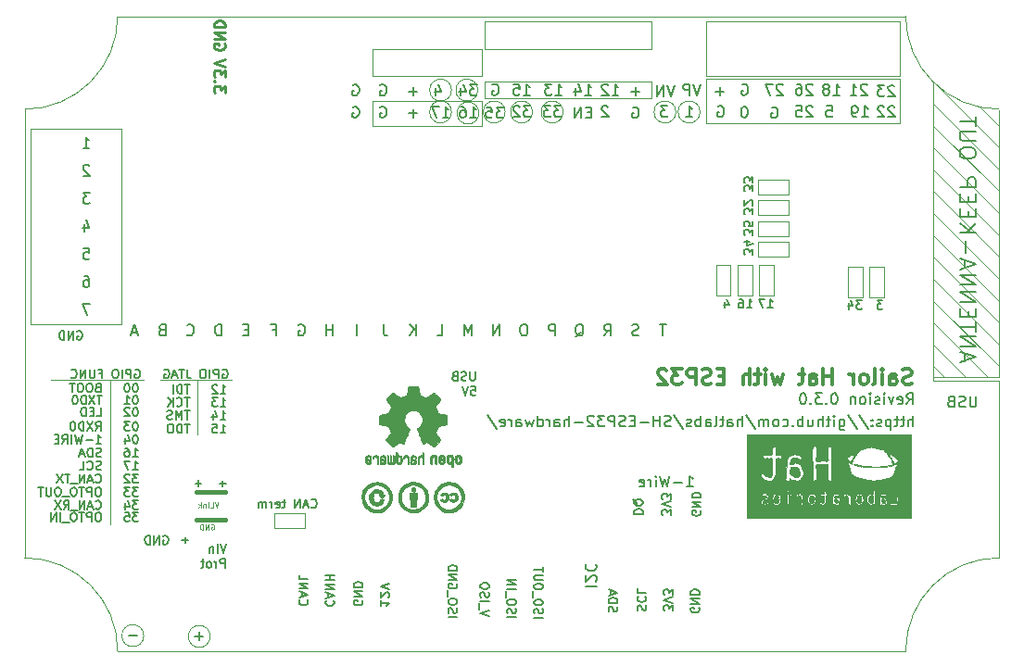
<source format=gbr>
%TF.GenerationSoftware,KiCad,Pcbnew,(5.1.9-0-10_14)*%
%TF.CreationDate,2021-01-29T16:41:18+02:00*%
%TF.ProjectId,SH-ESP32,53482d45-5350-4333-922e-6b696361645f,0.3.0*%
%TF.SameCoordinates,Original*%
%TF.FileFunction,Legend,Bot*%
%TF.FilePolarity,Positive*%
%FSLAX46Y46*%
G04 Gerber Fmt 4.6, Leading zero omitted, Abs format (unit mm)*
G04 Created by KiCad (PCBNEW (5.1.9-0-10_14)) date 2021-01-29 16:41:18*
%MOMM*%
%LPD*%
G01*
G04 APERTURE LIST*
%ADD10C,0.160000*%
%ADD11C,0.120000*%
%TA.AperFunction,Profile*%
%ADD12C,0.050000*%
%TD*%
%ADD13C,0.125000*%
%ADD14C,0.400000*%
%ADD15C,0.100000*%
%ADD16C,0.300000*%
%ADD17C,0.250000*%
%ADD18C,0.010000*%
G04 APERTURE END LIST*
D10*
X99153142Y-92761904D02*
X99076952Y-92761904D01*
X99000761Y-92800000D01*
X98962666Y-92838095D01*
X98924571Y-92914285D01*
X98886476Y-93066666D01*
X98886476Y-93257142D01*
X98924571Y-93409523D01*
X98962666Y-93485714D01*
X99000761Y-93523809D01*
X99076952Y-93561904D01*
X99153142Y-93561904D01*
X99229333Y-93523809D01*
X99267428Y-93485714D01*
X99305523Y-93409523D01*
X99343619Y-93257142D01*
X99343619Y-93066666D01*
X99305523Y-92914285D01*
X99267428Y-92838095D01*
X99229333Y-92800000D01*
X99153142Y-92761904D01*
X98581714Y-92838095D02*
X98543619Y-92800000D01*
X98467428Y-92761904D01*
X98276952Y-92761904D01*
X98200761Y-92800000D01*
X98162666Y-92838095D01*
X98124571Y-92914285D01*
X98124571Y-92990476D01*
X98162666Y-93104761D01*
X98619809Y-93561904D01*
X98124571Y-93561904D01*
X95572190Y-93561904D02*
X95953142Y-93561904D01*
X95953142Y-92761904D01*
X95305523Y-93142857D02*
X95038857Y-93142857D01*
X94924571Y-93561904D02*
X95305523Y-93561904D01*
X95305523Y-92761904D01*
X94924571Y-92761904D01*
X94581714Y-93561904D02*
X94581714Y-92761904D01*
X94391238Y-92761904D01*
X94276952Y-92800000D01*
X94200761Y-92876190D01*
X94162666Y-92952380D01*
X94124571Y-93104761D01*
X94124571Y-93219047D01*
X94162666Y-93371428D01*
X94200761Y-93447619D01*
X94276952Y-93523809D01*
X94391238Y-93561904D01*
X94581714Y-93561904D01*
X99153142Y-90561904D02*
X99076952Y-90561904D01*
X99000761Y-90600000D01*
X98962666Y-90638095D01*
X98924571Y-90714285D01*
X98886476Y-90866666D01*
X98886476Y-91057142D01*
X98924571Y-91209523D01*
X98962666Y-91285714D01*
X99000761Y-91323809D01*
X99076952Y-91361904D01*
X99153142Y-91361904D01*
X99229333Y-91323809D01*
X99267428Y-91285714D01*
X99305523Y-91209523D01*
X99343619Y-91057142D01*
X99343619Y-90866666D01*
X99305523Y-90714285D01*
X99267428Y-90638095D01*
X99229333Y-90600000D01*
X99153142Y-90561904D01*
X98391238Y-90561904D02*
X98315047Y-90561904D01*
X98238857Y-90600000D01*
X98200761Y-90638095D01*
X98162666Y-90714285D01*
X98124571Y-90866666D01*
X98124571Y-91057142D01*
X98162666Y-91209523D01*
X98200761Y-91285714D01*
X98238857Y-91323809D01*
X98315047Y-91361904D01*
X98391238Y-91361904D01*
X98467428Y-91323809D01*
X98505523Y-91285714D01*
X98543619Y-91209523D01*
X98581714Y-91057142D01*
X98581714Y-90866666D01*
X98543619Y-90714285D01*
X98505523Y-90638095D01*
X98467428Y-90600000D01*
X98391238Y-90561904D01*
X95686476Y-90942857D02*
X95572190Y-90980952D01*
X95534095Y-91019047D01*
X95496000Y-91095238D01*
X95496000Y-91209523D01*
X95534095Y-91285714D01*
X95572190Y-91323809D01*
X95648380Y-91361904D01*
X95953142Y-91361904D01*
X95953142Y-90561904D01*
X95686476Y-90561904D01*
X95610285Y-90600000D01*
X95572190Y-90638095D01*
X95534095Y-90714285D01*
X95534095Y-90790476D01*
X95572190Y-90866666D01*
X95610285Y-90904761D01*
X95686476Y-90942857D01*
X95953142Y-90942857D01*
X95000761Y-90561904D02*
X94848380Y-90561904D01*
X94772190Y-90600000D01*
X94696000Y-90676190D01*
X94657904Y-90828571D01*
X94657904Y-91095238D01*
X94696000Y-91247619D01*
X94772190Y-91323809D01*
X94848380Y-91361904D01*
X95000761Y-91361904D01*
X95076952Y-91323809D01*
X95153142Y-91247619D01*
X95191238Y-91095238D01*
X95191238Y-90828571D01*
X95153142Y-90676190D01*
X95076952Y-90600000D01*
X95000761Y-90561904D01*
X94162666Y-90561904D02*
X94010285Y-90561904D01*
X93934095Y-90600000D01*
X93857904Y-90676190D01*
X93819809Y-90828571D01*
X93819809Y-91095238D01*
X93857904Y-91247619D01*
X93934095Y-91323809D01*
X94010285Y-91361904D01*
X94162666Y-91361904D01*
X94238857Y-91323809D01*
X94315047Y-91247619D01*
X94353142Y-91095238D01*
X94353142Y-90828571D01*
X94315047Y-90676190D01*
X94238857Y-90600000D01*
X94162666Y-90561904D01*
X93591238Y-90561904D02*
X93134095Y-90561904D01*
X93362666Y-91361904D02*
X93362666Y-90561904D01*
D11*
X104800000Y-90200000D02*
X104800000Y-95200000D01*
X101400000Y-90200000D02*
X107900000Y-90200000D01*
D10*
X106886476Y-92661904D02*
X107343619Y-92661904D01*
X107115047Y-92661904D02*
X107115047Y-91861904D01*
X107191238Y-91976190D01*
X107267428Y-92052380D01*
X107343619Y-92090476D01*
X106619809Y-91861904D02*
X106124571Y-91861904D01*
X106391238Y-92166666D01*
X106276952Y-92166666D01*
X106200761Y-92204761D01*
X106162666Y-92242857D01*
X106124571Y-92319047D01*
X106124571Y-92509523D01*
X106162666Y-92585714D01*
X106200761Y-92623809D01*
X106276952Y-92661904D01*
X106505523Y-92661904D01*
X106581714Y-92623809D01*
X106619809Y-92585714D01*
X104067428Y-91861904D02*
X103610285Y-91861904D01*
X103838857Y-92661904D02*
X103838857Y-91861904D01*
X102886476Y-92585714D02*
X102924571Y-92623809D01*
X103038857Y-92661904D01*
X103115047Y-92661904D01*
X103229333Y-92623809D01*
X103305523Y-92547619D01*
X103343619Y-92471428D01*
X103381714Y-92319047D01*
X103381714Y-92204761D01*
X103343619Y-92052380D01*
X103305523Y-91976190D01*
X103229333Y-91900000D01*
X103115047Y-91861904D01*
X103038857Y-91861904D01*
X102924571Y-91900000D01*
X102886476Y-91938095D01*
X102543619Y-92661904D02*
X102543619Y-91861904D01*
X102086476Y-92661904D02*
X102429333Y-92204761D01*
X102086476Y-91861904D02*
X102543619Y-92319047D01*
X106886476Y-93861904D02*
X107343619Y-93861904D01*
X107115047Y-93861904D02*
X107115047Y-93061904D01*
X107191238Y-93176190D01*
X107267428Y-93252380D01*
X107343619Y-93290476D01*
X106200761Y-93328571D02*
X106200761Y-93861904D01*
X106391238Y-93023809D02*
X106581714Y-93595238D01*
X106086476Y-93595238D01*
X104067428Y-93061904D02*
X103610285Y-93061904D01*
X103838857Y-93861904D02*
X103838857Y-93061904D01*
X103343619Y-93861904D02*
X103343619Y-93061904D01*
X103076952Y-93633333D01*
X102810285Y-93061904D01*
X102810285Y-93861904D01*
X102467428Y-93823809D02*
X102353142Y-93861904D01*
X102162666Y-93861904D01*
X102086476Y-93823809D01*
X102048380Y-93785714D01*
X102010285Y-93709523D01*
X102010285Y-93633333D01*
X102048380Y-93557142D01*
X102086476Y-93519047D01*
X102162666Y-93480952D01*
X102315047Y-93442857D01*
X102391238Y-93404761D01*
X102429333Y-93366666D01*
X102467428Y-93290476D01*
X102467428Y-93214285D01*
X102429333Y-93138095D01*
X102391238Y-93100000D01*
X102315047Y-93061904D01*
X102124571Y-93061904D01*
X102010285Y-93100000D01*
X106886476Y-95061904D02*
X107343619Y-95061904D01*
X107115047Y-95061904D02*
X107115047Y-94261904D01*
X107191238Y-94376190D01*
X107267428Y-94452380D01*
X107343619Y-94490476D01*
X106162666Y-94261904D02*
X106543619Y-94261904D01*
X106581714Y-94642857D01*
X106543619Y-94604761D01*
X106467428Y-94566666D01*
X106276952Y-94566666D01*
X106200761Y-94604761D01*
X106162666Y-94642857D01*
X106124571Y-94719047D01*
X106124571Y-94909523D01*
X106162666Y-94985714D01*
X106200761Y-95023809D01*
X106276952Y-95061904D01*
X106467428Y-95061904D01*
X106543619Y-95023809D01*
X106581714Y-94985714D01*
X104067428Y-94261904D02*
X103610285Y-94261904D01*
X103838857Y-95061904D02*
X103838857Y-94261904D01*
X103343619Y-95061904D02*
X103343619Y-94261904D01*
X103153142Y-94261904D01*
X103038857Y-94300000D01*
X102962666Y-94376190D01*
X102924571Y-94452380D01*
X102886476Y-94604761D01*
X102886476Y-94719047D01*
X102924571Y-94871428D01*
X102962666Y-94947619D01*
X103038857Y-95023809D01*
X103153142Y-95061904D01*
X103343619Y-95061904D01*
X102391238Y-94261904D02*
X102238857Y-94261904D01*
X102162666Y-94300000D01*
X102086476Y-94376190D01*
X102048380Y-94528571D01*
X102048380Y-94795238D01*
X102086476Y-94947619D01*
X102162666Y-95023809D01*
X102238857Y-95061904D01*
X102391238Y-95061904D01*
X102467428Y-95023809D01*
X102543619Y-94947619D01*
X102581714Y-94795238D01*
X102581714Y-94528571D01*
X102543619Y-94376190D01*
X102467428Y-94300000D01*
X102391238Y-94261904D01*
X106886476Y-91461904D02*
X107343619Y-91461904D01*
X107115047Y-91461904D02*
X107115047Y-90661904D01*
X107191238Y-90776190D01*
X107267428Y-90852380D01*
X107343619Y-90890476D01*
X106581714Y-90738095D02*
X106543619Y-90700000D01*
X106467428Y-90661904D01*
X106276952Y-90661904D01*
X106200761Y-90700000D01*
X106162666Y-90738095D01*
X106124571Y-90814285D01*
X106124571Y-90890476D01*
X106162666Y-91004761D01*
X106619809Y-91461904D01*
X106124571Y-91461904D01*
X104067428Y-90661904D02*
X103610285Y-90661904D01*
X103838857Y-91461904D02*
X103838857Y-90661904D01*
X103343619Y-91461904D02*
X103343619Y-90661904D01*
X103153142Y-90661904D01*
X103038857Y-90700000D01*
X102962666Y-90776190D01*
X102924571Y-90852380D01*
X102886476Y-91004761D01*
X102886476Y-91119047D01*
X102924571Y-91271428D01*
X102962666Y-91347619D01*
X103038857Y-91423809D01*
X103153142Y-91461904D01*
X103343619Y-91461904D01*
X102543619Y-91461904D02*
X102543619Y-90661904D01*
X107086476Y-89300000D02*
X107162666Y-89261904D01*
X107276952Y-89261904D01*
X107391238Y-89300000D01*
X107467428Y-89376190D01*
X107505523Y-89452380D01*
X107543619Y-89604761D01*
X107543619Y-89719047D01*
X107505523Y-89871428D01*
X107467428Y-89947619D01*
X107391238Y-90023809D01*
X107276952Y-90061904D01*
X107200761Y-90061904D01*
X107086476Y-90023809D01*
X107048380Y-89985714D01*
X107048380Y-89719047D01*
X107200761Y-89719047D01*
X106705523Y-90061904D02*
X106705523Y-89261904D01*
X106400761Y-89261904D01*
X106324571Y-89300000D01*
X106286476Y-89338095D01*
X106248380Y-89414285D01*
X106248380Y-89528571D01*
X106286476Y-89604761D01*
X106324571Y-89642857D01*
X106400761Y-89680952D01*
X106705523Y-89680952D01*
X105905523Y-90061904D02*
X105905523Y-89261904D01*
X105372190Y-89261904D02*
X105219809Y-89261904D01*
X105143619Y-89300000D01*
X105067428Y-89376190D01*
X105029333Y-89528571D01*
X105029333Y-89795238D01*
X105067428Y-89947619D01*
X105143619Y-90023809D01*
X105219809Y-90061904D01*
X105372190Y-90061904D01*
X105448380Y-90023809D01*
X105524571Y-89947619D01*
X105562666Y-89795238D01*
X105562666Y-89528571D01*
X105524571Y-89376190D01*
X105448380Y-89300000D01*
X105372190Y-89261904D01*
X103848380Y-89261904D02*
X103848380Y-89833333D01*
X103886476Y-89947619D01*
X103962666Y-90023809D01*
X104076952Y-90061904D01*
X104153142Y-90061904D01*
X103581714Y-89261904D02*
X103124571Y-89261904D01*
X103353142Y-90061904D02*
X103353142Y-89261904D01*
X102896000Y-89833333D02*
X102515047Y-89833333D01*
X102972190Y-90061904D02*
X102705523Y-89261904D01*
X102438857Y-90061904D01*
X101753142Y-89300000D02*
X101829333Y-89261904D01*
X101943619Y-89261904D01*
X102057904Y-89300000D01*
X102134095Y-89376190D01*
X102172190Y-89452380D01*
X102210285Y-89604761D01*
X102210285Y-89719047D01*
X102172190Y-89871428D01*
X102134095Y-89947619D01*
X102057904Y-90023809D01*
X101943619Y-90061904D01*
X101867428Y-90061904D01*
X101753142Y-90023809D01*
X101715047Y-89985714D01*
X101715047Y-89719047D01*
X101867428Y-89719047D01*
X99381714Y-102361904D02*
X98886476Y-102361904D01*
X99153142Y-102666666D01*
X99038857Y-102666666D01*
X98962666Y-102704761D01*
X98924571Y-102742857D01*
X98886476Y-102819047D01*
X98886476Y-103009523D01*
X98924571Y-103085714D01*
X98962666Y-103123809D01*
X99038857Y-103161904D01*
X99267428Y-103161904D01*
X99343619Y-103123809D01*
X99381714Y-103085714D01*
X98162666Y-102361904D02*
X98543619Y-102361904D01*
X98581714Y-102742857D01*
X98543619Y-102704761D01*
X98467428Y-102666666D01*
X98276952Y-102666666D01*
X98200761Y-102704761D01*
X98162666Y-102742857D01*
X98124571Y-102819047D01*
X98124571Y-103009523D01*
X98162666Y-103085714D01*
X98200761Y-103123809D01*
X98276952Y-103161904D01*
X98467428Y-103161904D01*
X98543619Y-103123809D01*
X98581714Y-103085714D01*
X95800761Y-102361904D02*
X95648380Y-102361904D01*
X95572190Y-102400000D01*
X95496000Y-102476190D01*
X95457904Y-102628571D01*
X95457904Y-102895238D01*
X95496000Y-103047619D01*
X95572190Y-103123809D01*
X95648380Y-103161904D01*
X95800761Y-103161904D01*
X95876952Y-103123809D01*
X95953142Y-103047619D01*
X95991238Y-102895238D01*
X95991238Y-102628571D01*
X95953142Y-102476190D01*
X95876952Y-102400000D01*
X95800761Y-102361904D01*
X95115047Y-103161904D02*
X95115047Y-102361904D01*
X94810285Y-102361904D01*
X94734095Y-102400000D01*
X94696000Y-102438095D01*
X94657904Y-102514285D01*
X94657904Y-102628571D01*
X94696000Y-102704761D01*
X94734095Y-102742857D01*
X94810285Y-102780952D01*
X95115047Y-102780952D01*
X94429333Y-102361904D02*
X93972190Y-102361904D01*
X94200761Y-103161904D02*
X94200761Y-102361904D01*
X93553142Y-102361904D02*
X93400761Y-102361904D01*
X93324571Y-102400000D01*
X93248380Y-102476190D01*
X93210285Y-102628571D01*
X93210285Y-102895238D01*
X93248380Y-103047619D01*
X93324571Y-103123809D01*
X93400761Y-103161904D01*
X93553142Y-103161904D01*
X93629333Y-103123809D01*
X93705523Y-103047619D01*
X93743619Y-102895238D01*
X93743619Y-102628571D01*
X93705523Y-102476190D01*
X93629333Y-102400000D01*
X93553142Y-102361904D01*
X93057904Y-103238095D02*
X92448380Y-103238095D01*
X92257904Y-103161904D02*
X92257904Y-102361904D01*
X91876952Y-103161904D02*
X91876952Y-102361904D01*
X91419809Y-103161904D01*
X91419809Y-102361904D01*
D11*
X96800000Y-90200000D02*
X96800000Y-103400000D01*
X91400000Y-90200000D02*
X99900000Y-90200000D01*
D10*
X99086476Y-89300000D02*
X99162666Y-89261904D01*
X99276952Y-89261904D01*
X99391238Y-89300000D01*
X99467428Y-89376190D01*
X99505523Y-89452380D01*
X99543619Y-89604761D01*
X99543619Y-89719047D01*
X99505523Y-89871428D01*
X99467428Y-89947619D01*
X99391238Y-90023809D01*
X99276952Y-90061904D01*
X99200761Y-90061904D01*
X99086476Y-90023809D01*
X99048380Y-89985714D01*
X99048380Y-89719047D01*
X99200761Y-89719047D01*
X98705523Y-90061904D02*
X98705523Y-89261904D01*
X98400761Y-89261904D01*
X98324571Y-89300000D01*
X98286476Y-89338095D01*
X98248380Y-89414285D01*
X98248380Y-89528571D01*
X98286476Y-89604761D01*
X98324571Y-89642857D01*
X98400761Y-89680952D01*
X98705523Y-89680952D01*
X97905523Y-90061904D02*
X97905523Y-89261904D01*
X97372190Y-89261904D02*
X97219809Y-89261904D01*
X97143619Y-89300000D01*
X97067428Y-89376190D01*
X97029333Y-89528571D01*
X97029333Y-89795238D01*
X97067428Y-89947619D01*
X97143619Y-90023809D01*
X97219809Y-90061904D01*
X97372190Y-90061904D01*
X97448380Y-90023809D01*
X97524571Y-89947619D01*
X97562666Y-89795238D01*
X97562666Y-89528571D01*
X97524571Y-89376190D01*
X97448380Y-89300000D01*
X97372190Y-89261904D01*
X95810285Y-89642857D02*
X96076952Y-89642857D01*
X96076952Y-90061904D02*
X96076952Y-89261904D01*
X95696000Y-89261904D01*
X95391238Y-89261904D02*
X95391238Y-89909523D01*
X95353142Y-89985714D01*
X95315047Y-90023809D01*
X95238857Y-90061904D01*
X95086476Y-90061904D01*
X95010285Y-90023809D01*
X94972190Y-89985714D01*
X94934095Y-89909523D01*
X94934095Y-89261904D01*
X94553142Y-90061904D02*
X94553142Y-89261904D01*
X94096000Y-90061904D01*
X94096000Y-89261904D01*
X93257904Y-89985714D02*
X93296000Y-90023809D01*
X93410285Y-90061904D01*
X93486476Y-90061904D01*
X93600761Y-90023809D01*
X93676952Y-89947619D01*
X93715047Y-89871428D01*
X93753142Y-89719047D01*
X93753142Y-89604761D01*
X93715047Y-89452380D01*
X93676952Y-89376190D01*
X93600761Y-89300000D01*
X93486476Y-89261904D01*
X93410285Y-89261904D01*
X93296000Y-89300000D01*
X93257904Y-89338095D01*
X99381714Y-98861904D02*
X98886476Y-98861904D01*
X99153142Y-99166666D01*
X99038857Y-99166666D01*
X98962666Y-99204761D01*
X98924571Y-99242857D01*
X98886476Y-99319047D01*
X98886476Y-99509523D01*
X98924571Y-99585714D01*
X98962666Y-99623809D01*
X99038857Y-99661904D01*
X99267428Y-99661904D01*
X99343619Y-99623809D01*
X99381714Y-99585714D01*
X98581714Y-98938095D02*
X98543619Y-98900000D01*
X98467428Y-98861904D01*
X98276952Y-98861904D01*
X98200761Y-98900000D01*
X98162666Y-98938095D01*
X98124571Y-99014285D01*
X98124571Y-99090476D01*
X98162666Y-99204761D01*
X98619809Y-99661904D01*
X98124571Y-99661904D01*
X95496000Y-99585714D02*
X95534095Y-99623809D01*
X95648380Y-99661904D01*
X95724571Y-99661904D01*
X95838857Y-99623809D01*
X95915047Y-99547619D01*
X95953142Y-99471428D01*
X95991238Y-99319047D01*
X95991238Y-99204761D01*
X95953142Y-99052380D01*
X95915047Y-98976190D01*
X95838857Y-98900000D01*
X95724571Y-98861904D01*
X95648380Y-98861904D01*
X95534095Y-98900000D01*
X95496000Y-98938095D01*
X95191238Y-99433333D02*
X94810285Y-99433333D01*
X95267428Y-99661904D02*
X95000761Y-98861904D01*
X94734095Y-99661904D01*
X94467428Y-99661904D02*
X94467428Y-98861904D01*
X94010285Y-99661904D01*
X94010285Y-98861904D01*
X93819809Y-99738095D02*
X93210285Y-99738095D01*
X93134095Y-98861904D02*
X92676952Y-98861904D01*
X92905523Y-99661904D02*
X92905523Y-98861904D01*
X92486476Y-98861904D02*
X91953142Y-99661904D01*
X91953142Y-98861904D02*
X92486476Y-99661904D01*
X99381714Y-100061904D02*
X98886476Y-100061904D01*
X99153142Y-100366666D01*
X99038857Y-100366666D01*
X98962666Y-100404761D01*
X98924571Y-100442857D01*
X98886476Y-100519047D01*
X98886476Y-100709523D01*
X98924571Y-100785714D01*
X98962666Y-100823809D01*
X99038857Y-100861904D01*
X99267428Y-100861904D01*
X99343619Y-100823809D01*
X99381714Y-100785714D01*
X98619809Y-100061904D02*
X98124571Y-100061904D01*
X98391238Y-100366666D01*
X98276952Y-100366666D01*
X98200761Y-100404761D01*
X98162666Y-100442857D01*
X98124571Y-100519047D01*
X98124571Y-100709523D01*
X98162666Y-100785714D01*
X98200761Y-100823809D01*
X98276952Y-100861904D01*
X98505523Y-100861904D01*
X98581714Y-100823809D01*
X98619809Y-100785714D01*
X95800761Y-100061904D02*
X95648380Y-100061904D01*
X95572190Y-100100000D01*
X95496000Y-100176190D01*
X95457904Y-100328571D01*
X95457904Y-100595238D01*
X95496000Y-100747619D01*
X95572190Y-100823809D01*
X95648380Y-100861904D01*
X95800761Y-100861904D01*
X95876952Y-100823809D01*
X95953142Y-100747619D01*
X95991238Y-100595238D01*
X95991238Y-100328571D01*
X95953142Y-100176190D01*
X95876952Y-100100000D01*
X95800761Y-100061904D01*
X95115047Y-100861904D02*
X95115047Y-100061904D01*
X94810285Y-100061904D01*
X94734095Y-100100000D01*
X94696000Y-100138095D01*
X94657904Y-100214285D01*
X94657904Y-100328571D01*
X94696000Y-100404761D01*
X94734095Y-100442857D01*
X94810285Y-100480952D01*
X95115047Y-100480952D01*
X94429333Y-100061904D02*
X93972190Y-100061904D01*
X94200761Y-100861904D02*
X94200761Y-100061904D01*
X93553142Y-100061904D02*
X93400761Y-100061904D01*
X93324571Y-100100000D01*
X93248380Y-100176190D01*
X93210285Y-100328571D01*
X93210285Y-100595238D01*
X93248380Y-100747619D01*
X93324571Y-100823809D01*
X93400761Y-100861904D01*
X93553142Y-100861904D01*
X93629333Y-100823809D01*
X93705523Y-100747619D01*
X93743619Y-100595238D01*
X93743619Y-100328571D01*
X93705523Y-100176190D01*
X93629333Y-100100000D01*
X93553142Y-100061904D01*
X93057904Y-100938095D02*
X92448380Y-100938095D01*
X92105523Y-100061904D02*
X91953142Y-100061904D01*
X91876952Y-100100000D01*
X91800761Y-100176190D01*
X91762666Y-100328571D01*
X91762666Y-100595238D01*
X91800761Y-100747619D01*
X91876952Y-100823809D01*
X91953142Y-100861904D01*
X92105523Y-100861904D01*
X92181714Y-100823809D01*
X92257904Y-100747619D01*
X92296000Y-100595238D01*
X92296000Y-100328571D01*
X92257904Y-100176190D01*
X92181714Y-100100000D01*
X92105523Y-100061904D01*
X91419809Y-100061904D02*
X91419809Y-100709523D01*
X91381714Y-100785714D01*
X91343619Y-100823809D01*
X91267428Y-100861904D01*
X91115047Y-100861904D01*
X91038857Y-100823809D01*
X91000761Y-100785714D01*
X90962666Y-100709523D01*
X90962666Y-100061904D01*
X90696000Y-100061904D02*
X90238857Y-100061904D01*
X90467428Y-100861904D02*
X90467428Y-100061904D01*
X99381714Y-101261904D02*
X98886476Y-101261904D01*
X99153142Y-101566666D01*
X99038857Y-101566666D01*
X98962666Y-101604761D01*
X98924571Y-101642857D01*
X98886476Y-101719047D01*
X98886476Y-101909523D01*
X98924571Y-101985714D01*
X98962666Y-102023809D01*
X99038857Y-102061904D01*
X99267428Y-102061904D01*
X99343619Y-102023809D01*
X99381714Y-101985714D01*
X98200761Y-101528571D02*
X98200761Y-102061904D01*
X98391238Y-101223809D02*
X98581714Y-101795238D01*
X98086476Y-101795238D01*
X95496000Y-101985714D02*
X95534095Y-102023809D01*
X95648380Y-102061904D01*
X95724571Y-102061904D01*
X95838857Y-102023809D01*
X95915047Y-101947619D01*
X95953142Y-101871428D01*
X95991238Y-101719047D01*
X95991238Y-101604761D01*
X95953142Y-101452380D01*
X95915047Y-101376190D01*
X95838857Y-101300000D01*
X95724571Y-101261904D01*
X95648380Y-101261904D01*
X95534095Y-101300000D01*
X95496000Y-101338095D01*
X95191238Y-101833333D02*
X94810285Y-101833333D01*
X95267428Y-102061904D02*
X95000761Y-101261904D01*
X94734095Y-102061904D01*
X94467428Y-102061904D02*
X94467428Y-101261904D01*
X94010285Y-102061904D01*
X94010285Y-101261904D01*
X93819809Y-102138095D02*
X93210285Y-102138095D01*
X92562666Y-102061904D02*
X92829333Y-101680952D01*
X93019809Y-102061904D02*
X93019809Y-101261904D01*
X92715047Y-101261904D01*
X92638857Y-101300000D01*
X92600761Y-101338095D01*
X92562666Y-101414285D01*
X92562666Y-101528571D01*
X92600761Y-101604761D01*
X92638857Y-101642857D01*
X92715047Y-101680952D01*
X93019809Y-101680952D01*
X92296000Y-101261904D02*
X91762666Y-102061904D01*
X91762666Y-101261904D02*
X92296000Y-102061904D01*
X98886476Y-98461904D02*
X99343619Y-98461904D01*
X99115047Y-98461904D02*
X99115047Y-97661904D01*
X99191238Y-97776190D01*
X99267428Y-97852380D01*
X99343619Y-97890476D01*
X98619809Y-97661904D02*
X98086476Y-97661904D01*
X98429333Y-98461904D01*
X95991238Y-98423809D02*
X95876952Y-98461904D01*
X95686476Y-98461904D01*
X95610285Y-98423809D01*
X95572190Y-98385714D01*
X95534095Y-98309523D01*
X95534095Y-98233333D01*
X95572190Y-98157142D01*
X95610285Y-98119047D01*
X95686476Y-98080952D01*
X95838857Y-98042857D01*
X95915047Y-98004761D01*
X95953142Y-97966666D01*
X95991238Y-97890476D01*
X95991238Y-97814285D01*
X95953142Y-97738095D01*
X95915047Y-97700000D01*
X95838857Y-97661904D01*
X95648380Y-97661904D01*
X95534095Y-97700000D01*
X94734095Y-98385714D02*
X94772190Y-98423809D01*
X94886476Y-98461904D01*
X94962666Y-98461904D01*
X95076952Y-98423809D01*
X95153142Y-98347619D01*
X95191238Y-98271428D01*
X95229333Y-98119047D01*
X95229333Y-98004761D01*
X95191238Y-97852380D01*
X95153142Y-97776190D01*
X95076952Y-97700000D01*
X94962666Y-97661904D01*
X94886476Y-97661904D01*
X94772190Y-97700000D01*
X94734095Y-97738095D01*
X94010285Y-98461904D02*
X94391238Y-98461904D01*
X94391238Y-97661904D01*
X98886476Y-97261904D02*
X99343619Y-97261904D01*
X99115047Y-97261904D02*
X99115047Y-96461904D01*
X99191238Y-96576190D01*
X99267428Y-96652380D01*
X99343619Y-96690476D01*
X98200761Y-96461904D02*
X98353142Y-96461904D01*
X98429333Y-96500000D01*
X98467428Y-96538095D01*
X98543619Y-96652380D01*
X98581714Y-96804761D01*
X98581714Y-97109523D01*
X98543619Y-97185714D01*
X98505523Y-97223809D01*
X98429333Y-97261904D01*
X98276952Y-97261904D01*
X98200761Y-97223809D01*
X98162666Y-97185714D01*
X98124571Y-97109523D01*
X98124571Y-96919047D01*
X98162666Y-96842857D01*
X98200761Y-96804761D01*
X98276952Y-96766666D01*
X98429333Y-96766666D01*
X98505523Y-96804761D01*
X98543619Y-96842857D01*
X98581714Y-96919047D01*
X95991238Y-97223809D02*
X95876952Y-97261904D01*
X95686476Y-97261904D01*
X95610285Y-97223809D01*
X95572190Y-97185714D01*
X95534095Y-97109523D01*
X95534095Y-97033333D01*
X95572190Y-96957142D01*
X95610285Y-96919047D01*
X95686476Y-96880952D01*
X95838857Y-96842857D01*
X95915047Y-96804761D01*
X95953142Y-96766666D01*
X95991238Y-96690476D01*
X95991238Y-96614285D01*
X95953142Y-96538095D01*
X95915047Y-96500000D01*
X95838857Y-96461904D01*
X95648380Y-96461904D01*
X95534095Y-96500000D01*
X95191238Y-97261904D02*
X95191238Y-96461904D01*
X95000761Y-96461904D01*
X94886476Y-96500000D01*
X94810285Y-96576190D01*
X94772190Y-96652380D01*
X94734095Y-96804761D01*
X94734095Y-96919047D01*
X94772190Y-97071428D01*
X94810285Y-97147619D01*
X94886476Y-97223809D01*
X95000761Y-97261904D01*
X95191238Y-97261904D01*
X94429333Y-97033333D02*
X94048380Y-97033333D01*
X94505523Y-97261904D02*
X94238857Y-96461904D01*
X93972190Y-97261904D01*
X99153142Y-95261904D02*
X99076952Y-95261904D01*
X99000761Y-95300000D01*
X98962666Y-95338095D01*
X98924571Y-95414285D01*
X98886476Y-95566666D01*
X98886476Y-95757142D01*
X98924571Y-95909523D01*
X98962666Y-95985714D01*
X99000761Y-96023809D01*
X99076952Y-96061904D01*
X99153142Y-96061904D01*
X99229333Y-96023809D01*
X99267428Y-95985714D01*
X99305523Y-95909523D01*
X99343619Y-95757142D01*
X99343619Y-95566666D01*
X99305523Y-95414285D01*
X99267428Y-95338095D01*
X99229333Y-95300000D01*
X99153142Y-95261904D01*
X98200761Y-95528571D02*
X98200761Y-96061904D01*
X98391238Y-95223809D02*
X98581714Y-95795238D01*
X98086476Y-95795238D01*
X95534095Y-96061904D02*
X95991238Y-96061904D01*
X95762666Y-96061904D02*
X95762666Y-95261904D01*
X95838857Y-95376190D01*
X95915047Y-95452380D01*
X95991238Y-95490476D01*
X95191238Y-95757142D02*
X94581714Y-95757142D01*
X94276952Y-95261904D02*
X94086476Y-96061904D01*
X93934095Y-95490476D01*
X93781714Y-96061904D01*
X93591238Y-95261904D01*
X93286476Y-96061904D02*
X93286476Y-95261904D01*
X92448380Y-96061904D02*
X92715047Y-95680952D01*
X92905523Y-96061904D02*
X92905523Y-95261904D01*
X92600761Y-95261904D01*
X92524571Y-95300000D01*
X92486476Y-95338095D01*
X92448380Y-95414285D01*
X92448380Y-95528571D01*
X92486476Y-95604761D01*
X92524571Y-95642857D01*
X92600761Y-95680952D01*
X92905523Y-95680952D01*
X92105523Y-95642857D02*
X91838857Y-95642857D01*
X91724571Y-96061904D02*
X92105523Y-96061904D01*
X92105523Y-95261904D01*
X91724571Y-95261904D01*
X99153142Y-94061904D02*
X99076952Y-94061904D01*
X99000761Y-94100000D01*
X98962666Y-94138095D01*
X98924571Y-94214285D01*
X98886476Y-94366666D01*
X98886476Y-94557142D01*
X98924571Y-94709523D01*
X98962666Y-94785714D01*
X99000761Y-94823809D01*
X99076952Y-94861904D01*
X99153142Y-94861904D01*
X99229333Y-94823809D01*
X99267428Y-94785714D01*
X99305523Y-94709523D01*
X99343619Y-94557142D01*
X99343619Y-94366666D01*
X99305523Y-94214285D01*
X99267428Y-94138095D01*
X99229333Y-94100000D01*
X99153142Y-94061904D01*
X98619809Y-94061904D02*
X98124571Y-94061904D01*
X98391238Y-94366666D01*
X98276952Y-94366666D01*
X98200761Y-94404761D01*
X98162666Y-94442857D01*
X98124571Y-94519047D01*
X98124571Y-94709523D01*
X98162666Y-94785714D01*
X98200761Y-94823809D01*
X98276952Y-94861904D01*
X98505523Y-94861904D01*
X98581714Y-94823809D01*
X98619809Y-94785714D01*
X95496000Y-94861904D02*
X95762666Y-94480952D01*
X95953142Y-94861904D02*
X95953142Y-94061904D01*
X95648380Y-94061904D01*
X95572190Y-94100000D01*
X95534095Y-94138095D01*
X95496000Y-94214285D01*
X95496000Y-94328571D01*
X95534095Y-94404761D01*
X95572190Y-94442857D01*
X95648380Y-94480952D01*
X95953142Y-94480952D01*
X95229333Y-94061904D02*
X94696000Y-94861904D01*
X94696000Y-94061904D02*
X95229333Y-94861904D01*
X94391238Y-94861904D02*
X94391238Y-94061904D01*
X94200761Y-94061904D01*
X94086476Y-94100000D01*
X94010285Y-94176190D01*
X93972190Y-94252380D01*
X93934095Y-94404761D01*
X93934095Y-94519047D01*
X93972190Y-94671428D01*
X94010285Y-94747619D01*
X94086476Y-94823809D01*
X94200761Y-94861904D01*
X94391238Y-94861904D01*
X93438857Y-94061904D02*
X93362666Y-94061904D01*
X93286476Y-94100000D01*
X93248380Y-94138095D01*
X93210285Y-94214285D01*
X93172190Y-94366666D01*
X93172190Y-94557142D01*
X93210285Y-94709523D01*
X93248380Y-94785714D01*
X93286476Y-94823809D01*
X93362666Y-94861904D01*
X93438857Y-94861904D01*
X93515047Y-94823809D01*
X93553142Y-94785714D01*
X93591238Y-94709523D01*
X93629333Y-94557142D01*
X93629333Y-94366666D01*
X93591238Y-94214285D01*
X93553142Y-94138095D01*
X93515047Y-94100000D01*
X93438857Y-94061904D01*
X99153142Y-91661904D02*
X99076952Y-91661904D01*
X99000761Y-91700000D01*
X98962666Y-91738095D01*
X98924571Y-91814285D01*
X98886476Y-91966666D01*
X98886476Y-92157142D01*
X98924571Y-92309523D01*
X98962666Y-92385714D01*
X99000761Y-92423809D01*
X99076952Y-92461904D01*
X99153142Y-92461904D01*
X99229333Y-92423809D01*
X99267428Y-92385714D01*
X99305523Y-92309523D01*
X99343619Y-92157142D01*
X99343619Y-91966666D01*
X99305523Y-91814285D01*
X99267428Y-91738095D01*
X99229333Y-91700000D01*
X99153142Y-91661904D01*
X98124571Y-92461904D02*
X98581714Y-92461904D01*
X98353142Y-92461904D02*
X98353142Y-91661904D01*
X98429333Y-91776190D01*
X98505523Y-91852380D01*
X98581714Y-91890476D01*
X96067428Y-91661904D02*
X95610285Y-91661904D01*
X95838857Y-92461904D02*
X95838857Y-91661904D01*
X95419809Y-91661904D02*
X94886476Y-92461904D01*
X94886476Y-91661904D02*
X95419809Y-92461904D01*
X94581714Y-92461904D02*
X94581714Y-91661904D01*
X94391238Y-91661904D01*
X94276952Y-91700000D01*
X94200761Y-91776190D01*
X94162666Y-91852380D01*
X94124571Y-92004761D01*
X94124571Y-92119047D01*
X94162666Y-92271428D01*
X94200761Y-92347619D01*
X94276952Y-92423809D01*
X94391238Y-92461904D01*
X94581714Y-92461904D01*
X93629333Y-91661904D02*
X93553142Y-91661904D01*
X93476952Y-91700000D01*
X93438857Y-91738095D01*
X93400761Y-91814285D01*
X93362666Y-91966666D01*
X93362666Y-92157142D01*
X93400761Y-92309523D01*
X93438857Y-92385714D01*
X93476952Y-92423809D01*
X93553142Y-92461904D01*
X93629333Y-92461904D01*
X93705523Y-92423809D01*
X93743619Y-92385714D01*
X93781714Y-92309523D01*
X93819809Y-92157142D01*
X93819809Y-91966666D01*
X93781714Y-91814285D01*
X93743619Y-91738095D01*
X93705523Y-91700000D01*
X93629333Y-91661904D01*
X103383333Y-104850000D02*
X103916666Y-104850000D01*
X103650000Y-105116666D02*
X103650000Y-104583333D01*
X140247619Y-109076190D02*
X141247619Y-109076190D01*
X141152380Y-108647619D02*
X141200000Y-108600000D01*
X141247619Y-108504761D01*
X141247619Y-108266666D01*
X141200000Y-108171428D01*
X141152380Y-108123809D01*
X141057142Y-108076190D01*
X140961904Y-108076190D01*
X140819047Y-108123809D01*
X140247619Y-108695238D01*
X140247619Y-108076190D01*
X140342857Y-107076190D02*
X140295238Y-107123809D01*
X140247619Y-107266666D01*
X140247619Y-107361904D01*
X140295238Y-107504761D01*
X140390476Y-107600000D01*
X140485714Y-107647619D01*
X140676190Y-107695238D01*
X140819047Y-107695238D01*
X141009523Y-107647619D01*
X141104761Y-107600000D01*
X141200000Y-107504761D01*
X141247619Y-107361904D01*
X141247619Y-107266666D01*
X141200000Y-107123809D01*
X141152380Y-107076190D01*
X149480952Y-100002380D02*
X150052380Y-100002380D01*
X149766666Y-100002380D02*
X149766666Y-99002380D01*
X149861904Y-99145238D01*
X149957142Y-99240476D01*
X150052380Y-99288095D01*
X149052380Y-99621428D02*
X148290476Y-99621428D01*
X147909523Y-99002380D02*
X147671428Y-100002380D01*
X147480952Y-99288095D01*
X147290476Y-100002380D01*
X147052380Y-99002380D01*
X146671428Y-100002380D02*
X146671428Y-99335714D01*
X146671428Y-99002380D02*
X146719047Y-99050000D01*
X146671428Y-99097619D01*
X146623809Y-99050000D01*
X146671428Y-99002380D01*
X146671428Y-99097619D01*
X146195238Y-100002380D02*
X146195238Y-99335714D01*
X146195238Y-99526190D02*
X146147619Y-99430952D01*
X146100000Y-99383333D01*
X146004761Y-99335714D01*
X145909523Y-99335714D01*
X145195238Y-99954761D02*
X145290476Y-100002380D01*
X145480952Y-100002380D01*
X145576190Y-99954761D01*
X145623809Y-99859523D01*
X145623809Y-99478571D01*
X145576190Y-99383333D01*
X145480952Y-99335714D01*
X145290476Y-99335714D01*
X145195238Y-99383333D01*
X145147619Y-99478571D01*
X145147619Y-99573809D01*
X145623809Y-99669047D01*
D12*
X178000000Y-90300000D02*
X178000000Y-106500000D01*
X172000000Y-90300000D02*
X172000000Y-63020000D01*
X178000000Y-90300000D02*
X172000000Y-90300000D01*
D10*
X175931904Y-91722380D02*
X175931904Y-92531904D01*
X175884285Y-92627142D01*
X175836666Y-92674761D01*
X175741428Y-92722380D01*
X175550952Y-92722380D01*
X175455714Y-92674761D01*
X175408095Y-92627142D01*
X175360476Y-92531904D01*
X175360476Y-91722380D01*
X174931904Y-92674761D02*
X174789047Y-92722380D01*
X174550952Y-92722380D01*
X174455714Y-92674761D01*
X174408095Y-92627142D01*
X174360476Y-92531904D01*
X174360476Y-92436666D01*
X174408095Y-92341428D01*
X174455714Y-92293809D01*
X174550952Y-92246190D01*
X174741428Y-92198571D01*
X174836666Y-92150952D01*
X174884285Y-92103333D01*
X174931904Y-92008095D01*
X174931904Y-91912857D01*
X174884285Y-91817619D01*
X174836666Y-91770000D01*
X174741428Y-91722380D01*
X174503333Y-91722380D01*
X174360476Y-91770000D01*
X173598571Y-92198571D02*
X173455714Y-92246190D01*
X173408095Y-92293809D01*
X173360476Y-92389047D01*
X173360476Y-92531904D01*
X173408095Y-92627142D01*
X173455714Y-92674761D01*
X173550952Y-92722380D01*
X173931904Y-92722380D01*
X173931904Y-91722380D01*
X173598571Y-91722380D01*
X173503333Y-91770000D01*
X173455714Y-91817619D01*
X173408095Y-91912857D01*
X173408095Y-92008095D01*
X173455714Y-92103333D01*
X173503333Y-92150952D01*
X173598571Y-92198571D01*
X173931904Y-92198571D01*
X167381714Y-82961904D02*
X166886476Y-82961904D01*
X167153142Y-83266666D01*
X167038857Y-83266666D01*
X166962666Y-83304761D01*
X166924571Y-83342857D01*
X166886476Y-83419047D01*
X166886476Y-83609523D01*
X166924571Y-83685714D01*
X166962666Y-83723809D01*
X167038857Y-83761904D01*
X167267428Y-83761904D01*
X167343619Y-83723809D01*
X167381714Y-83685714D01*
X165481714Y-82961904D02*
X164986476Y-82961904D01*
X165253142Y-83266666D01*
X165138857Y-83266666D01*
X165062666Y-83304761D01*
X165024571Y-83342857D01*
X164986476Y-83419047D01*
X164986476Y-83609523D01*
X165024571Y-83685714D01*
X165062666Y-83723809D01*
X165138857Y-83761904D01*
X165367428Y-83761904D01*
X165443619Y-83723809D01*
X165481714Y-83685714D01*
X164300761Y-83228571D02*
X164300761Y-83761904D01*
X164491238Y-82923809D02*
X164681714Y-83495238D01*
X164186476Y-83495238D01*
X156886476Y-83661904D02*
X157343619Y-83661904D01*
X157115047Y-83661904D02*
X157115047Y-82861904D01*
X157191238Y-82976190D01*
X157267428Y-83052380D01*
X157343619Y-83090476D01*
X156619809Y-82861904D02*
X156086476Y-82861904D01*
X156429333Y-83661904D01*
X154986476Y-83661904D02*
X155443619Y-83661904D01*
X155215047Y-83661904D02*
X155215047Y-82861904D01*
X155291238Y-82976190D01*
X155367428Y-83052380D01*
X155443619Y-83090476D01*
X154300761Y-82861904D02*
X154453142Y-82861904D01*
X154529333Y-82900000D01*
X154567428Y-82938095D01*
X154643619Y-83052380D01*
X154681714Y-83204761D01*
X154681714Y-83509523D01*
X154643619Y-83585714D01*
X154605523Y-83623809D01*
X154529333Y-83661904D01*
X154376952Y-83661904D01*
X154300761Y-83623809D01*
X154262666Y-83585714D01*
X154224571Y-83509523D01*
X154224571Y-83319047D01*
X154262666Y-83242857D01*
X154300761Y-83204761D01*
X154376952Y-83166666D01*
X154529333Y-83166666D01*
X154605523Y-83204761D01*
X154643619Y-83242857D01*
X154681714Y-83319047D01*
X152962666Y-83128571D02*
X152962666Y-83661904D01*
X153153142Y-82823809D02*
X153343619Y-83395238D01*
X152848380Y-83395238D01*
X155538095Y-78781714D02*
X155538095Y-78286476D01*
X155233333Y-78553142D01*
X155233333Y-78438857D01*
X155195238Y-78362666D01*
X155157142Y-78324571D01*
X155080952Y-78286476D01*
X154890476Y-78286476D01*
X154814285Y-78324571D01*
X154776190Y-78362666D01*
X154738095Y-78438857D01*
X154738095Y-78667428D01*
X154776190Y-78743619D01*
X154814285Y-78781714D01*
X155271428Y-77600761D02*
X154738095Y-77600761D01*
X155576190Y-77791238D02*
X155004761Y-77981714D01*
X155004761Y-77486476D01*
X155538095Y-76981714D02*
X155538095Y-76486476D01*
X155233333Y-76753142D01*
X155233333Y-76638857D01*
X155195238Y-76562666D01*
X155157142Y-76524571D01*
X155080952Y-76486476D01*
X154890476Y-76486476D01*
X154814285Y-76524571D01*
X154776190Y-76562666D01*
X154738095Y-76638857D01*
X154738095Y-76867428D01*
X154776190Y-76943619D01*
X154814285Y-76981714D01*
X155538095Y-75762666D02*
X155538095Y-76143619D01*
X155157142Y-76181714D01*
X155195238Y-76143619D01*
X155233333Y-76067428D01*
X155233333Y-75876952D01*
X155195238Y-75800761D01*
X155157142Y-75762666D01*
X155080952Y-75724571D01*
X154890476Y-75724571D01*
X154814285Y-75762666D01*
X154776190Y-75800761D01*
X154738095Y-75876952D01*
X154738095Y-76067428D01*
X154776190Y-76143619D01*
X154814285Y-76181714D01*
X155538095Y-75081714D02*
X155538095Y-74586476D01*
X155233333Y-74853142D01*
X155233333Y-74738857D01*
X155195238Y-74662666D01*
X155157142Y-74624571D01*
X155080952Y-74586476D01*
X154890476Y-74586476D01*
X154814285Y-74624571D01*
X154776190Y-74662666D01*
X154738095Y-74738857D01*
X154738095Y-74967428D01*
X154776190Y-75043619D01*
X154814285Y-75081714D01*
X155461904Y-74281714D02*
X155500000Y-74243619D01*
X155538095Y-74167428D01*
X155538095Y-73976952D01*
X155500000Y-73900761D01*
X155461904Y-73862666D01*
X155385714Y-73824571D01*
X155309523Y-73824571D01*
X155195238Y-73862666D01*
X154738095Y-74319809D01*
X154738095Y-73824571D01*
D11*
X169000000Y-62500000D02*
X151250000Y-62500000D01*
X169000000Y-57500000D02*
X169000000Y-62500000D01*
X151250000Y-57500000D02*
X169000000Y-57500000D01*
X151250000Y-62500000D02*
X151250000Y-57500000D01*
X131000000Y-57500000D02*
X131000000Y-60000000D01*
X146250000Y-57500000D02*
X131000000Y-57500000D01*
X146250000Y-60000000D02*
X146250000Y-57500000D01*
X131000000Y-60000000D02*
X146250000Y-60000000D01*
X130750000Y-60000000D02*
X120750000Y-60000000D01*
X130750000Y-62500000D02*
X130750000Y-60000000D01*
X120750000Y-62500000D02*
X130750000Y-62500000D01*
X120750000Y-60000000D02*
X120750000Y-62500000D01*
X120750000Y-67000000D02*
X120750000Y-64750000D01*
X130750000Y-67000000D02*
X120750000Y-67000000D01*
X130750000Y-64750000D02*
X130750000Y-67000000D01*
X120750000Y-64750000D02*
X130750000Y-64750000D01*
X169000000Y-62750000D02*
X151250000Y-62750000D01*
X169000000Y-66750000D02*
X169000000Y-62750000D01*
X151250000Y-66750000D02*
X169000000Y-66750000D01*
X151250000Y-62750000D02*
X151250000Y-66750000D01*
X131000000Y-63000000D02*
X131000000Y-64500000D01*
X146250000Y-63000000D02*
X131000000Y-63000000D01*
X146250000Y-64500000D02*
X146250000Y-63000000D01*
X131000000Y-64500000D02*
X146250000Y-64500000D01*
D10*
X157238095Y-65350000D02*
X157333333Y-65302380D01*
X157476190Y-65302380D01*
X157619047Y-65350000D01*
X157714285Y-65445238D01*
X157761904Y-65540476D01*
X157809523Y-65730952D01*
X157809523Y-65873809D01*
X157761904Y-66064285D01*
X157714285Y-66159523D01*
X157619047Y-66254761D01*
X157476190Y-66302380D01*
X157380952Y-66302380D01*
X157238095Y-66254761D01*
X157190476Y-66207142D01*
X157190476Y-65873809D01*
X157380952Y-65873809D01*
X131738095Y-63250000D02*
X131833333Y-63202380D01*
X131976190Y-63202380D01*
X132119047Y-63250000D01*
X132214285Y-63345238D01*
X132261904Y-63440476D01*
X132309523Y-63630952D01*
X132309523Y-63773809D01*
X132261904Y-63964285D01*
X132214285Y-64059523D01*
X132119047Y-64154761D01*
X131976190Y-64202380D01*
X131880952Y-64202380D01*
X131738095Y-64154761D01*
X131690476Y-64107142D01*
X131690476Y-63773809D01*
X131880952Y-63773809D01*
X154538095Y-63250000D02*
X154633333Y-63202380D01*
X154776190Y-63202380D01*
X154919047Y-63250000D01*
X155014285Y-63345238D01*
X155061904Y-63440476D01*
X155109523Y-63630952D01*
X155109523Y-63773809D01*
X155061904Y-63964285D01*
X155014285Y-64059523D01*
X154919047Y-64154761D01*
X154776190Y-64202380D01*
X154680952Y-64202380D01*
X154538095Y-64154761D01*
X154490476Y-64107142D01*
X154490476Y-63773809D01*
X154680952Y-63773809D01*
X152338095Y-65250000D02*
X152433333Y-65202380D01*
X152576190Y-65202380D01*
X152719047Y-65250000D01*
X152814285Y-65345238D01*
X152861904Y-65440476D01*
X152909523Y-65630952D01*
X152909523Y-65773809D01*
X152861904Y-65964285D01*
X152814285Y-66059523D01*
X152719047Y-66154761D01*
X152576190Y-66202380D01*
X152480952Y-66202380D01*
X152338095Y-66154761D01*
X152290476Y-66107142D01*
X152290476Y-65773809D01*
X152480952Y-65773809D01*
X144538095Y-65350000D02*
X144633333Y-65302380D01*
X144776190Y-65302380D01*
X144919047Y-65350000D01*
X145014285Y-65445238D01*
X145061904Y-65540476D01*
X145109523Y-65730952D01*
X145109523Y-65873809D01*
X145061904Y-66064285D01*
X145014285Y-66159523D01*
X144919047Y-66254761D01*
X144776190Y-66302380D01*
X144680952Y-66302380D01*
X144538095Y-66254761D01*
X144490476Y-66207142D01*
X144490476Y-65873809D01*
X144680952Y-65873809D01*
X145180952Y-63871428D02*
X144419047Y-63871428D01*
X144800000Y-64252380D02*
X144800000Y-63490476D01*
D11*
X128000000Y-63750000D02*
G75*
G03*
X128000000Y-63750000I-1000000J0D01*
G01*
X130400000Y-63750000D02*
G75*
G03*
X130400000Y-63750000I-1000000J0D01*
G01*
X130500000Y-65850000D02*
G75*
G03*
X130500000Y-65850000I-1000000J0D01*
G01*
X128000000Y-65750000D02*
G75*
G03*
X128000000Y-65750000I-1000000J0D01*
G01*
D10*
X124880952Y-65871428D02*
X124119047Y-65871428D01*
X124500000Y-66252380D02*
X124500000Y-65490476D01*
X124880952Y-63871428D02*
X124119047Y-63871428D01*
X124500000Y-64252380D02*
X124500000Y-63490476D01*
X118988095Y-63300000D02*
X119083333Y-63252380D01*
X119226190Y-63252380D01*
X119369047Y-63300000D01*
X119464285Y-63395238D01*
X119511904Y-63490476D01*
X119559523Y-63680952D01*
X119559523Y-63823809D01*
X119511904Y-64014285D01*
X119464285Y-64109523D01*
X119369047Y-64204761D01*
X119226190Y-64252380D01*
X119130952Y-64252380D01*
X118988095Y-64204761D01*
X118940476Y-64157142D01*
X118940476Y-63823809D01*
X119130952Y-63823809D01*
X121488095Y-63300000D02*
X121583333Y-63252380D01*
X121726190Y-63252380D01*
X121869047Y-63300000D01*
X121964285Y-63395238D01*
X122011904Y-63490476D01*
X122059523Y-63680952D01*
X122059523Y-63823809D01*
X122011904Y-64014285D01*
X121964285Y-64109523D01*
X121869047Y-64204761D01*
X121726190Y-64252380D01*
X121630952Y-64252380D01*
X121488095Y-64204761D01*
X121440476Y-64157142D01*
X121440476Y-63823809D01*
X121630952Y-63823809D01*
X152880952Y-63871428D02*
X152119047Y-63871428D01*
X152500000Y-64252380D02*
X152500000Y-63490476D01*
X118988095Y-65300000D02*
X119083333Y-65252380D01*
X119226190Y-65252380D01*
X119369047Y-65300000D01*
X119464285Y-65395238D01*
X119511904Y-65490476D01*
X119559523Y-65680952D01*
X119559523Y-65823809D01*
X119511904Y-66014285D01*
X119464285Y-66109523D01*
X119369047Y-66204761D01*
X119226190Y-66252380D01*
X119130952Y-66252380D01*
X118988095Y-66204761D01*
X118940476Y-66157142D01*
X118940476Y-65823809D01*
X119130952Y-65823809D01*
X126559523Y-63585714D02*
X126559523Y-64252380D01*
X126797619Y-63204761D02*
X127035714Y-63919047D01*
X126416666Y-63919047D01*
X130309523Y-63252380D02*
X129690476Y-63252380D01*
X130023809Y-63633333D01*
X129880952Y-63633333D01*
X129785714Y-63680952D01*
X129738095Y-63728571D01*
X129690476Y-63823809D01*
X129690476Y-64061904D01*
X129738095Y-64157142D01*
X129785714Y-64204761D01*
X129880952Y-64252380D01*
X130166666Y-64252380D01*
X130261904Y-64204761D01*
X130309523Y-64157142D01*
X128833333Y-63585714D02*
X128833333Y-64252380D01*
X129071428Y-63204761D02*
X129309523Y-63919047D01*
X128690476Y-63919047D01*
X127190476Y-66252380D02*
X127761904Y-66252380D01*
X127476190Y-66252380D02*
X127476190Y-65252380D01*
X127571428Y-65395238D01*
X127666666Y-65490476D01*
X127761904Y-65538095D01*
X126857142Y-65252380D02*
X126190476Y-65252380D01*
X126619047Y-66252380D01*
X129690476Y-66252380D02*
X130261904Y-66252380D01*
X129976190Y-66252380D02*
X129976190Y-65252380D01*
X130071428Y-65395238D01*
X130166666Y-65490476D01*
X130261904Y-65538095D01*
X128833333Y-65252380D02*
X129023809Y-65252380D01*
X129119047Y-65300000D01*
X129166666Y-65347619D01*
X129261904Y-65490476D01*
X129309523Y-65680952D01*
X129309523Y-66061904D01*
X129261904Y-66157142D01*
X129214285Y-66204761D01*
X129119047Y-66252380D01*
X128928571Y-66252380D01*
X128833333Y-66204761D01*
X128785714Y-66157142D01*
X128738095Y-66061904D01*
X128738095Y-65823809D01*
X128785714Y-65728571D01*
X128833333Y-65680952D01*
X128928571Y-65633333D01*
X129119047Y-65633333D01*
X129214285Y-65680952D01*
X129261904Y-65728571D01*
X129309523Y-65823809D01*
X121488095Y-65300000D02*
X121583333Y-65252380D01*
X121726190Y-65252380D01*
X121869047Y-65300000D01*
X121964285Y-65395238D01*
X122011904Y-65490476D01*
X122059523Y-65680952D01*
X122059523Y-65823809D01*
X122011904Y-66014285D01*
X121964285Y-66109523D01*
X121869047Y-66204761D01*
X121726190Y-66252380D01*
X121630952Y-66252380D01*
X121488095Y-66204761D01*
X121440476Y-66157142D01*
X121440476Y-65823809D01*
X121630952Y-65823809D01*
X154797619Y-65252380D02*
X154702380Y-65252380D01*
X154607142Y-65300000D01*
X154559523Y-65347619D01*
X154511904Y-65442857D01*
X154464285Y-65633333D01*
X154464285Y-65871428D01*
X154511904Y-66061904D01*
X154559523Y-66157142D01*
X154607142Y-66204761D01*
X154702380Y-66252380D01*
X154797619Y-66252380D01*
X154892857Y-66204761D01*
X154940476Y-66157142D01*
X154988095Y-66061904D01*
X155035714Y-65871428D01*
X155035714Y-65633333D01*
X154988095Y-65442857D01*
X154940476Y-65347619D01*
X154892857Y-65300000D01*
X154797619Y-65252380D01*
X93809523Y-85800000D02*
X93885714Y-85761904D01*
X94000000Y-85761904D01*
X94114285Y-85800000D01*
X94190476Y-85876190D01*
X94228571Y-85952380D01*
X94266666Y-86104761D01*
X94266666Y-86219047D01*
X94228571Y-86371428D01*
X94190476Y-86447619D01*
X94114285Y-86523809D01*
X94000000Y-86561904D01*
X93923809Y-86561904D01*
X93809523Y-86523809D01*
X93771428Y-86485714D01*
X93771428Y-86219047D01*
X93923809Y-86219047D01*
X93428571Y-86561904D02*
X93428571Y-85761904D01*
X92971428Y-86561904D01*
X92971428Y-85761904D01*
X92590476Y-86561904D02*
X92590476Y-85761904D01*
X92400000Y-85761904D01*
X92285714Y-85800000D01*
X92209523Y-85876190D01*
X92171428Y-85952380D01*
X92133333Y-86104761D01*
X92133333Y-86219047D01*
X92171428Y-86371428D01*
X92209523Y-86447619D01*
X92285714Y-86523809D01*
X92400000Y-86561904D01*
X92590476Y-86561904D01*
D12*
X169500000Y-115000000D02*
G75*
G02*
X178000000Y-106500000I8500000J0D01*
G01*
X89000000Y-106500000D02*
G75*
G02*
X97500000Y-115000000I0J-8500000D01*
G01*
X172000092Y-63020889D02*
G75*
G02*
X169500000Y-57000000I5999908J6020889D01*
G01*
X97500000Y-57000000D02*
G75*
G02*
X89000000Y-65500000I-8500000J0D01*
G01*
D13*
X106044952Y-103445500D02*
X106092571Y-103421690D01*
X106164000Y-103421690D01*
X106235428Y-103445500D01*
X106283047Y-103493119D01*
X106306857Y-103540738D01*
X106330666Y-103635976D01*
X106330666Y-103707404D01*
X106306857Y-103802642D01*
X106283047Y-103850261D01*
X106235428Y-103897880D01*
X106164000Y-103921690D01*
X106116380Y-103921690D01*
X106044952Y-103897880D01*
X106021142Y-103874071D01*
X106021142Y-103707404D01*
X106116380Y-103707404D01*
X105806857Y-103921690D02*
X105806857Y-103421690D01*
X105521142Y-103921690D01*
X105521142Y-103421690D01*
X105283047Y-103921690D02*
X105283047Y-103421690D01*
X105164000Y-103421690D01*
X105092571Y-103445500D01*
X105044952Y-103493119D01*
X105021142Y-103540738D01*
X104997333Y-103635976D01*
X104997333Y-103707404D01*
X105021142Y-103802642D01*
X105044952Y-103850261D01*
X105092571Y-103897880D01*
X105164000Y-103921690D01*
X105283047Y-103921690D01*
D10*
X115194476Y-101835714D02*
X115232571Y-101873809D01*
X115346857Y-101911904D01*
X115423047Y-101911904D01*
X115537333Y-101873809D01*
X115613523Y-101797619D01*
X115651619Y-101721428D01*
X115689714Y-101569047D01*
X115689714Y-101454761D01*
X115651619Y-101302380D01*
X115613523Y-101226190D01*
X115537333Y-101150000D01*
X115423047Y-101111904D01*
X115346857Y-101111904D01*
X115232571Y-101150000D01*
X115194476Y-101188095D01*
X114889714Y-101683333D02*
X114508761Y-101683333D01*
X114965904Y-101911904D02*
X114699238Y-101111904D01*
X114432571Y-101911904D01*
X114165904Y-101911904D02*
X114165904Y-101111904D01*
X113708761Y-101911904D01*
X113708761Y-101111904D01*
X112832571Y-101378571D02*
X112527809Y-101378571D01*
X112718285Y-101111904D02*
X112718285Y-101797619D01*
X112680190Y-101873809D01*
X112604000Y-101911904D01*
X112527809Y-101911904D01*
X111956380Y-101873809D02*
X112032571Y-101911904D01*
X112184952Y-101911904D01*
X112261142Y-101873809D01*
X112299238Y-101797619D01*
X112299238Y-101492857D01*
X112261142Y-101416666D01*
X112184952Y-101378571D01*
X112032571Y-101378571D01*
X111956380Y-101416666D01*
X111918285Y-101492857D01*
X111918285Y-101569047D01*
X112299238Y-101645238D01*
X111575428Y-101911904D02*
X111575428Y-101378571D01*
X111575428Y-101530952D02*
X111537333Y-101454761D01*
X111499238Y-101416666D01*
X111423047Y-101378571D01*
X111346857Y-101378571D01*
X111080190Y-101911904D02*
X111080190Y-101378571D01*
X111080190Y-101454761D02*
X111042095Y-101416666D01*
X110965904Y-101378571D01*
X110851619Y-101378571D01*
X110775428Y-101416666D01*
X110737333Y-101492857D01*
X110737333Y-101911904D01*
X110737333Y-101492857D02*
X110699238Y-101416666D01*
X110623047Y-101378571D01*
X110508761Y-101378571D01*
X110432571Y-101416666D01*
X110394476Y-101492857D01*
X110394476Y-101911904D01*
X130155523Y-89481904D02*
X130155523Y-90129523D01*
X130117428Y-90205714D01*
X130079333Y-90243809D01*
X130003142Y-90281904D01*
X129850761Y-90281904D01*
X129774571Y-90243809D01*
X129736476Y-90205714D01*
X129698380Y-90129523D01*
X129698380Y-89481904D01*
X129355523Y-90243809D02*
X129241238Y-90281904D01*
X129050761Y-90281904D01*
X128974571Y-90243809D01*
X128936476Y-90205714D01*
X128898380Y-90129523D01*
X128898380Y-90053333D01*
X128936476Y-89977142D01*
X128974571Y-89939047D01*
X129050761Y-89900952D01*
X129203142Y-89862857D01*
X129279333Y-89824761D01*
X129317428Y-89786666D01*
X129355523Y-89710476D01*
X129355523Y-89634285D01*
X129317428Y-89558095D01*
X129279333Y-89520000D01*
X129203142Y-89481904D01*
X129012666Y-89481904D01*
X128898380Y-89520000D01*
X128288857Y-89862857D02*
X128174571Y-89900952D01*
X128136476Y-89939047D01*
X128098380Y-90015238D01*
X128098380Y-90129523D01*
X128136476Y-90205714D01*
X128174571Y-90243809D01*
X128250761Y-90281904D01*
X128555523Y-90281904D01*
X128555523Y-89481904D01*
X128288857Y-89481904D01*
X128212666Y-89520000D01*
X128174571Y-89558095D01*
X128136476Y-89634285D01*
X128136476Y-89710476D01*
X128174571Y-89786666D01*
X128212666Y-89824761D01*
X128288857Y-89862857D01*
X128555523Y-89862857D01*
X129774571Y-90841904D02*
X130155523Y-90841904D01*
X130193619Y-91222857D01*
X130155523Y-91184761D01*
X130079333Y-91146666D01*
X129888857Y-91146666D01*
X129812666Y-91184761D01*
X129774571Y-91222857D01*
X129736476Y-91299047D01*
X129736476Y-91489523D01*
X129774571Y-91565714D01*
X129812666Y-91603809D01*
X129888857Y-91641904D01*
X130079333Y-91641904D01*
X130155523Y-91603809D01*
X130193619Y-91565714D01*
X129507904Y-90841904D02*
X129241238Y-91641904D01*
X128974571Y-90841904D01*
X101659523Y-104500000D02*
X101735714Y-104461904D01*
X101850000Y-104461904D01*
X101964285Y-104500000D01*
X102040476Y-104576190D01*
X102078571Y-104652380D01*
X102116666Y-104804761D01*
X102116666Y-104919047D01*
X102078571Y-105071428D01*
X102040476Y-105147619D01*
X101964285Y-105223809D01*
X101850000Y-105261904D01*
X101773809Y-105261904D01*
X101659523Y-105223809D01*
X101621428Y-105185714D01*
X101621428Y-104919047D01*
X101773809Y-104919047D01*
X101278571Y-105261904D02*
X101278571Y-104461904D01*
X100821428Y-105261904D01*
X100821428Y-104461904D01*
X100440476Y-105261904D02*
X100440476Y-104461904D01*
X100250000Y-104461904D01*
X100135714Y-104500000D01*
X100059523Y-104576190D01*
X100021428Y-104652380D01*
X99983333Y-104804761D01*
X99983333Y-104919047D01*
X100021428Y-105071428D01*
X100059523Y-105147619D01*
X100135714Y-105223809D01*
X100250000Y-105261904D01*
X100440476Y-105261904D01*
X107419809Y-105231904D02*
X107153142Y-106031904D01*
X106886476Y-105231904D01*
X106619809Y-106031904D02*
X106619809Y-105231904D01*
X106238857Y-105498571D02*
X106238857Y-106031904D01*
X106238857Y-105574761D02*
X106200761Y-105536666D01*
X106124571Y-105498571D01*
X106010285Y-105498571D01*
X105934095Y-105536666D01*
X105896000Y-105612857D01*
X105896000Y-106031904D01*
X107305523Y-107391904D02*
X107305523Y-106591904D01*
X107000761Y-106591904D01*
X106924571Y-106630000D01*
X106886476Y-106668095D01*
X106848380Y-106744285D01*
X106848380Y-106858571D01*
X106886476Y-106934761D01*
X106924571Y-106972857D01*
X107000761Y-107010952D01*
X107305523Y-107010952D01*
X106505523Y-107391904D02*
X106505523Y-106858571D01*
X106505523Y-107010952D02*
X106467428Y-106934761D01*
X106429333Y-106896666D01*
X106353142Y-106858571D01*
X106276952Y-106858571D01*
X105896000Y-107391904D02*
X105972190Y-107353809D01*
X106010285Y-107315714D01*
X106048380Y-107239523D01*
X106048380Y-107010952D01*
X106010285Y-106934761D01*
X105972190Y-106896666D01*
X105896000Y-106858571D01*
X105781714Y-106858571D01*
X105705523Y-106896666D01*
X105667428Y-106934761D01*
X105629333Y-107010952D01*
X105629333Y-107239523D01*
X105667428Y-107315714D01*
X105705523Y-107353809D01*
X105781714Y-107391904D01*
X105896000Y-107391904D01*
X105400761Y-106858571D02*
X105096000Y-106858571D01*
X105286476Y-106591904D02*
X105286476Y-107277619D01*
X105248380Y-107353809D01*
X105172190Y-107391904D01*
X105096000Y-107391904D01*
X135538095Y-111947619D02*
X136338095Y-111947619D01*
X135576190Y-111604761D02*
X135538095Y-111490476D01*
X135538095Y-111300000D01*
X135576190Y-111223809D01*
X135614285Y-111185714D01*
X135690476Y-111147619D01*
X135766666Y-111147619D01*
X135842857Y-111185714D01*
X135880952Y-111223809D01*
X135919047Y-111300000D01*
X135957142Y-111452380D01*
X135995238Y-111528571D01*
X136033333Y-111566666D01*
X136109523Y-111604761D01*
X136185714Y-111604761D01*
X136261904Y-111566666D01*
X136300000Y-111528571D01*
X136338095Y-111452380D01*
X136338095Y-111261904D01*
X136300000Y-111147619D01*
X136338095Y-110652380D02*
X136338095Y-110500000D01*
X136300000Y-110423809D01*
X136223809Y-110347619D01*
X136071428Y-110309523D01*
X135804761Y-110309523D01*
X135652380Y-110347619D01*
X135576190Y-110423809D01*
X135538095Y-110500000D01*
X135538095Y-110652380D01*
X135576190Y-110728571D01*
X135652380Y-110804761D01*
X135804761Y-110842857D01*
X136071428Y-110842857D01*
X136223809Y-110804761D01*
X136300000Y-110728571D01*
X136338095Y-110652380D01*
X135461904Y-110157142D02*
X135461904Y-109547619D01*
X136338095Y-109204761D02*
X136338095Y-109052380D01*
X136300000Y-108976190D01*
X136223809Y-108900000D01*
X136071428Y-108861904D01*
X135804761Y-108861904D01*
X135652380Y-108900000D01*
X135576190Y-108976190D01*
X135538095Y-109052380D01*
X135538095Y-109204761D01*
X135576190Y-109280952D01*
X135652380Y-109357142D01*
X135804761Y-109395238D01*
X136071428Y-109395238D01*
X136223809Y-109357142D01*
X136300000Y-109280952D01*
X136338095Y-109204761D01*
X136338095Y-108519047D02*
X135690476Y-108519047D01*
X135614285Y-108480952D01*
X135576190Y-108442857D01*
X135538095Y-108366666D01*
X135538095Y-108214285D01*
X135576190Y-108138095D01*
X135614285Y-108100000D01*
X135690476Y-108061904D01*
X136338095Y-108061904D01*
X136338095Y-107795238D02*
X136338095Y-107338095D01*
X135538095Y-107566666D02*
X136338095Y-107566666D01*
X133088095Y-111914285D02*
X133888095Y-111914285D01*
X133126190Y-111571428D02*
X133088095Y-111457142D01*
X133088095Y-111266666D01*
X133126190Y-111190476D01*
X133164285Y-111152380D01*
X133240476Y-111114285D01*
X133316666Y-111114285D01*
X133392857Y-111152380D01*
X133430952Y-111190476D01*
X133469047Y-111266666D01*
X133507142Y-111419047D01*
X133545238Y-111495238D01*
X133583333Y-111533333D01*
X133659523Y-111571428D01*
X133735714Y-111571428D01*
X133811904Y-111533333D01*
X133850000Y-111495238D01*
X133888095Y-111419047D01*
X133888095Y-111228571D01*
X133850000Y-111114285D01*
X133888095Y-110619047D02*
X133888095Y-110466666D01*
X133850000Y-110390476D01*
X133773809Y-110314285D01*
X133621428Y-110276190D01*
X133354761Y-110276190D01*
X133202380Y-110314285D01*
X133126190Y-110390476D01*
X133088095Y-110466666D01*
X133088095Y-110619047D01*
X133126190Y-110695238D01*
X133202380Y-110771428D01*
X133354761Y-110809523D01*
X133621428Y-110809523D01*
X133773809Y-110771428D01*
X133850000Y-110695238D01*
X133888095Y-110619047D01*
X133011904Y-110123809D02*
X133011904Y-109514285D01*
X133088095Y-109323809D02*
X133888095Y-109323809D01*
X133088095Y-108942857D02*
X133888095Y-108942857D01*
X133088095Y-108485714D01*
X133888095Y-108485714D01*
X131438095Y-111861904D02*
X130638095Y-111595238D01*
X131438095Y-111328571D01*
X130561904Y-111252380D02*
X130561904Y-110642857D01*
X130638095Y-110452380D02*
X131438095Y-110452380D01*
X130676190Y-110109523D02*
X130638095Y-109995238D01*
X130638095Y-109804761D01*
X130676190Y-109728571D01*
X130714285Y-109690476D01*
X130790476Y-109652380D01*
X130866666Y-109652380D01*
X130942857Y-109690476D01*
X130980952Y-109728571D01*
X131019047Y-109804761D01*
X131057142Y-109957142D01*
X131095238Y-110033333D01*
X131133333Y-110071428D01*
X131209523Y-110109523D01*
X131285714Y-110109523D01*
X131361904Y-110071428D01*
X131400000Y-110033333D01*
X131438095Y-109957142D01*
X131438095Y-109766666D01*
X131400000Y-109652380D01*
X131438095Y-109157142D02*
X131438095Y-109004761D01*
X131400000Y-108928571D01*
X131323809Y-108852380D01*
X131171428Y-108814285D01*
X130904761Y-108814285D01*
X130752380Y-108852380D01*
X130676190Y-108928571D01*
X130638095Y-109004761D01*
X130638095Y-109157142D01*
X130676190Y-109233333D01*
X130752380Y-109309523D01*
X130904761Y-109347619D01*
X131171428Y-109347619D01*
X131323809Y-109309523D01*
X131400000Y-109233333D01*
X131438095Y-109157142D01*
X127688095Y-111873809D02*
X128488095Y-111873809D01*
X127726190Y-111530952D02*
X127688095Y-111416666D01*
X127688095Y-111226190D01*
X127726190Y-111150000D01*
X127764285Y-111111904D01*
X127840476Y-111073809D01*
X127916666Y-111073809D01*
X127992857Y-111111904D01*
X128030952Y-111150000D01*
X128069047Y-111226190D01*
X128107142Y-111378571D01*
X128145238Y-111454761D01*
X128183333Y-111492857D01*
X128259523Y-111530952D01*
X128335714Y-111530952D01*
X128411904Y-111492857D01*
X128450000Y-111454761D01*
X128488095Y-111378571D01*
X128488095Y-111188095D01*
X128450000Y-111073809D01*
X128488095Y-110578571D02*
X128488095Y-110426190D01*
X128450000Y-110350000D01*
X128373809Y-110273809D01*
X128221428Y-110235714D01*
X127954761Y-110235714D01*
X127802380Y-110273809D01*
X127726190Y-110350000D01*
X127688095Y-110426190D01*
X127688095Y-110578571D01*
X127726190Y-110654761D01*
X127802380Y-110730952D01*
X127954761Y-110769047D01*
X128221428Y-110769047D01*
X128373809Y-110730952D01*
X128450000Y-110654761D01*
X128488095Y-110578571D01*
X127611904Y-110083333D02*
X127611904Y-109473809D01*
X128450000Y-108864285D02*
X128488095Y-108940476D01*
X128488095Y-109054761D01*
X128450000Y-109169047D01*
X128373809Y-109245238D01*
X128297619Y-109283333D01*
X128145238Y-109321428D01*
X128030952Y-109321428D01*
X127878571Y-109283333D01*
X127802380Y-109245238D01*
X127726190Y-109169047D01*
X127688095Y-109054761D01*
X127688095Y-108978571D01*
X127726190Y-108864285D01*
X127764285Y-108826190D01*
X128030952Y-108826190D01*
X128030952Y-108978571D01*
X127688095Y-108483333D02*
X128488095Y-108483333D01*
X127688095Y-108026190D01*
X128488095Y-108026190D01*
X127688095Y-107645238D02*
X128488095Y-107645238D01*
X128488095Y-107454761D01*
X128450000Y-107340476D01*
X128373809Y-107264285D01*
X128297619Y-107226190D01*
X128145238Y-107188095D01*
X128030952Y-107188095D01*
X127878571Y-107226190D01*
X127802380Y-107264285D01*
X127726190Y-107340476D01*
X127688095Y-107454761D01*
X127688095Y-107645238D01*
X144688095Y-102478571D02*
X145488095Y-102478571D01*
X145488095Y-102288095D01*
X145450000Y-102173809D01*
X145373809Y-102097619D01*
X145297619Y-102059523D01*
X145145238Y-102021428D01*
X145030952Y-102021428D01*
X144878571Y-102059523D01*
X144802380Y-102097619D01*
X144726190Y-102173809D01*
X144688095Y-102288095D01*
X144688095Y-102478571D01*
X144611904Y-101145238D02*
X144650000Y-101221428D01*
X144726190Y-101297619D01*
X144840476Y-101411904D01*
X144878571Y-101488095D01*
X144878571Y-101564285D01*
X144688095Y-101526190D02*
X144726190Y-101602380D01*
X144802380Y-101678571D01*
X144954761Y-101716666D01*
X145221428Y-101716666D01*
X145373809Y-101678571D01*
X145450000Y-101602380D01*
X145488095Y-101526190D01*
X145488095Y-101373809D01*
X145450000Y-101297619D01*
X145373809Y-101221428D01*
X145221428Y-101183333D01*
X144954761Y-101183333D01*
X144802380Y-101221428D01*
X144726190Y-101297619D01*
X144688095Y-101373809D01*
X144688095Y-101526190D01*
X148038095Y-102590476D02*
X148038095Y-102095238D01*
X147733333Y-102361904D01*
X147733333Y-102247619D01*
X147695238Y-102171428D01*
X147657142Y-102133333D01*
X147580952Y-102095238D01*
X147390476Y-102095238D01*
X147314285Y-102133333D01*
X147276190Y-102171428D01*
X147238095Y-102247619D01*
X147238095Y-102476190D01*
X147276190Y-102552380D01*
X147314285Y-102590476D01*
X148038095Y-101866666D02*
X147238095Y-101600000D01*
X148038095Y-101333333D01*
X148038095Y-101142857D02*
X148038095Y-100647619D01*
X147733333Y-100914285D01*
X147733333Y-100800000D01*
X147695238Y-100723809D01*
X147657142Y-100685714D01*
X147580952Y-100647619D01*
X147390476Y-100647619D01*
X147314285Y-100685714D01*
X147276190Y-100723809D01*
X147238095Y-100800000D01*
X147238095Y-101028571D01*
X147276190Y-101104761D01*
X147314285Y-101142857D01*
X150750000Y-102209523D02*
X150788095Y-102285714D01*
X150788095Y-102400000D01*
X150750000Y-102514285D01*
X150673809Y-102590476D01*
X150597619Y-102628571D01*
X150445238Y-102666666D01*
X150330952Y-102666666D01*
X150178571Y-102628571D01*
X150102380Y-102590476D01*
X150026190Y-102514285D01*
X149988095Y-102400000D01*
X149988095Y-102323809D01*
X150026190Y-102209523D01*
X150064285Y-102171428D01*
X150330952Y-102171428D01*
X150330952Y-102323809D01*
X149988095Y-101828571D02*
X150788095Y-101828571D01*
X149988095Y-101371428D01*
X150788095Y-101371428D01*
X149988095Y-100990476D02*
X150788095Y-100990476D01*
X150788095Y-100800000D01*
X150750000Y-100685714D01*
X150673809Y-100609523D01*
X150597619Y-100571428D01*
X150445238Y-100533333D01*
X150330952Y-100533333D01*
X150178571Y-100571428D01*
X150102380Y-100609523D01*
X150026190Y-100685714D01*
X149988095Y-100800000D01*
X149988095Y-100990476D01*
X150600000Y-111059523D02*
X150638095Y-111135714D01*
X150638095Y-111250000D01*
X150600000Y-111364285D01*
X150523809Y-111440476D01*
X150447619Y-111478571D01*
X150295238Y-111516666D01*
X150180952Y-111516666D01*
X150028571Y-111478571D01*
X149952380Y-111440476D01*
X149876190Y-111364285D01*
X149838095Y-111250000D01*
X149838095Y-111173809D01*
X149876190Y-111059523D01*
X149914285Y-111021428D01*
X150180952Y-111021428D01*
X150180952Y-111173809D01*
X149838095Y-110678571D02*
X150638095Y-110678571D01*
X149838095Y-110221428D01*
X150638095Y-110221428D01*
X149838095Y-109840476D02*
X150638095Y-109840476D01*
X150638095Y-109650000D01*
X150600000Y-109535714D01*
X150523809Y-109459523D01*
X150447619Y-109421428D01*
X150295238Y-109383333D01*
X150180952Y-109383333D01*
X150028571Y-109421428D01*
X149952380Y-109459523D01*
X149876190Y-109535714D01*
X149838095Y-109650000D01*
X149838095Y-109840476D01*
X148188095Y-111340476D02*
X148188095Y-110845238D01*
X147883333Y-111111904D01*
X147883333Y-110997619D01*
X147845238Y-110921428D01*
X147807142Y-110883333D01*
X147730952Y-110845238D01*
X147540476Y-110845238D01*
X147464285Y-110883333D01*
X147426190Y-110921428D01*
X147388095Y-110997619D01*
X147388095Y-111226190D01*
X147426190Y-111302380D01*
X147464285Y-111340476D01*
X148188095Y-110616666D02*
X147388095Y-110350000D01*
X148188095Y-110083333D01*
X148188095Y-109892857D02*
X148188095Y-109397619D01*
X147883333Y-109664285D01*
X147883333Y-109550000D01*
X147845238Y-109473809D01*
X147807142Y-109435714D01*
X147730952Y-109397619D01*
X147540476Y-109397619D01*
X147464285Y-109435714D01*
X147426190Y-109473809D01*
X147388095Y-109550000D01*
X147388095Y-109778571D01*
X147426190Y-109854761D01*
X147464285Y-109892857D01*
X142376190Y-111421428D02*
X142338095Y-111307142D01*
X142338095Y-111116666D01*
X142376190Y-111040476D01*
X142414285Y-111002380D01*
X142490476Y-110964285D01*
X142566666Y-110964285D01*
X142642857Y-111002380D01*
X142680952Y-111040476D01*
X142719047Y-111116666D01*
X142757142Y-111269047D01*
X142795238Y-111345238D01*
X142833333Y-111383333D01*
X142909523Y-111421428D01*
X142985714Y-111421428D01*
X143061904Y-111383333D01*
X143100000Y-111345238D01*
X143138095Y-111269047D01*
X143138095Y-111078571D01*
X143100000Y-110964285D01*
X142338095Y-110621428D02*
X143138095Y-110621428D01*
X143138095Y-110430952D01*
X143100000Y-110316666D01*
X143023809Y-110240476D01*
X142947619Y-110202380D01*
X142795238Y-110164285D01*
X142680952Y-110164285D01*
X142528571Y-110202380D01*
X142452380Y-110240476D01*
X142376190Y-110316666D01*
X142338095Y-110430952D01*
X142338095Y-110621428D01*
X142566666Y-109859523D02*
X142566666Y-109478571D01*
X142338095Y-109935714D02*
X143138095Y-109669047D01*
X142338095Y-109402380D01*
X145026190Y-111302380D02*
X144988095Y-111188095D01*
X144988095Y-110997619D01*
X145026190Y-110921428D01*
X145064285Y-110883333D01*
X145140476Y-110845238D01*
X145216666Y-110845238D01*
X145292857Y-110883333D01*
X145330952Y-110921428D01*
X145369047Y-110997619D01*
X145407142Y-111150000D01*
X145445238Y-111226190D01*
X145483333Y-111264285D01*
X145559523Y-111302380D01*
X145635714Y-111302380D01*
X145711904Y-111264285D01*
X145750000Y-111226190D01*
X145788095Y-111150000D01*
X145788095Y-110959523D01*
X145750000Y-110845238D01*
X145064285Y-110045238D02*
X145026190Y-110083333D01*
X144988095Y-110197619D01*
X144988095Y-110273809D01*
X145026190Y-110388095D01*
X145102380Y-110464285D01*
X145178571Y-110502380D01*
X145330952Y-110540476D01*
X145445238Y-110540476D01*
X145597619Y-110502380D01*
X145673809Y-110464285D01*
X145750000Y-110388095D01*
X145788095Y-110273809D01*
X145788095Y-110197619D01*
X145750000Y-110083333D01*
X145711904Y-110045238D01*
X144988095Y-109321428D02*
X144988095Y-109702380D01*
X145788095Y-109702380D01*
X107366666Y-99700000D02*
X106833333Y-99700000D01*
X107100000Y-99966666D02*
X107100000Y-99433333D01*
X104604333Y-99681500D02*
X105137666Y-99681500D01*
X104871000Y-99948166D02*
X104871000Y-99414833D01*
D13*
X106686166Y-101404190D02*
X106519500Y-101904190D01*
X106352833Y-101404190D01*
X105948071Y-101904190D02*
X106186166Y-101904190D01*
X106186166Y-101404190D01*
X105781404Y-101904190D02*
X105781404Y-101570857D01*
X105781404Y-101404190D02*
X105805214Y-101428000D01*
X105781404Y-101451809D01*
X105757595Y-101428000D01*
X105781404Y-101404190D01*
X105781404Y-101451809D01*
X105543309Y-101570857D02*
X105543309Y-101904190D01*
X105543309Y-101618476D02*
X105519500Y-101594666D01*
X105471880Y-101570857D01*
X105400452Y-101570857D01*
X105352833Y-101594666D01*
X105329023Y-101642285D01*
X105329023Y-101904190D01*
X105090928Y-101904190D02*
X105090928Y-101404190D01*
X105043309Y-101713714D02*
X104900452Y-101904190D01*
X104900452Y-101570857D02*
X105090928Y-101761333D01*
D14*
X104678500Y-100483500D02*
X107300000Y-100483500D01*
X104678500Y-103000000D02*
X107300000Y-103000000D01*
D15*
X178000000Y-65485281D02*
G75*
G02*
X172000000Y-63000000I0J8485281D01*
G01*
D10*
X174850000Y-88507142D02*
X174850000Y-87792857D01*
X174421428Y-88650000D02*
X175921428Y-88150000D01*
X174421428Y-87650000D01*
X174421428Y-87150000D02*
X175921428Y-87150000D01*
X174421428Y-86292857D01*
X175921428Y-86292857D01*
X175921428Y-85792857D02*
X175921428Y-84935714D01*
X174421428Y-85364285D02*
X175921428Y-85364285D01*
X175207142Y-84435714D02*
X175207142Y-83935714D01*
X174421428Y-83721428D02*
X174421428Y-84435714D01*
X175921428Y-84435714D01*
X175921428Y-83721428D01*
X174421428Y-83078571D02*
X175921428Y-83078571D01*
X174421428Y-82221428D01*
X175921428Y-82221428D01*
X174421428Y-81507142D02*
X175921428Y-81507142D01*
X174421428Y-80650000D01*
X175921428Y-80650000D01*
X174850000Y-80007142D02*
X174850000Y-79292857D01*
X174421428Y-80150000D02*
X175921428Y-79650000D01*
X174421428Y-79150000D01*
X174992857Y-78650000D02*
X174992857Y-77507142D01*
X174421428Y-76792857D02*
X175921428Y-76792857D01*
X174421428Y-75935714D02*
X175278571Y-76578571D01*
X175921428Y-75935714D02*
X175064285Y-76792857D01*
X175207142Y-75292857D02*
X175207142Y-74792857D01*
X174421428Y-74578571D02*
X174421428Y-75292857D01*
X175921428Y-75292857D01*
X175921428Y-74578571D01*
X175207142Y-73935714D02*
X175207142Y-73435714D01*
X174421428Y-73221428D02*
X174421428Y-73935714D01*
X175921428Y-73935714D01*
X175921428Y-73221428D01*
X174421428Y-72578571D02*
X175921428Y-72578571D01*
X175921428Y-72007142D01*
X175850000Y-71864285D01*
X175778571Y-71792857D01*
X175635714Y-71721428D01*
X175421428Y-71721428D01*
X175278571Y-71792857D01*
X175207142Y-71864285D01*
X175135714Y-72007142D01*
X175135714Y-72578571D01*
X175921428Y-69650000D02*
X175921428Y-69364285D01*
X175850000Y-69221428D01*
X175707142Y-69078571D01*
X175421428Y-69007142D01*
X174921428Y-69007142D01*
X174635714Y-69078571D01*
X174492857Y-69221428D01*
X174421428Y-69364285D01*
X174421428Y-69650000D01*
X174492857Y-69792857D01*
X174635714Y-69935714D01*
X174921428Y-70007142D01*
X175421428Y-70007142D01*
X175707142Y-69935714D01*
X175850000Y-69792857D01*
X175921428Y-69650000D01*
X175921428Y-68364285D02*
X174707142Y-68364285D01*
X174564285Y-68292857D01*
X174492857Y-68221428D01*
X174421428Y-68078571D01*
X174421428Y-67792857D01*
X174492857Y-67650000D01*
X174564285Y-67578571D01*
X174707142Y-67507142D01*
X175921428Y-67507142D01*
X175921428Y-67007142D02*
X175921428Y-66150000D01*
X174421428Y-66578571D02*
X175921428Y-66578571D01*
D11*
X172000000Y-89000000D02*
X173000000Y-90000000D01*
X172000000Y-87000000D02*
X175000000Y-90000000D01*
X172000000Y-85000000D02*
X177000000Y-90000000D01*
X172000000Y-83000000D02*
X178000000Y-89000000D01*
X172000000Y-81000000D02*
X178000000Y-87000000D01*
X172000000Y-79000000D02*
X178000000Y-85000000D01*
X172000000Y-77000000D02*
X178000000Y-83000000D01*
X172000000Y-75000000D02*
X178000000Y-81000000D01*
X172000000Y-73000000D02*
X178000000Y-79000000D01*
X172000000Y-71000000D02*
X178000000Y-77000000D01*
X172000000Y-69000000D02*
X178000000Y-75000000D01*
X172000000Y-67000000D02*
X178000000Y-73000000D01*
X172000000Y-65000000D02*
X178000000Y-71000000D01*
X172000000Y-63000000D02*
X178000000Y-69000000D01*
X176350000Y-65350000D02*
X178000000Y-67000000D01*
X178000000Y-90000000D02*
X178000000Y-65550000D01*
X172000000Y-90000000D02*
X178000000Y-90000000D01*
X172000000Y-63000000D02*
X172000000Y-90000000D01*
X89560400Y-85140800D02*
X89535000Y-67310000D01*
X97840800Y-85140800D02*
X89560400Y-85140800D01*
X97840800Y-67310000D02*
X97840800Y-85140800D01*
X89560400Y-67310000D02*
X97840800Y-67310000D01*
D10*
X121518095Y-110394000D02*
X121518095Y-110851142D01*
X121518095Y-110622571D02*
X122318095Y-110622571D01*
X122203809Y-110698761D01*
X122127619Y-110774952D01*
X122089523Y-110851142D01*
X122241904Y-110089238D02*
X122280000Y-110051142D01*
X122318095Y-109974952D01*
X122318095Y-109784476D01*
X122280000Y-109708285D01*
X122241904Y-109670190D01*
X122165714Y-109632095D01*
X122089523Y-109632095D01*
X121975238Y-109670190D01*
X121518095Y-110127333D01*
X121518095Y-109632095D01*
X122318095Y-109403523D02*
X121518095Y-109136857D01*
X122318095Y-108870190D01*
X119820000Y-110382571D02*
X119858095Y-110458761D01*
X119858095Y-110573047D01*
X119820000Y-110687333D01*
X119743809Y-110763523D01*
X119667619Y-110801619D01*
X119515238Y-110839714D01*
X119400952Y-110839714D01*
X119248571Y-110801619D01*
X119172380Y-110763523D01*
X119096190Y-110687333D01*
X119058095Y-110573047D01*
X119058095Y-110496857D01*
X119096190Y-110382571D01*
X119134285Y-110344476D01*
X119400952Y-110344476D01*
X119400952Y-110496857D01*
X119058095Y-110001619D02*
X119858095Y-110001619D01*
X119058095Y-109544476D01*
X119858095Y-109544476D01*
X119058095Y-109163523D02*
X119858095Y-109163523D01*
X119858095Y-108973047D01*
X119820000Y-108858761D01*
X119743809Y-108782571D01*
X119667619Y-108744476D01*
X119515238Y-108706380D01*
X119400952Y-108706380D01*
X119248571Y-108744476D01*
X119172380Y-108782571D01*
X119096190Y-108858761D01*
X119058095Y-108973047D01*
X119058095Y-109163523D01*
X116564285Y-110418285D02*
X116526190Y-110456380D01*
X116488095Y-110570666D01*
X116488095Y-110646857D01*
X116526190Y-110761142D01*
X116602380Y-110837333D01*
X116678571Y-110875428D01*
X116830952Y-110913523D01*
X116945238Y-110913523D01*
X117097619Y-110875428D01*
X117173809Y-110837333D01*
X117250000Y-110761142D01*
X117288095Y-110646857D01*
X117288095Y-110570666D01*
X117250000Y-110456380D01*
X117211904Y-110418285D01*
X116716666Y-110113523D02*
X116716666Y-109732571D01*
X116488095Y-110189714D02*
X117288095Y-109923047D01*
X116488095Y-109656380D01*
X116488095Y-109389714D02*
X117288095Y-109389714D01*
X116488095Y-108932571D01*
X117288095Y-108932571D01*
X116488095Y-108551619D02*
X117288095Y-108551619D01*
X116907142Y-108551619D02*
X116907142Y-108094476D01*
X116488095Y-108094476D02*
X117288095Y-108094476D01*
X114174285Y-110337809D02*
X114136190Y-110375904D01*
X114098095Y-110490190D01*
X114098095Y-110566380D01*
X114136190Y-110680666D01*
X114212380Y-110756857D01*
X114288571Y-110794952D01*
X114440952Y-110833047D01*
X114555238Y-110833047D01*
X114707619Y-110794952D01*
X114783809Y-110756857D01*
X114860000Y-110680666D01*
X114898095Y-110566380D01*
X114898095Y-110490190D01*
X114860000Y-110375904D01*
X114821904Y-110337809D01*
X114326666Y-110033047D02*
X114326666Y-109652095D01*
X114098095Y-110109238D02*
X114898095Y-109842571D01*
X114098095Y-109575904D01*
X114098095Y-109309238D02*
X114898095Y-109309238D01*
X114098095Y-108852095D01*
X114898095Y-108852095D01*
X114098095Y-108090190D02*
X114098095Y-108471142D01*
X114898095Y-108471142D01*
D16*
X170038333Y-90566666D02*
X169838333Y-90633333D01*
X169505000Y-90633333D01*
X169371666Y-90566666D01*
X169305000Y-90500000D01*
X169238333Y-90366666D01*
X169238333Y-90233333D01*
X169305000Y-90100000D01*
X169371666Y-90033333D01*
X169505000Y-89966666D01*
X169771666Y-89900000D01*
X169905000Y-89833333D01*
X169971666Y-89766666D01*
X170038333Y-89633333D01*
X170038333Y-89500000D01*
X169971666Y-89366666D01*
X169905000Y-89300000D01*
X169771666Y-89233333D01*
X169438333Y-89233333D01*
X169238333Y-89300000D01*
X168038333Y-90633333D02*
X168038333Y-89900000D01*
X168105000Y-89766666D01*
X168238333Y-89700000D01*
X168505000Y-89700000D01*
X168638333Y-89766666D01*
X168038333Y-90566666D02*
X168171666Y-90633333D01*
X168505000Y-90633333D01*
X168638333Y-90566666D01*
X168705000Y-90433333D01*
X168705000Y-90300000D01*
X168638333Y-90166666D01*
X168505000Y-90100000D01*
X168171666Y-90100000D01*
X168038333Y-90033333D01*
X167371666Y-90633333D02*
X167371666Y-89700000D01*
X167371666Y-89233333D02*
X167438333Y-89300000D01*
X167371666Y-89366666D01*
X167305000Y-89300000D01*
X167371666Y-89233333D01*
X167371666Y-89366666D01*
X166505000Y-90633333D02*
X166638333Y-90566666D01*
X166705000Y-90433333D01*
X166705000Y-89233333D01*
X165771666Y-90633333D02*
X165905000Y-90566666D01*
X165971666Y-90500000D01*
X166038333Y-90366666D01*
X166038333Y-89966666D01*
X165971666Y-89833333D01*
X165905000Y-89766666D01*
X165771666Y-89700000D01*
X165571666Y-89700000D01*
X165438333Y-89766666D01*
X165371666Y-89833333D01*
X165305000Y-89966666D01*
X165305000Y-90366666D01*
X165371666Y-90500000D01*
X165438333Y-90566666D01*
X165571666Y-90633333D01*
X165771666Y-90633333D01*
X164705000Y-90633333D02*
X164705000Y-89700000D01*
X164705000Y-89966666D02*
X164638333Y-89833333D01*
X164571666Y-89766666D01*
X164438333Y-89700000D01*
X164305000Y-89700000D01*
X162771666Y-90633333D02*
X162771666Y-89233333D01*
X162771666Y-89900000D02*
X161971666Y-89900000D01*
X161971666Y-90633333D02*
X161971666Y-89233333D01*
X160705000Y-90633333D02*
X160705000Y-89900000D01*
X160771666Y-89766666D01*
X160905000Y-89700000D01*
X161171666Y-89700000D01*
X161305000Y-89766666D01*
X160705000Y-90566666D02*
X160838333Y-90633333D01*
X161171666Y-90633333D01*
X161305000Y-90566666D01*
X161371666Y-90433333D01*
X161371666Y-90300000D01*
X161305000Y-90166666D01*
X161171666Y-90100000D01*
X160838333Y-90100000D01*
X160705000Y-90033333D01*
X160238333Y-89700000D02*
X159705000Y-89700000D01*
X160038333Y-89233333D02*
X160038333Y-90433333D01*
X159971666Y-90566666D01*
X159838333Y-90633333D01*
X159705000Y-90633333D01*
X158305000Y-89700000D02*
X158038333Y-90633333D01*
X157771666Y-89966666D01*
X157505000Y-90633333D01*
X157238333Y-89700000D01*
X156705000Y-90633333D02*
X156705000Y-89700000D01*
X156705000Y-89233333D02*
X156771666Y-89300000D01*
X156705000Y-89366666D01*
X156638333Y-89300000D01*
X156705000Y-89233333D01*
X156705000Y-89366666D01*
X156238333Y-89700000D02*
X155705000Y-89700000D01*
X156038333Y-89233333D02*
X156038333Y-90433333D01*
X155971666Y-90566666D01*
X155838333Y-90633333D01*
X155705000Y-90633333D01*
X155238333Y-90633333D02*
X155238333Y-89233333D01*
X154638333Y-90633333D02*
X154638333Y-89900000D01*
X154705000Y-89766666D01*
X154838333Y-89700000D01*
X155038333Y-89700000D01*
X155171666Y-89766666D01*
X155238333Y-89833333D01*
X152905000Y-89900000D02*
X152438333Y-89900000D01*
X152238333Y-90633333D02*
X152905000Y-90633333D01*
X152905000Y-89233333D01*
X152238333Y-89233333D01*
X151705000Y-90566666D02*
X151505000Y-90633333D01*
X151171666Y-90633333D01*
X151038333Y-90566666D01*
X150971666Y-90500000D01*
X150905000Y-90366666D01*
X150905000Y-90233333D01*
X150971666Y-90100000D01*
X151038333Y-90033333D01*
X151171666Y-89966666D01*
X151438333Y-89900000D01*
X151571666Y-89833333D01*
X151638333Y-89766666D01*
X151705000Y-89633333D01*
X151705000Y-89500000D01*
X151638333Y-89366666D01*
X151571666Y-89300000D01*
X151438333Y-89233333D01*
X151105000Y-89233333D01*
X150905000Y-89300000D01*
X150305000Y-90633333D02*
X150305000Y-89233333D01*
X149771666Y-89233333D01*
X149638333Y-89300000D01*
X149571666Y-89366666D01*
X149505000Y-89500000D01*
X149505000Y-89700000D01*
X149571666Y-89833333D01*
X149638333Y-89900000D01*
X149771666Y-89966666D01*
X150305000Y-89966666D01*
X149038333Y-89233333D02*
X148171666Y-89233333D01*
X148638333Y-89766666D01*
X148438333Y-89766666D01*
X148305000Y-89833333D01*
X148238333Y-89900000D01*
X148171666Y-90033333D01*
X148171666Y-90366666D01*
X148238333Y-90500000D01*
X148305000Y-90566666D01*
X148438333Y-90633333D01*
X148838333Y-90633333D01*
X148971666Y-90566666D01*
X149038333Y-90500000D01*
X147638333Y-89366666D02*
X147571666Y-89300000D01*
X147438333Y-89233333D01*
X147105000Y-89233333D01*
X146971666Y-89300000D01*
X146905000Y-89366666D01*
X146838333Y-89500000D01*
X146838333Y-89633333D01*
X146905000Y-89833333D01*
X147705000Y-90633333D01*
X146838333Y-90633333D01*
D10*
X169586476Y-92452380D02*
X169919809Y-91976190D01*
X170157904Y-92452380D02*
X170157904Y-91452380D01*
X169776952Y-91452380D01*
X169681714Y-91500000D01*
X169634095Y-91547619D01*
X169586476Y-91642857D01*
X169586476Y-91785714D01*
X169634095Y-91880952D01*
X169681714Y-91928571D01*
X169776952Y-91976190D01*
X170157904Y-91976190D01*
X168776952Y-92404761D02*
X168872190Y-92452380D01*
X169062666Y-92452380D01*
X169157904Y-92404761D01*
X169205523Y-92309523D01*
X169205523Y-91928571D01*
X169157904Y-91833333D01*
X169062666Y-91785714D01*
X168872190Y-91785714D01*
X168776952Y-91833333D01*
X168729333Y-91928571D01*
X168729333Y-92023809D01*
X169205523Y-92119047D01*
X168396000Y-91785714D02*
X168157904Y-92452380D01*
X167919809Y-91785714D01*
X167538857Y-92452380D02*
X167538857Y-91785714D01*
X167538857Y-91452380D02*
X167586476Y-91500000D01*
X167538857Y-91547619D01*
X167491238Y-91500000D01*
X167538857Y-91452380D01*
X167538857Y-91547619D01*
X167110285Y-92404761D02*
X167015047Y-92452380D01*
X166824571Y-92452380D01*
X166729333Y-92404761D01*
X166681714Y-92309523D01*
X166681714Y-92261904D01*
X166729333Y-92166666D01*
X166824571Y-92119047D01*
X166967428Y-92119047D01*
X167062666Y-92071428D01*
X167110285Y-91976190D01*
X167110285Y-91928571D01*
X167062666Y-91833333D01*
X166967428Y-91785714D01*
X166824571Y-91785714D01*
X166729333Y-91833333D01*
X166253142Y-92452380D02*
X166253142Y-91785714D01*
X166253142Y-91452380D02*
X166300761Y-91500000D01*
X166253142Y-91547619D01*
X166205523Y-91500000D01*
X166253142Y-91452380D01*
X166253142Y-91547619D01*
X165634095Y-92452380D02*
X165729333Y-92404761D01*
X165776952Y-92357142D01*
X165824571Y-92261904D01*
X165824571Y-91976190D01*
X165776952Y-91880952D01*
X165729333Y-91833333D01*
X165634095Y-91785714D01*
X165491238Y-91785714D01*
X165396000Y-91833333D01*
X165348380Y-91880952D01*
X165300761Y-91976190D01*
X165300761Y-92261904D01*
X165348380Y-92357142D01*
X165396000Y-92404761D01*
X165491238Y-92452380D01*
X165634095Y-92452380D01*
X164872190Y-91785714D02*
X164872190Y-92452380D01*
X164872190Y-91880952D02*
X164824571Y-91833333D01*
X164729333Y-91785714D01*
X164586476Y-91785714D01*
X164491238Y-91833333D01*
X164443619Y-91928571D01*
X164443619Y-92452380D01*
X163015047Y-91452380D02*
X162919809Y-91452380D01*
X162824571Y-91500000D01*
X162776952Y-91547619D01*
X162729333Y-91642857D01*
X162681714Y-91833333D01*
X162681714Y-92071428D01*
X162729333Y-92261904D01*
X162776952Y-92357142D01*
X162824571Y-92404761D01*
X162919809Y-92452380D01*
X163015047Y-92452380D01*
X163110285Y-92404761D01*
X163157904Y-92357142D01*
X163205523Y-92261904D01*
X163253142Y-92071428D01*
X163253142Y-91833333D01*
X163205523Y-91642857D01*
X163157904Y-91547619D01*
X163110285Y-91500000D01*
X163015047Y-91452380D01*
X162253142Y-92357142D02*
X162205523Y-92404761D01*
X162253142Y-92452380D01*
X162300761Y-92404761D01*
X162253142Y-92357142D01*
X162253142Y-92452380D01*
X161872190Y-91452380D02*
X161253142Y-91452380D01*
X161586476Y-91833333D01*
X161443619Y-91833333D01*
X161348380Y-91880952D01*
X161300761Y-91928571D01*
X161253142Y-92023809D01*
X161253142Y-92261904D01*
X161300761Y-92357142D01*
X161348380Y-92404761D01*
X161443619Y-92452380D01*
X161729333Y-92452380D01*
X161824571Y-92404761D01*
X161872190Y-92357142D01*
X160824571Y-92357142D02*
X160776952Y-92404761D01*
X160824571Y-92452380D01*
X160872190Y-92404761D01*
X160824571Y-92357142D01*
X160824571Y-92452380D01*
X160157904Y-91452380D02*
X160062666Y-91452380D01*
X159967428Y-91500000D01*
X159919809Y-91547619D01*
X159872190Y-91642857D01*
X159824571Y-91833333D01*
X159824571Y-92071428D01*
X159872190Y-92261904D01*
X159919809Y-92357142D01*
X159967428Y-92404761D01*
X160062666Y-92452380D01*
X160157904Y-92452380D01*
X160253142Y-92404761D01*
X160300761Y-92357142D01*
X160348380Y-92261904D01*
X160396000Y-92071428D01*
X160396000Y-91833333D01*
X160348380Y-91642857D01*
X160300761Y-91547619D01*
X160253142Y-91500000D01*
X160157904Y-91452380D01*
D11*
X105950000Y-113680000D02*
G75*
G03*
X105950000Y-113680000I-1000000J0D01*
G01*
D10*
X105310952Y-113681428D02*
X104549047Y-113681428D01*
X104930000Y-114062380D02*
X104930000Y-113300476D01*
D11*
X99880000Y-113610000D02*
G75*
G03*
X99880000Y-113610000I-1000000J0D01*
G01*
D10*
X99240952Y-113611428D02*
X98479047Y-113611428D01*
D17*
X107250000Y-59511904D02*
X107297619Y-59607142D01*
X107297619Y-59750000D01*
X107250000Y-59892857D01*
X107154761Y-59988095D01*
X107059523Y-60035714D01*
X106869047Y-60083333D01*
X106726190Y-60083333D01*
X106535714Y-60035714D01*
X106440476Y-59988095D01*
X106345238Y-59892857D01*
X106297619Y-59750000D01*
X106297619Y-59654761D01*
X106345238Y-59511904D01*
X106392857Y-59464285D01*
X106726190Y-59464285D01*
X106726190Y-59654761D01*
X106297619Y-59035714D02*
X107297619Y-59035714D01*
X106297619Y-58464285D01*
X107297619Y-58464285D01*
X106297619Y-57988095D02*
X107297619Y-57988095D01*
X107297619Y-57750000D01*
X107250000Y-57607142D01*
X107154761Y-57511904D01*
X107059523Y-57464285D01*
X106869047Y-57416666D01*
X106726190Y-57416666D01*
X106535714Y-57464285D01*
X106440476Y-57511904D01*
X106345238Y-57607142D01*
X106297619Y-57750000D01*
X106297619Y-57988095D01*
X107297619Y-63976190D02*
X107297619Y-63357142D01*
X106916666Y-63690476D01*
X106916666Y-63547619D01*
X106869047Y-63452380D01*
X106821428Y-63404761D01*
X106726190Y-63357142D01*
X106488095Y-63357142D01*
X106392857Y-63404761D01*
X106345238Y-63452380D01*
X106297619Y-63547619D01*
X106297619Y-63833333D01*
X106345238Y-63928571D01*
X106392857Y-63976190D01*
X106392857Y-62928571D02*
X106345238Y-62880952D01*
X106297619Y-62928571D01*
X106345238Y-62976190D01*
X106392857Y-62928571D01*
X106297619Y-62928571D01*
X107297619Y-62547619D02*
X107297619Y-61928571D01*
X106916666Y-62261904D01*
X106916666Y-62119047D01*
X106869047Y-62023809D01*
X106821428Y-61976190D01*
X106726190Y-61928571D01*
X106488095Y-61928571D01*
X106392857Y-61976190D01*
X106345238Y-62023809D01*
X106297619Y-62119047D01*
X106297619Y-62404761D01*
X106345238Y-62500000D01*
X106392857Y-62547619D01*
X107297619Y-61642857D02*
X106297619Y-61309523D01*
X107297619Y-60976190D01*
D11*
X132900000Y-65750000D02*
G75*
G03*
X132900000Y-65750000I-1000000J0D01*
G01*
X148500000Y-65750000D02*
G75*
G03*
X148500000Y-65750000I-1000000J0D01*
G01*
X150700000Y-65750000D02*
G75*
G03*
X150700000Y-65750000I-1000000J0D01*
G01*
X138200000Y-65750000D02*
G75*
G03*
X138200000Y-65750000I-1000000J0D01*
G01*
X135400000Y-65750000D02*
G75*
G03*
X135400000Y-65750000I-1000000J0D01*
G01*
D10*
X137490476Y-64202380D02*
X138061904Y-64202380D01*
X137776190Y-64202380D02*
X137776190Y-63202380D01*
X137871428Y-63345238D01*
X137966666Y-63440476D01*
X138061904Y-63488095D01*
X137157142Y-63202380D02*
X136538095Y-63202380D01*
X136871428Y-63583333D01*
X136728571Y-63583333D01*
X136633333Y-63630952D01*
X136585714Y-63678571D01*
X136538095Y-63773809D01*
X136538095Y-64011904D01*
X136585714Y-64107142D01*
X136633333Y-64154761D01*
X136728571Y-64202380D01*
X137014285Y-64202380D01*
X137109523Y-64154761D01*
X137157142Y-64107142D01*
X142690476Y-64202380D02*
X143261904Y-64202380D01*
X142976190Y-64202380D02*
X142976190Y-63202380D01*
X143071428Y-63345238D01*
X143166666Y-63440476D01*
X143261904Y-63488095D01*
X142309523Y-63297619D02*
X142261904Y-63250000D01*
X142166666Y-63202380D01*
X141928571Y-63202380D01*
X141833333Y-63250000D01*
X141785714Y-63297619D01*
X141738095Y-63392857D01*
X141738095Y-63488095D01*
X141785714Y-63630952D01*
X142357142Y-64202380D01*
X141738095Y-64202380D01*
X140190476Y-64202380D02*
X140761904Y-64202380D01*
X140476190Y-64202380D02*
X140476190Y-63202380D01*
X140571428Y-63345238D01*
X140666666Y-63440476D01*
X140761904Y-63488095D01*
X139333333Y-63535714D02*
X139333333Y-64202380D01*
X139571428Y-63154761D02*
X139809523Y-63869047D01*
X139190476Y-63869047D01*
X158261904Y-63297619D02*
X158214285Y-63250000D01*
X158119047Y-63202380D01*
X157880952Y-63202380D01*
X157785714Y-63250000D01*
X157738095Y-63297619D01*
X157690476Y-63392857D01*
X157690476Y-63488095D01*
X157738095Y-63630952D01*
X158309523Y-64202380D01*
X157690476Y-64202380D01*
X157357142Y-63202380D02*
X156690476Y-63202380D01*
X157119047Y-64202380D01*
X160961904Y-63297619D02*
X160914285Y-63250000D01*
X160819047Y-63202380D01*
X160580952Y-63202380D01*
X160485714Y-63250000D01*
X160438095Y-63297619D01*
X160390476Y-63392857D01*
X160390476Y-63488095D01*
X160438095Y-63630952D01*
X161009523Y-64202380D01*
X160390476Y-64202380D01*
X159533333Y-63202380D02*
X159723809Y-63202380D01*
X159819047Y-63250000D01*
X159866666Y-63297619D01*
X159961904Y-63440476D01*
X160009523Y-63630952D01*
X160009523Y-64011904D01*
X159961904Y-64107142D01*
X159914285Y-64154761D01*
X159819047Y-64202380D01*
X159628571Y-64202380D01*
X159533333Y-64154761D01*
X159485714Y-64107142D01*
X159438095Y-64011904D01*
X159438095Y-63773809D01*
X159485714Y-63678571D01*
X159533333Y-63630952D01*
X159628571Y-63583333D01*
X159819047Y-63583333D01*
X159914285Y-63630952D01*
X159961904Y-63678571D01*
X160009523Y-63773809D01*
X160961904Y-65297619D02*
X160914285Y-65250000D01*
X160819047Y-65202380D01*
X160580952Y-65202380D01*
X160485714Y-65250000D01*
X160438095Y-65297619D01*
X160390476Y-65392857D01*
X160390476Y-65488095D01*
X160438095Y-65630952D01*
X161009523Y-66202380D01*
X160390476Y-66202380D01*
X159485714Y-65202380D02*
X159961904Y-65202380D01*
X160009523Y-65678571D01*
X159961904Y-65630952D01*
X159866666Y-65583333D01*
X159628571Y-65583333D01*
X159533333Y-65630952D01*
X159485714Y-65678571D01*
X159438095Y-65773809D01*
X159438095Y-66011904D01*
X159485714Y-66107142D01*
X159533333Y-66154761D01*
X159628571Y-66202380D01*
X159866666Y-66202380D01*
X159961904Y-66154761D01*
X160009523Y-66107142D01*
X138009523Y-65202380D02*
X137390476Y-65202380D01*
X137723809Y-65583333D01*
X137580952Y-65583333D01*
X137485714Y-65630952D01*
X137438095Y-65678571D01*
X137390476Y-65773809D01*
X137390476Y-66011904D01*
X137438095Y-66107142D01*
X137485714Y-66154761D01*
X137580952Y-66202380D01*
X137866666Y-66202380D01*
X137961904Y-66154761D01*
X138009523Y-66107142D01*
X137057142Y-65202380D02*
X136438095Y-65202380D01*
X136771428Y-65583333D01*
X136628571Y-65583333D01*
X136533333Y-65630952D01*
X136485714Y-65678571D01*
X136438095Y-65773809D01*
X136438095Y-66011904D01*
X136485714Y-66107142D01*
X136533333Y-66154761D01*
X136628571Y-66202380D01*
X136914285Y-66202380D01*
X137009523Y-66154761D01*
X137057142Y-66107142D01*
X135209523Y-65202380D02*
X134590476Y-65202380D01*
X134923809Y-65583333D01*
X134780952Y-65583333D01*
X134685714Y-65630952D01*
X134638095Y-65678571D01*
X134590476Y-65773809D01*
X134590476Y-66011904D01*
X134638095Y-66107142D01*
X134685714Y-66154761D01*
X134780952Y-66202380D01*
X135066666Y-66202380D01*
X135161904Y-66154761D01*
X135209523Y-66107142D01*
X134209523Y-65297619D02*
X134161904Y-65250000D01*
X134066666Y-65202380D01*
X133828571Y-65202380D01*
X133733333Y-65250000D01*
X133685714Y-65297619D01*
X133638095Y-65392857D01*
X133638095Y-65488095D01*
X133685714Y-65630952D01*
X134257142Y-66202380D01*
X133638095Y-66202380D01*
X132709523Y-65302380D02*
X132090476Y-65302380D01*
X132423809Y-65683333D01*
X132280952Y-65683333D01*
X132185714Y-65730952D01*
X132138095Y-65778571D01*
X132090476Y-65873809D01*
X132090476Y-66111904D01*
X132138095Y-66207142D01*
X132185714Y-66254761D01*
X132280952Y-66302380D01*
X132566666Y-66302380D01*
X132661904Y-66254761D01*
X132709523Y-66207142D01*
X131185714Y-65302380D02*
X131661904Y-65302380D01*
X131709523Y-65778571D01*
X131661904Y-65730952D01*
X131566666Y-65683333D01*
X131328571Y-65683333D01*
X131233333Y-65730952D01*
X131185714Y-65778571D01*
X131138095Y-65873809D01*
X131138095Y-66111904D01*
X131185714Y-66207142D01*
X131233333Y-66254761D01*
X131328571Y-66302380D01*
X131566666Y-66302380D01*
X131661904Y-66254761D01*
X131709523Y-66207142D01*
X148357142Y-63302380D02*
X148023809Y-64302380D01*
X147690476Y-63302380D01*
X147357142Y-64302380D02*
X147357142Y-63302380D01*
X146785714Y-64302380D01*
X146785714Y-63302380D01*
X150733333Y-63202380D02*
X150400000Y-64202380D01*
X150066666Y-63202380D01*
X149733333Y-64202380D02*
X149733333Y-63202380D01*
X149352380Y-63202380D01*
X149257142Y-63250000D01*
X149209523Y-63297619D01*
X149161904Y-63392857D01*
X149161904Y-63535714D01*
X149209523Y-63630952D01*
X149257142Y-63678571D01*
X149352380Y-63726190D01*
X149733333Y-63726190D01*
X140738095Y-65778571D02*
X140404761Y-65778571D01*
X140261904Y-66302380D02*
X140738095Y-66302380D01*
X140738095Y-65302380D01*
X140261904Y-65302380D01*
X139833333Y-66302380D02*
X139833333Y-65302380D01*
X139261904Y-66302380D01*
X139261904Y-65302380D01*
X134590476Y-64202380D02*
X135161904Y-64202380D01*
X134876190Y-64202380D02*
X134876190Y-63202380D01*
X134971428Y-63345238D01*
X135066666Y-63440476D01*
X135161904Y-63488095D01*
X133685714Y-63202380D02*
X134161904Y-63202380D01*
X134209523Y-63678571D01*
X134161904Y-63630952D01*
X134066666Y-63583333D01*
X133828571Y-63583333D01*
X133733333Y-63630952D01*
X133685714Y-63678571D01*
X133638095Y-63773809D01*
X133638095Y-64011904D01*
X133685714Y-64107142D01*
X133733333Y-64154761D01*
X133828571Y-64202380D01*
X134066666Y-64202380D01*
X134161904Y-64154761D01*
X134209523Y-64107142D01*
X142285714Y-65297619D02*
X142238095Y-65250000D01*
X142142857Y-65202380D01*
X141904761Y-65202380D01*
X141809523Y-65250000D01*
X141761904Y-65297619D01*
X141714285Y-65392857D01*
X141714285Y-65488095D01*
X141761904Y-65630952D01*
X142333333Y-66202380D01*
X141714285Y-66202380D01*
X162261904Y-65202380D02*
X162738095Y-65202380D01*
X162785714Y-65678571D01*
X162738095Y-65630952D01*
X162642857Y-65583333D01*
X162404761Y-65583333D01*
X162309523Y-65630952D01*
X162261904Y-65678571D01*
X162214285Y-65773809D01*
X162214285Y-66011904D01*
X162261904Y-66107142D01*
X162309523Y-66154761D01*
X162404761Y-66202380D01*
X162642857Y-66202380D01*
X162738095Y-66154761D01*
X162785714Y-66107142D01*
X162890476Y-64202380D02*
X163461904Y-64202380D01*
X163176190Y-64202380D02*
X163176190Y-63202380D01*
X163271428Y-63345238D01*
X163366666Y-63440476D01*
X163461904Y-63488095D01*
X162319047Y-63630952D02*
X162414285Y-63583333D01*
X162461904Y-63535714D01*
X162509523Y-63440476D01*
X162509523Y-63392857D01*
X162461904Y-63297619D01*
X162414285Y-63250000D01*
X162319047Y-63202380D01*
X162128571Y-63202380D01*
X162033333Y-63250000D01*
X161985714Y-63297619D01*
X161938095Y-63392857D01*
X161938095Y-63440476D01*
X161985714Y-63535714D01*
X162033333Y-63583333D01*
X162128571Y-63630952D01*
X162319047Y-63630952D01*
X162414285Y-63678571D01*
X162461904Y-63726190D01*
X162509523Y-63821428D01*
X162509523Y-64011904D01*
X162461904Y-64107142D01*
X162414285Y-64154761D01*
X162319047Y-64202380D01*
X162128571Y-64202380D01*
X162033333Y-64154761D01*
X161985714Y-64107142D01*
X161938095Y-64011904D01*
X161938095Y-63821428D01*
X161985714Y-63726190D01*
X162033333Y-63678571D01*
X162128571Y-63630952D01*
X165490476Y-66202380D02*
X166061904Y-66202380D01*
X165776190Y-66202380D02*
X165776190Y-65202380D01*
X165871428Y-65345238D01*
X165966666Y-65440476D01*
X166061904Y-65488095D01*
X165014285Y-66202380D02*
X164823809Y-66202380D01*
X164728571Y-66154761D01*
X164680952Y-66107142D01*
X164585714Y-65964285D01*
X164538095Y-65773809D01*
X164538095Y-65392857D01*
X164585714Y-65297619D01*
X164633333Y-65250000D01*
X164728571Y-65202380D01*
X164919047Y-65202380D01*
X165014285Y-65250000D01*
X165061904Y-65297619D01*
X165109523Y-65392857D01*
X165109523Y-65630952D01*
X165061904Y-65726190D01*
X165014285Y-65773809D01*
X164919047Y-65821428D01*
X164728571Y-65821428D01*
X164633333Y-65773809D01*
X164585714Y-65726190D01*
X164538095Y-65630952D01*
X165961904Y-63297619D02*
X165914285Y-63250000D01*
X165819047Y-63202380D01*
X165580952Y-63202380D01*
X165485714Y-63250000D01*
X165438095Y-63297619D01*
X165390476Y-63392857D01*
X165390476Y-63488095D01*
X165438095Y-63630952D01*
X166009523Y-64202380D01*
X165390476Y-64202380D01*
X164438095Y-64202380D02*
X165009523Y-64202380D01*
X164723809Y-64202380D02*
X164723809Y-63202380D01*
X164819047Y-63345238D01*
X164914285Y-63440476D01*
X165009523Y-63488095D01*
X147733333Y-65202380D02*
X147114285Y-65202380D01*
X147447619Y-65583333D01*
X147304761Y-65583333D01*
X147209523Y-65630952D01*
X147161904Y-65678571D01*
X147114285Y-65773809D01*
X147114285Y-66011904D01*
X147161904Y-66107142D01*
X147209523Y-66154761D01*
X147304761Y-66202380D01*
X147590476Y-66202380D01*
X147685714Y-66154761D01*
X147733333Y-66107142D01*
X149414285Y-66202380D02*
X149985714Y-66202380D01*
X149700000Y-66202380D02*
X149700000Y-65202380D01*
X149795238Y-65345238D01*
X149890476Y-65440476D01*
X149985714Y-65488095D01*
X168461904Y-65297619D02*
X168414285Y-65250000D01*
X168319047Y-65202380D01*
X168080952Y-65202380D01*
X167985714Y-65250000D01*
X167938095Y-65297619D01*
X167890476Y-65392857D01*
X167890476Y-65488095D01*
X167938095Y-65630952D01*
X168509523Y-66202380D01*
X167890476Y-66202380D01*
X167509523Y-65297619D02*
X167461904Y-65250000D01*
X167366666Y-65202380D01*
X167128571Y-65202380D01*
X167033333Y-65250000D01*
X166985714Y-65297619D01*
X166938095Y-65392857D01*
X166938095Y-65488095D01*
X166985714Y-65630952D01*
X167557142Y-66202380D01*
X166938095Y-66202380D01*
X168461904Y-63397619D02*
X168414285Y-63350000D01*
X168319047Y-63302380D01*
X168080952Y-63302380D01*
X167985714Y-63350000D01*
X167938095Y-63397619D01*
X167890476Y-63492857D01*
X167890476Y-63588095D01*
X167938095Y-63730952D01*
X168509523Y-64302380D01*
X167890476Y-64302380D01*
X167557142Y-63302380D02*
X166938095Y-63302380D01*
X167271428Y-63683333D01*
X167128571Y-63683333D01*
X167033333Y-63730952D01*
X166985714Y-63778571D01*
X166938095Y-63873809D01*
X166938095Y-64111904D01*
X166985714Y-64207142D01*
X167033333Y-64254761D01*
X167128571Y-64302380D01*
X167414285Y-64302380D01*
X167509523Y-64254761D01*
X167557142Y-64207142D01*
X147605714Y-85177380D02*
X147034285Y-85177380D01*
X147320000Y-86177380D02*
X147320000Y-85177380D01*
X145065714Y-86129761D02*
X144922857Y-86177380D01*
X144684761Y-86177380D01*
X144589523Y-86129761D01*
X144541904Y-86082142D01*
X144494285Y-85986904D01*
X144494285Y-85891666D01*
X144541904Y-85796428D01*
X144589523Y-85748809D01*
X144684761Y-85701190D01*
X144875238Y-85653571D01*
X144970476Y-85605952D01*
X145018095Y-85558333D01*
X145065714Y-85463095D01*
X145065714Y-85367857D01*
X145018095Y-85272619D01*
X144970476Y-85225000D01*
X144875238Y-85177380D01*
X144637142Y-85177380D01*
X144494285Y-85225000D01*
X141930476Y-86177380D02*
X142263809Y-85701190D01*
X142501904Y-86177380D02*
X142501904Y-85177380D01*
X142120952Y-85177380D01*
X142025714Y-85225000D01*
X141978095Y-85272619D01*
X141930476Y-85367857D01*
X141930476Y-85510714D01*
X141978095Y-85605952D01*
X142025714Y-85653571D01*
X142120952Y-85701190D01*
X142501904Y-85701190D01*
X94948333Y-83272380D02*
X94281666Y-83272380D01*
X94710238Y-84272380D01*
X94424523Y-80732380D02*
X94615000Y-80732380D01*
X94710238Y-80780000D01*
X94757857Y-80827619D01*
X94853095Y-80970476D01*
X94900714Y-81160952D01*
X94900714Y-81541904D01*
X94853095Y-81637142D01*
X94805476Y-81684761D01*
X94710238Y-81732380D01*
X94519761Y-81732380D01*
X94424523Y-81684761D01*
X94376904Y-81637142D01*
X94329285Y-81541904D01*
X94329285Y-81303809D01*
X94376904Y-81208571D01*
X94424523Y-81160952D01*
X94519761Y-81113333D01*
X94710238Y-81113333D01*
X94805476Y-81160952D01*
X94853095Y-81208571D01*
X94900714Y-81303809D01*
X94376904Y-78192380D02*
X94853095Y-78192380D01*
X94900714Y-78668571D01*
X94853095Y-78620952D01*
X94757857Y-78573333D01*
X94519761Y-78573333D01*
X94424523Y-78620952D01*
X94376904Y-78668571D01*
X94329285Y-78763809D01*
X94329285Y-79001904D01*
X94376904Y-79097142D01*
X94424523Y-79144761D01*
X94519761Y-79192380D01*
X94757857Y-79192380D01*
X94853095Y-79144761D01*
X94900714Y-79097142D01*
X94424523Y-75985714D02*
X94424523Y-76652380D01*
X94662619Y-75604761D02*
X94900714Y-76319047D01*
X94281666Y-76319047D01*
X94948333Y-73112380D02*
X94329285Y-73112380D01*
X94662619Y-73493333D01*
X94519761Y-73493333D01*
X94424523Y-73540952D01*
X94376904Y-73588571D01*
X94329285Y-73683809D01*
X94329285Y-73921904D01*
X94376904Y-74017142D01*
X94424523Y-74064761D01*
X94519761Y-74112380D01*
X94805476Y-74112380D01*
X94900714Y-74064761D01*
X94948333Y-74017142D01*
X94900714Y-70667619D02*
X94853095Y-70620000D01*
X94757857Y-70572380D01*
X94519761Y-70572380D01*
X94424523Y-70620000D01*
X94376904Y-70667619D01*
X94329285Y-70762857D01*
X94329285Y-70858095D01*
X94376904Y-71000952D01*
X94948333Y-71572380D01*
X94329285Y-71572380D01*
X94329285Y-69032380D02*
X94900714Y-69032380D01*
X94615000Y-69032380D02*
X94615000Y-68032380D01*
X94710238Y-68175238D01*
X94805476Y-68270476D01*
X94900714Y-68318095D01*
X99298095Y-85891666D02*
X98821904Y-85891666D01*
X99393333Y-86177380D02*
X99060000Y-85177380D01*
X98726666Y-86177380D01*
X101528571Y-85653571D02*
X101385714Y-85701190D01*
X101338095Y-85748809D01*
X101290476Y-85844047D01*
X101290476Y-85986904D01*
X101338095Y-86082142D01*
X101385714Y-86129761D01*
X101480952Y-86177380D01*
X101861904Y-86177380D01*
X101861904Y-85177380D01*
X101528571Y-85177380D01*
X101433333Y-85225000D01*
X101385714Y-85272619D01*
X101338095Y-85367857D01*
X101338095Y-85463095D01*
X101385714Y-85558333D01*
X101433333Y-85605952D01*
X101528571Y-85653571D01*
X101861904Y-85653571D01*
X103830476Y-86082142D02*
X103878095Y-86129761D01*
X104020952Y-86177380D01*
X104116190Y-86177380D01*
X104259047Y-86129761D01*
X104354285Y-86034523D01*
X104401904Y-85939285D01*
X104449523Y-85748809D01*
X104449523Y-85605952D01*
X104401904Y-85415476D01*
X104354285Y-85320238D01*
X104259047Y-85225000D01*
X104116190Y-85177380D01*
X104020952Y-85177380D01*
X103878095Y-85225000D01*
X103830476Y-85272619D01*
X106941904Y-86177380D02*
X106941904Y-85177380D01*
X106703809Y-85177380D01*
X106560952Y-85225000D01*
X106465714Y-85320238D01*
X106418095Y-85415476D01*
X106370476Y-85605952D01*
X106370476Y-85748809D01*
X106418095Y-85939285D01*
X106465714Y-86034523D01*
X106560952Y-86129761D01*
X106703809Y-86177380D01*
X106941904Y-86177380D01*
X109434285Y-85653571D02*
X109100952Y-85653571D01*
X108958095Y-86177380D02*
X109434285Y-86177380D01*
X109434285Y-85177380D01*
X108958095Y-85177380D01*
X111617142Y-85653571D02*
X111950476Y-85653571D01*
X111950476Y-86177380D02*
X111950476Y-85177380D01*
X111474285Y-85177380D01*
X114038095Y-85225000D02*
X114133333Y-85177380D01*
X114276190Y-85177380D01*
X114419047Y-85225000D01*
X114514285Y-85320238D01*
X114561904Y-85415476D01*
X114609523Y-85605952D01*
X114609523Y-85748809D01*
X114561904Y-85939285D01*
X114514285Y-86034523D01*
X114419047Y-86129761D01*
X114276190Y-86177380D01*
X114180952Y-86177380D01*
X114038095Y-86129761D01*
X113990476Y-86082142D01*
X113990476Y-85748809D01*
X114180952Y-85748809D01*
X117125714Y-86177380D02*
X117125714Y-85177380D01*
X117125714Y-85653571D02*
X116554285Y-85653571D01*
X116554285Y-86177380D02*
X116554285Y-85177380D01*
X119380000Y-86177380D02*
X119380000Y-85177380D01*
X121777142Y-85177380D02*
X121777142Y-85891666D01*
X121824761Y-86034523D01*
X121920000Y-86129761D01*
X122062857Y-86177380D01*
X122158095Y-86177380D01*
X124721904Y-86177380D02*
X124721904Y-85177380D01*
X124150476Y-86177380D02*
X124579047Y-85605952D01*
X124150476Y-85177380D02*
X124721904Y-85748809D01*
X126690476Y-86177380D02*
X127166666Y-86177380D01*
X127166666Y-85177380D01*
X129873333Y-86177380D02*
X129873333Y-85177380D01*
X129540000Y-85891666D01*
X129206666Y-85177380D01*
X129206666Y-86177380D01*
X132365714Y-86177380D02*
X132365714Y-85177380D01*
X131794285Y-86177380D01*
X131794285Y-85177380D01*
X134715238Y-85177380D02*
X134524761Y-85177380D01*
X134429523Y-85225000D01*
X134334285Y-85320238D01*
X134286666Y-85510714D01*
X134286666Y-85844047D01*
X134334285Y-86034523D01*
X134429523Y-86129761D01*
X134524761Y-86177380D01*
X134715238Y-86177380D01*
X134810476Y-86129761D01*
X134905714Y-86034523D01*
X134953333Y-85844047D01*
X134953333Y-85510714D01*
X134905714Y-85320238D01*
X134810476Y-85225000D01*
X134715238Y-85177380D01*
X137421904Y-86177380D02*
X137421904Y-85177380D01*
X137040952Y-85177380D01*
X136945714Y-85225000D01*
X136898095Y-85272619D01*
X136850476Y-85367857D01*
X136850476Y-85510714D01*
X136898095Y-85605952D01*
X136945714Y-85653571D01*
X137040952Y-85701190D01*
X137421904Y-85701190D01*
X139319047Y-86272619D02*
X139414285Y-86225000D01*
X139509523Y-86129761D01*
X139652380Y-85986904D01*
X139747619Y-85939285D01*
X139842857Y-85939285D01*
X139795238Y-86177380D02*
X139890476Y-86129761D01*
X139985714Y-86034523D01*
X140033333Y-85844047D01*
X140033333Y-85510714D01*
X139985714Y-85320238D01*
X139890476Y-85225000D01*
X139795238Y-85177380D01*
X139604761Y-85177380D01*
X139509523Y-85225000D01*
X139414285Y-85320238D01*
X139366666Y-85510714D01*
X139366666Y-85844047D01*
X139414285Y-86034523D01*
X139509523Y-86129761D01*
X139604761Y-86177380D01*
X139795238Y-86177380D01*
X170180952Y-94502380D02*
X170180952Y-93502380D01*
X169752380Y-94502380D02*
X169752380Y-93978571D01*
X169800000Y-93883333D01*
X169895238Y-93835714D01*
X170038095Y-93835714D01*
X170133333Y-93883333D01*
X170180952Y-93930952D01*
X169419047Y-93835714D02*
X169038095Y-93835714D01*
X169276190Y-93502380D02*
X169276190Y-94359523D01*
X169228571Y-94454761D01*
X169133333Y-94502380D01*
X169038095Y-94502380D01*
X168847619Y-93835714D02*
X168466666Y-93835714D01*
X168704761Y-93502380D02*
X168704761Y-94359523D01*
X168657142Y-94454761D01*
X168561904Y-94502380D01*
X168466666Y-94502380D01*
X168133333Y-93835714D02*
X168133333Y-94835714D01*
X168133333Y-93883333D02*
X168038095Y-93835714D01*
X167847619Y-93835714D01*
X167752380Y-93883333D01*
X167704761Y-93930952D01*
X167657142Y-94026190D01*
X167657142Y-94311904D01*
X167704761Y-94407142D01*
X167752380Y-94454761D01*
X167847619Y-94502380D01*
X168038095Y-94502380D01*
X168133333Y-94454761D01*
X167276190Y-94454761D02*
X167180952Y-94502380D01*
X166990476Y-94502380D01*
X166895238Y-94454761D01*
X166847619Y-94359523D01*
X166847619Y-94311904D01*
X166895238Y-94216666D01*
X166990476Y-94169047D01*
X167133333Y-94169047D01*
X167228571Y-94121428D01*
X167276190Y-94026190D01*
X167276190Y-93978571D01*
X167228571Y-93883333D01*
X167133333Y-93835714D01*
X166990476Y-93835714D01*
X166895238Y-93883333D01*
X166419047Y-94407142D02*
X166371428Y-94454761D01*
X166419047Y-94502380D01*
X166466666Y-94454761D01*
X166419047Y-94407142D01*
X166419047Y-94502380D01*
X166419047Y-93883333D02*
X166371428Y-93930952D01*
X166419047Y-93978571D01*
X166466666Y-93930952D01*
X166419047Y-93883333D01*
X166419047Y-93978571D01*
X165228571Y-93454761D02*
X166085714Y-94740476D01*
X164180952Y-93454761D02*
X165038095Y-94740476D01*
X163419047Y-93835714D02*
X163419047Y-94645238D01*
X163466666Y-94740476D01*
X163514285Y-94788095D01*
X163609523Y-94835714D01*
X163752380Y-94835714D01*
X163847619Y-94788095D01*
X163419047Y-94454761D02*
X163514285Y-94502380D01*
X163704761Y-94502380D01*
X163800000Y-94454761D01*
X163847619Y-94407142D01*
X163895238Y-94311904D01*
X163895238Y-94026190D01*
X163847619Y-93930952D01*
X163800000Y-93883333D01*
X163704761Y-93835714D01*
X163514285Y-93835714D01*
X163419047Y-93883333D01*
X162942857Y-94502380D02*
X162942857Y-93835714D01*
X162942857Y-93502380D02*
X162990476Y-93550000D01*
X162942857Y-93597619D01*
X162895238Y-93550000D01*
X162942857Y-93502380D01*
X162942857Y-93597619D01*
X162609523Y-93835714D02*
X162228571Y-93835714D01*
X162466666Y-93502380D02*
X162466666Y-94359523D01*
X162419047Y-94454761D01*
X162323809Y-94502380D01*
X162228571Y-94502380D01*
X161895238Y-94502380D02*
X161895238Y-93502380D01*
X161466666Y-94502380D02*
X161466666Y-93978571D01*
X161514285Y-93883333D01*
X161609523Y-93835714D01*
X161752380Y-93835714D01*
X161847619Y-93883333D01*
X161895238Y-93930952D01*
X160561904Y-93835714D02*
X160561904Y-94502380D01*
X160990476Y-93835714D02*
X160990476Y-94359523D01*
X160942857Y-94454761D01*
X160847619Y-94502380D01*
X160704761Y-94502380D01*
X160609523Y-94454761D01*
X160561904Y-94407142D01*
X160085714Y-94502380D02*
X160085714Y-93502380D01*
X160085714Y-93883333D02*
X159990476Y-93835714D01*
X159800000Y-93835714D01*
X159704761Y-93883333D01*
X159657142Y-93930952D01*
X159609523Y-94026190D01*
X159609523Y-94311904D01*
X159657142Y-94407142D01*
X159704761Y-94454761D01*
X159800000Y-94502380D01*
X159990476Y-94502380D01*
X160085714Y-94454761D01*
X159180952Y-94407142D02*
X159133333Y-94454761D01*
X159180952Y-94502380D01*
X159228571Y-94454761D01*
X159180952Y-94407142D01*
X159180952Y-94502380D01*
X158276190Y-94454761D02*
X158371428Y-94502380D01*
X158561904Y-94502380D01*
X158657142Y-94454761D01*
X158704761Y-94407142D01*
X158752380Y-94311904D01*
X158752380Y-94026190D01*
X158704761Y-93930952D01*
X158657142Y-93883333D01*
X158561904Y-93835714D01*
X158371428Y-93835714D01*
X158276190Y-93883333D01*
X157704761Y-94502380D02*
X157800000Y-94454761D01*
X157847619Y-94407142D01*
X157895238Y-94311904D01*
X157895238Y-94026190D01*
X157847619Y-93930952D01*
X157800000Y-93883333D01*
X157704761Y-93835714D01*
X157561904Y-93835714D01*
X157466666Y-93883333D01*
X157419047Y-93930952D01*
X157371428Y-94026190D01*
X157371428Y-94311904D01*
X157419047Y-94407142D01*
X157466666Y-94454761D01*
X157561904Y-94502380D01*
X157704761Y-94502380D01*
X156942857Y-94502380D02*
X156942857Y-93835714D01*
X156942857Y-93930952D02*
X156895238Y-93883333D01*
X156800000Y-93835714D01*
X156657142Y-93835714D01*
X156561904Y-93883333D01*
X156514285Y-93978571D01*
X156514285Y-94502380D01*
X156514285Y-93978571D02*
X156466666Y-93883333D01*
X156371428Y-93835714D01*
X156228571Y-93835714D01*
X156133333Y-93883333D01*
X156085714Y-93978571D01*
X156085714Y-94502380D01*
X154895238Y-93454761D02*
X155752380Y-94740476D01*
X154561904Y-94502380D02*
X154561904Y-93502380D01*
X154133333Y-94502380D02*
X154133333Y-93978571D01*
X154180952Y-93883333D01*
X154276190Y-93835714D01*
X154419047Y-93835714D01*
X154514285Y-93883333D01*
X154561904Y-93930952D01*
X153228571Y-94502380D02*
X153228571Y-93978571D01*
X153276190Y-93883333D01*
X153371428Y-93835714D01*
X153561904Y-93835714D01*
X153657142Y-93883333D01*
X153228571Y-94454761D02*
X153323809Y-94502380D01*
X153561904Y-94502380D01*
X153657142Y-94454761D01*
X153704761Y-94359523D01*
X153704761Y-94264285D01*
X153657142Y-94169047D01*
X153561904Y-94121428D01*
X153323809Y-94121428D01*
X153228571Y-94073809D01*
X152895238Y-93835714D02*
X152514285Y-93835714D01*
X152752380Y-93502380D02*
X152752380Y-94359523D01*
X152704761Y-94454761D01*
X152609523Y-94502380D01*
X152514285Y-94502380D01*
X152038095Y-94502380D02*
X152133333Y-94454761D01*
X152180952Y-94359523D01*
X152180952Y-93502380D01*
X151228571Y-94502380D02*
X151228571Y-93978571D01*
X151276190Y-93883333D01*
X151371428Y-93835714D01*
X151561904Y-93835714D01*
X151657142Y-93883333D01*
X151228571Y-94454761D02*
X151323809Y-94502380D01*
X151561904Y-94502380D01*
X151657142Y-94454761D01*
X151704761Y-94359523D01*
X151704761Y-94264285D01*
X151657142Y-94169047D01*
X151561904Y-94121428D01*
X151323809Y-94121428D01*
X151228571Y-94073809D01*
X150752380Y-94502380D02*
X150752380Y-93502380D01*
X150752380Y-93883333D02*
X150657142Y-93835714D01*
X150466666Y-93835714D01*
X150371428Y-93883333D01*
X150323809Y-93930952D01*
X150276190Y-94026190D01*
X150276190Y-94311904D01*
X150323809Y-94407142D01*
X150371428Y-94454761D01*
X150466666Y-94502380D01*
X150657142Y-94502380D01*
X150752380Y-94454761D01*
X149895238Y-94454761D02*
X149800000Y-94502380D01*
X149609523Y-94502380D01*
X149514285Y-94454761D01*
X149466666Y-94359523D01*
X149466666Y-94311904D01*
X149514285Y-94216666D01*
X149609523Y-94169047D01*
X149752380Y-94169047D01*
X149847619Y-94121428D01*
X149895238Y-94026190D01*
X149895238Y-93978571D01*
X149847619Y-93883333D01*
X149752380Y-93835714D01*
X149609523Y-93835714D01*
X149514285Y-93883333D01*
X148323809Y-93454761D02*
X149180952Y-94740476D01*
X148038095Y-94454761D02*
X147895238Y-94502380D01*
X147657142Y-94502380D01*
X147561904Y-94454761D01*
X147514285Y-94407142D01*
X147466666Y-94311904D01*
X147466666Y-94216666D01*
X147514285Y-94121428D01*
X147561904Y-94073809D01*
X147657142Y-94026190D01*
X147847619Y-93978571D01*
X147942857Y-93930952D01*
X147990476Y-93883333D01*
X148038095Y-93788095D01*
X148038095Y-93692857D01*
X147990476Y-93597619D01*
X147942857Y-93550000D01*
X147847619Y-93502380D01*
X147609523Y-93502380D01*
X147466666Y-93550000D01*
X147038095Y-94502380D02*
X147038095Y-93502380D01*
X147038095Y-93978571D02*
X146466666Y-93978571D01*
X146466666Y-94502380D02*
X146466666Y-93502380D01*
X145990476Y-94121428D02*
X145228571Y-94121428D01*
X144752380Y-93978571D02*
X144419047Y-93978571D01*
X144276190Y-94502380D02*
X144752380Y-94502380D01*
X144752380Y-93502380D01*
X144276190Y-93502380D01*
X143895238Y-94454761D02*
X143752380Y-94502380D01*
X143514285Y-94502380D01*
X143419047Y-94454761D01*
X143371428Y-94407142D01*
X143323809Y-94311904D01*
X143323809Y-94216666D01*
X143371428Y-94121428D01*
X143419047Y-94073809D01*
X143514285Y-94026190D01*
X143704761Y-93978571D01*
X143800000Y-93930952D01*
X143847619Y-93883333D01*
X143895238Y-93788095D01*
X143895238Y-93692857D01*
X143847619Y-93597619D01*
X143800000Y-93550000D01*
X143704761Y-93502380D01*
X143466666Y-93502380D01*
X143323809Y-93550000D01*
X142895238Y-94502380D02*
X142895238Y-93502380D01*
X142514285Y-93502380D01*
X142419047Y-93550000D01*
X142371428Y-93597619D01*
X142323809Y-93692857D01*
X142323809Y-93835714D01*
X142371428Y-93930952D01*
X142419047Y-93978571D01*
X142514285Y-94026190D01*
X142895238Y-94026190D01*
X141990476Y-93502380D02*
X141371428Y-93502380D01*
X141704761Y-93883333D01*
X141561904Y-93883333D01*
X141466666Y-93930952D01*
X141419047Y-93978571D01*
X141371428Y-94073809D01*
X141371428Y-94311904D01*
X141419047Y-94407142D01*
X141466666Y-94454761D01*
X141561904Y-94502380D01*
X141847619Y-94502380D01*
X141942857Y-94454761D01*
X141990476Y-94407142D01*
X140990476Y-93597619D02*
X140942857Y-93550000D01*
X140847619Y-93502380D01*
X140609523Y-93502380D01*
X140514285Y-93550000D01*
X140466666Y-93597619D01*
X140419047Y-93692857D01*
X140419047Y-93788095D01*
X140466666Y-93930952D01*
X141038095Y-94502380D01*
X140419047Y-94502380D01*
X139990476Y-94121428D02*
X139228571Y-94121428D01*
X138752380Y-94502380D02*
X138752380Y-93502380D01*
X138323809Y-94502380D02*
X138323809Y-93978571D01*
X138371428Y-93883333D01*
X138466666Y-93835714D01*
X138609523Y-93835714D01*
X138704761Y-93883333D01*
X138752380Y-93930952D01*
X137419047Y-94502380D02*
X137419047Y-93978571D01*
X137466666Y-93883333D01*
X137561904Y-93835714D01*
X137752380Y-93835714D01*
X137847619Y-93883333D01*
X137419047Y-94454761D02*
X137514285Y-94502380D01*
X137752380Y-94502380D01*
X137847619Y-94454761D01*
X137895238Y-94359523D01*
X137895238Y-94264285D01*
X137847619Y-94169047D01*
X137752380Y-94121428D01*
X137514285Y-94121428D01*
X137419047Y-94073809D01*
X136942857Y-94502380D02*
X136942857Y-93835714D01*
X136942857Y-94026190D02*
X136895238Y-93930952D01*
X136847619Y-93883333D01*
X136752380Y-93835714D01*
X136657142Y-93835714D01*
X135895238Y-94502380D02*
X135895238Y-93502380D01*
X135895238Y-94454761D02*
X135990476Y-94502380D01*
X136180952Y-94502380D01*
X136276190Y-94454761D01*
X136323809Y-94407142D01*
X136371428Y-94311904D01*
X136371428Y-94026190D01*
X136323809Y-93930952D01*
X136276190Y-93883333D01*
X136180952Y-93835714D01*
X135990476Y-93835714D01*
X135895238Y-93883333D01*
X135514285Y-93835714D02*
X135323809Y-94502380D01*
X135133333Y-94026190D01*
X134942857Y-94502380D01*
X134752380Y-93835714D01*
X133942857Y-94502380D02*
X133942857Y-93978571D01*
X133990476Y-93883333D01*
X134085714Y-93835714D01*
X134276190Y-93835714D01*
X134371428Y-93883333D01*
X133942857Y-94454761D02*
X134038095Y-94502380D01*
X134276190Y-94502380D01*
X134371428Y-94454761D01*
X134419047Y-94359523D01*
X134419047Y-94264285D01*
X134371428Y-94169047D01*
X134276190Y-94121428D01*
X134038095Y-94121428D01*
X133942857Y-94073809D01*
X133466666Y-94502380D02*
X133466666Y-93835714D01*
X133466666Y-94026190D02*
X133419047Y-93930952D01*
X133371428Y-93883333D01*
X133276190Y-93835714D01*
X133180952Y-93835714D01*
X132466666Y-94454761D02*
X132561904Y-94502380D01*
X132752380Y-94502380D01*
X132847619Y-94454761D01*
X132895238Y-94359523D01*
X132895238Y-93978571D01*
X132847619Y-93883333D01*
X132752380Y-93835714D01*
X132561904Y-93835714D01*
X132466666Y-93883333D01*
X132419047Y-93978571D01*
X132419047Y-94073809D01*
X132895238Y-94169047D01*
X131276190Y-93454761D02*
X132133333Y-94740476D01*
X155538095Y-72981714D02*
X155538095Y-72486476D01*
X155233333Y-72753142D01*
X155233333Y-72638857D01*
X155195238Y-72562666D01*
X155157142Y-72524571D01*
X155080952Y-72486476D01*
X154890476Y-72486476D01*
X154814285Y-72524571D01*
X154776190Y-72562666D01*
X154738095Y-72638857D01*
X154738095Y-72867428D01*
X154776190Y-72943619D01*
X154814285Y-72981714D01*
X155538095Y-72219809D02*
X155538095Y-71724571D01*
X155233333Y-71991238D01*
X155233333Y-71876952D01*
X155195238Y-71800761D01*
X155157142Y-71762666D01*
X155080952Y-71724571D01*
X154890476Y-71724571D01*
X154814285Y-71762666D01*
X154776190Y-71800761D01*
X154738095Y-71876952D01*
X154738095Y-72105523D01*
X154776190Y-72181714D01*
X154814285Y-72219809D01*
D12*
X169500000Y-115000000D02*
X97500000Y-115000000D01*
X169500000Y-57000000D02*
X97500000Y-57000000D01*
X89000000Y-65500000D02*
X89000000Y-106500000D01*
D18*
%TO.C,G\u002A\u002A\u002A*%
G36*
X154996307Y-102826884D02*
G01*
X170003692Y-102826884D01*
X170003692Y-101232007D01*
X168750737Y-101232007D01*
X168746205Y-101427541D01*
X168733610Y-101563248D01*
X168711621Y-101646634D01*
X168678906Y-101685207D01*
X168634132Y-101686475D01*
X168622012Y-101682288D01*
X168540812Y-101658452D01*
X168437614Y-101637003D01*
X168336526Y-101635105D01*
X168264176Y-101659586D01*
X168263965Y-101659760D01*
X168186797Y-101683368D01*
X168099395Y-101660736D01*
X168032818Y-101605296D01*
X168015214Y-101552184D01*
X168040263Y-101485016D01*
X168117455Y-101470140D01*
X168144505Y-101474228D01*
X168266630Y-101490251D01*
X168394249Y-101495274D01*
X168504463Y-101489851D01*
X168574377Y-101474538D01*
X168587010Y-101463516D01*
X168591623Y-101412166D01*
X168592888Y-101363664D01*
X167759408Y-101363664D01*
X167745354Y-101486700D01*
X167674177Y-101576265D01*
X167601240Y-101607813D01*
X167515576Y-101635739D01*
X167469412Y-101666698D01*
X167417746Y-101700072D01*
X167366060Y-101670268D01*
X167354869Y-101648753D01*
X167306670Y-101608092D01*
X167235809Y-101615227D01*
X167203400Y-101637713D01*
X167144741Y-101663045D01*
X167133434Y-101663811D01*
X167117674Y-101629360D01*
X167108138Y-101537691D01*
X167105534Y-101445550D01*
X166677675Y-101445550D01*
X166676919Y-101575229D01*
X166674685Y-101650276D01*
X166672609Y-101663822D01*
X166637189Y-101645648D01*
X166571565Y-101604615D01*
X166502533Y-101567111D01*
X166457259Y-101578146D01*
X166420222Y-101616660D01*
X166381319Y-101656223D01*
X166341182Y-101666828D01*
X166277062Y-101647065D01*
X166179144Y-101601717D01*
X166033909Y-101510582D01*
X165957508Y-101411460D01*
X165923116Y-101281642D01*
X165916688Y-101212860D01*
X165626384Y-101212860D01*
X165612459Y-101291111D01*
X165588029Y-101356454D01*
X165501320Y-101496177D01*
X165384341Y-101594270D01*
X165253545Y-101643650D01*
X165125385Y-101637229D01*
X165041334Y-101591901D01*
X164977695Y-101519786D01*
X164910959Y-101417102D01*
X164898636Y-101394280D01*
X164855828Y-101291083D01*
X164439387Y-101291083D01*
X164437834Y-101451298D01*
X164434034Y-101569406D01*
X164428309Y-101630626D01*
X164426777Y-101635069D01*
X164378378Y-101661630D01*
X164309859Y-101616371D01*
X164293220Y-101598154D01*
X164257553Y-101522333D01*
X164245440Y-101396494D01*
X164247635Y-101307386D01*
X164245969Y-101261151D01*
X163437961Y-101261151D01*
X163404116Y-101440057D01*
X163340711Y-101556241D01*
X163276867Y-101641093D01*
X163228844Y-101673733D01*
X163173121Y-101665845D01*
X163143739Y-101654100D01*
X163053455Y-101610659D01*
X162997119Y-101576847D01*
X162929151Y-101567474D01*
X162895587Y-101587410D01*
X162833635Y-101615444D01*
X162805584Y-101610894D01*
X162787128Y-101562551D01*
X162777390Y-101458518D01*
X162775667Y-101317547D01*
X162781252Y-101158391D01*
X162793439Y-100999801D01*
X162811524Y-100860530D01*
X162834800Y-100759331D01*
X162837957Y-100750507D01*
X162851235Y-100720098D01*
X162399819Y-100720098D01*
X162363278Y-100770445D01*
X162288013Y-100771474D01*
X162238204Y-100765020D01*
X162210923Y-100780124D01*
X162200456Y-100832366D01*
X162201090Y-100937328D01*
X162203344Y-101002334D01*
X162204425Y-101132611D01*
X162198479Y-101231418D01*
X162187348Y-101276118D01*
X162168831Y-101328758D01*
X162162334Y-101404712D01*
X162129585Y-101513549D01*
X162047351Y-101600582D01*
X161939647Y-101646529D01*
X161863810Y-101644392D01*
X161764724Y-101600541D01*
X161683973Y-101541935D01*
X161623740Y-101470737D01*
X161599557Y-101413401D01*
X161625724Y-101370664D01*
X161688043Y-101369229D01*
X161762238Y-101405912D01*
X161797809Y-101439409D01*
X161849347Y-101489415D01*
X161896876Y-101488773D01*
X161956035Y-101453975D01*
X162002763Y-101418152D01*
X162029809Y-101374192D01*
X162041615Y-101303252D01*
X162042623Y-101186489D01*
X162041929Y-101160650D01*
X161292156Y-101160650D01*
X161263353Y-101322902D01*
X161204910Y-101466292D01*
X161117557Y-101573599D01*
X161056448Y-101611438D01*
X160920657Y-101655849D01*
X160814244Y-101647319D01*
X160714088Y-101579967D01*
X160645759Y-101506984D01*
X160562686Y-101397914D01*
X160522636Y-101302857D01*
X160511575Y-101187093D01*
X160511521Y-101174917D01*
X160521156Y-101036963D01*
X160532221Y-100980587D01*
X160107315Y-100980587D01*
X160104961Y-101138553D01*
X160097257Y-101335764D01*
X160085990Y-101470686D01*
X160069222Y-101556048D01*
X160045017Y-101604582D01*
X160032157Y-101617054D01*
X159971538Y-101645609D01*
X159938932Y-101612461D01*
X159932943Y-101514184D01*
X159944331Y-101401182D01*
X159954829Y-101239303D01*
X159931747Y-101098210D01*
X159901210Y-101007592D01*
X159828594Y-100853133D01*
X159756432Y-100773449D01*
X159684914Y-100768615D01*
X159614229Y-100838708D01*
X159588624Y-100883069D01*
X159545575Y-100959401D01*
X159516194Y-100976019D01*
X159481365Y-100940705D01*
X159473432Y-100929967D01*
X159438200Y-100826341D01*
X159443622Y-100763445D01*
X159449671Y-100741844D01*
X159085820Y-100741844D01*
X159057324Y-100774342D01*
X158966865Y-100780415D01*
X158938417Y-100778432D01*
X158791014Y-100765935D01*
X158808788Y-101159451D01*
X158814103Y-101325821D01*
X158814445Y-101464871D01*
X158810011Y-101559151D01*
X158803902Y-101589630D01*
X158753560Y-101624640D01*
X158697459Y-101589312D01*
X158674255Y-101553384D01*
X158656967Y-101482941D01*
X158645798Y-101360815D01*
X158642615Y-101210241D01*
X158643342Y-101168680D01*
X158644550Y-101020393D01*
X158644520Y-101019447D01*
X158046221Y-101019447D01*
X158045164Y-101098700D01*
X158029447Y-101251286D01*
X157995953Y-101397646D01*
X157971429Y-101463492D01*
X157919999Y-101555458D01*
X157859721Y-101602104D01*
X157760319Y-101624451D01*
X157735067Y-101627619D01*
X157627466Y-101637125D01*
X157552996Y-101637663D01*
X157538324Y-101634871D01*
X157481914Y-101617994D01*
X157428523Y-101606285D01*
X157329130Y-101569549D01*
X157295934Y-101513963D01*
X157319469Y-101461054D01*
X157345984Y-101438700D01*
X156974656Y-101438700D01*
X156954871Y-101505334D01*
X156878649Y-101560378D01*
X156764233Y-101599553D01*
X156629866Y-101618578D01*
X156493791Y-101613175D01*
X156374954Y-101579395D01*
X156281394Y-101503757D01*
X156249517Y-101404472D01*
X156276154Y-101295638D01*
X156358138Y-101191354D01*
X156480123Y-101111362D01*
X156563845Y-101059269D01*
X156607707Y-101008233D01*
X156609601Y-100998645D01*
X156639289Y-100961042D01*
X156675258Y-100958695D01*
X156730124Y-100942209D01*
X156740916Y-100897382D01*
X156708746Y-100838748D01*
X156633446Y-100795546D01*
X156546830Y-100779470D01*
X156481061Y-100801863D01*
X156412758Y-100836680D01*
X156345351Y-100828119D01*
X156310244Y-100781513D01*
X156309690Y-100772748D01*
X156341074Y-100713091D01*
X156417164Y-100648182D01*
X156511417Y-100596318D01*
X156595451Y-100575776D01*
X156661249Y-100599748D01*
X156730800Y-100650813D01*
X156806942Y-100705650D01*
X156865485Y-100725850D01*
X156898956Y-100743870D01*
X156906232Y-100808463D01*
X156899109Y-100878836D01*
X156854341Y-101034933D01*
X156773078Y-101136763D01*
X156662281Y-101175898D01*
X156653638Y-101176071D01*
X156537868Y-101207021D01*
X156453316Y-101286312D01*
X156422009Y-101389415D01*
X156440454Y-101468214D01*
X156500861Y-101498542D01*
X156610835Y-101482325D01*
X156688252Y-101456828D01*
X156828100Y-101409363D01*
X156913454Y-101392151D01*
X156958094Y-101404321D01*
X156974656Y-101438700D01*
X157345984Y-101438700D01*
X157359365Y-101427419D01*
X157411638Y-101430786D01*
X157487011Y-101462978D01*
X157575358Y-101497725D01*
X157648688Y-101497534D01*
X157746710Y-101462888D01*
X157834530Y-101413618D01*
X157882315Y-101362344D01*
X157885229Y-101349887D01*
X157898428Y-101266315D01*
X157909249Y-101232168D01*
X157911408Y-101185042D01*
X157862351Y-101181265D01*
X157777296Y-101176313D01*
X157742891Y-101162525D01*
X157673621Y-101154172D01*
X157649095Y-101165764D01*
X157596630Y-101185708D01*
X157502487Y-101191782D01*
X157352326Y-101184607D01*
X157303692Y-101180761D01*
X157256988Y-101146401D01*
X157247953Y-101065458D01*
X157273753Y-100954516D01*
X157331555Y-100830158D01*
X157375004Y-100763368D01*
X157446177Y-100672483D01*
X157501307Y-100614944D01*
X157522656Y-100603482D01*
X157572800Y-100614658D01*
X157666213Y-100631289D01*
X157694841Y-100635958D01*
X157855935Y-100696487D01*
X157946632Y-100768719D01*
X158006968Y-100841389D01*
X158037294Y-100915353D01*
X158046221Y-101019447D01*
X158644520Y-101019447D01*
X158640634Y-100900280D01*
X158632417Y-100828632D01*
X158629169Y-100819506D01*
X158623298Y-100757651D01*
X158636466Y-100704005D01*
X158667398Y-100655431D01*
X158726027Y-100635182D01*
X158835321Y-100635439D01*
X158837485Y-100635560D01*
X158976650Y-100649906D01*
X159054457Y-100677071D01*
X159084248Y-100722766D01*
X159085820Y-100741844D01*
X159449671Y-100741844D01*
X159463834Y-100691275D01*
X159492341Y-100653616D01*
X159553033Y-100631048D01*
X159627766Y-100613762D01*
X159773871Y-100596780D01*
X159870793Y-100620184D01*
X159910647Y-100681777D01*
X159911226Y-100692707D01*
X159927804Y-100751256D01*
X159948744Y-100763368D01*
X159979227Y-100731945D01*
X159986263Y-100688331D01*
X160006234Y-100623460D01*
X160052453Y-100622988D01*
X160087007Y-100660192D01*
X160097989Y-100714709D01*
X160104971Y-100827177D01*
X160107315Y-100980587D01*
X160532221Y-100980587D01*
X160546246Y-100909136D01*
X160581073Y-100811688D01*
X160619915Y-100764873D01*
X160627747Y-100763368D01*
X160658115Y-100733078D01*
X160661595Y-100709248D01*
X160695018Y-100671983D01*
X160780688Y-100648352D01*
X160896705Y-100640458D01*
X161021170Y-100650403D01*
X161096399Y-100667483D01*
X161193441Y-100732954D01*
X161257929Y-100848454D01*
X161290591Y-100996760D01*
X161292156Y-101160650D01*
X162041929Y-101160650D01*
X162040213Y-101096843D01*
X162031019Y-100800891D01*
X161912152Y-100800889D01*
X161769737Y-100787203D01*
X161690153Y-100747524D01*
X161674594Y-100707766D01*
X161707158Y-100668852D01*
X161785081Y-100639316D01*
X161878710Y-100626618D01*
X161955572Y-100637088D01*
X161996847Y-100634088D01*
X162011744Y-100573145D01*
X162012260Y-100548086D01*
X162032044Y-100456038D01*
X162080287Y-100377097D01*
X162095907Y-100364767D01*
X158834149Y-100364767D01*
X158820114Y-100431450D01*
X158758501Y-100492628D01*
X158690490Y-100485999D01*
X158638794Y-100416322D01*
X158620163Y-100325540D01*
X158655585Y-100282265D01*
X158705345Y-100275628D01*
X158794675Y-100301048D01*
X158834149Y-100364767D01*
X162095907Y-100364767D01*
X162140329Y-100329703D01*
X162195506Y-100332299D01*
X162202133Y-100337938D01*
X162220636Y-100406836D01*
X162205740Y-100466494D01*
X162198948Y-100564351D01*
X162254392Y-100630339D01*
X162344830Y-100650813D01*
X162399162Y-100669970D01*
X162399819Y-100720098D01*
X162851235Y-100720098D01*
X162877706Y-100659475D01*
X162920163Y-100622662D01*
X162991406Y-100622983D01*
X163024675Y-100628159D01*
X163147988Y-100643694D01*
X163259296Y-100650400D01*
X163259328Y-100650400D01*
X163334106Y-100662466D01*
X163356004Y-100709680D01*
X163355123Y-100735229D01*
X163342688Y-100787302D01*
X163302993Y-100808863D01*
X163215076Y-100808637D01*
X163184365Y-100806302D01*
X163066874Y-100805984D01*
X162996666Y-100833633D01*
X162969963Y-100862166D01*
X162935604Y-100937605D01*
X162967700Y-100978387D01*
X163056812Y-100984764D01*
X163232697Y-100985340D01*
X163348938Y-101023097D01*
X163414303Y-101104394D01*
X163437561Y-101235590D01*
X163437961Y-101261151D01*
X164245969Y-101261151D01*
X164241687Y-101142347D01*
X164211199Y-100996314D01*
X164162887Y-100878132D01*
X164103464Y-100796646D01*
X164039645Y-100760698D01*
X163978145Y-100779135D01*
X163925678Y-100860800D01*
X163920079Y-100875924D01*
X163864453Y-100966820D01*
X163805408Y-100988479D01*
X163753886Y-100976808D01*
X163746544Y-100927455D01*
X163755342Y-100885303D01*
X163812402Y-100731016D01*
X163892353Y-100645726D01*
X163998441Y-100626009D01*
X164000967Y-100626273D01*
X164107309Y-100656332D01*
X164181520Y-100700927D01*
X164250386Y-100753924D01*
X164288721Y-100745877D01*
X164315679Y-100671977D01*
X164316962Y-100666907D01*
X164349338Y-100601079D01*
X164386686Y-100585604D01*
X164407520Y-100620201D01*
X164422663Y-100711971D01*
X164432697Y-100866736D01*
X164438202Y-101090320D01*
X164438370Y-101103545D01*
X164439387Y-101291083D01*
X164855828Y-101291083D01*
X164854992Y-101289069D01*
X164845787Y-101187943D01*
X164861468Y-101075373D01*
X164908877Y-100874263D01*
X164967550Y-100737529D01*
X165047120Y-100654525D01*
X165157218Y-100614607D01*
X165285578Y-100606647D01*
X165389636Y-100618926D01*
X165464213Y-100660933D01*
X165519721Y-100745488D01*
X165566576Y-100885411D01*
X165590417Y-100981884D01*
X165618977Y-101119229D01*
X165626384Y-101212860D01*
X165916688Y-101212860D01*
X165909350Y-101134351D01*
X165916488Y-100997657D01*
X165944806Y-100899627D01*
X165952333Y-100888044D01*
X166061023Y-100753033D01*
X166148302Y-100670249D01*
X166231722Y-100627790D01*
X166328837Y-100613756D01*
X166357571Y-100613294D01*
X166524293Y-100613294D01*
X166505645Y-100491359D01*
X166497779Y-100364749D01*
X166525508Y-100296184D01*
X166592639Y-100275628D01*
X166647736Y-100297199D01*
X166665120Y-100372451D01*
X166665205Y-100378804D01*
X166665976Y-100451344D01*
X166667666Y-100583139D01*
X166670063Y-100758417D01*
X166672954Y-100961404D01*
X166674585Y-101072907D01*
X166676911Y-101273891D01*
X166677675Y-101445550D01*
X167105534Y-101445550D01*
X167104425Y-101406328D01*
X167106134Y-101252798D01*
X167112866Y-101094625D01*
X167124219Y-100949336D01*
X167139794Y-100834456D01*
X167153636Y-100779764D01*
X167208093Y-100714314D01*
X167302544Y-100667179D01*
X167416638Y-100640422D01*
X167530025Y-100636106D01*
X167622354Y-100656293D01*
X167673273Y-100703047D01*
X167677548Y-100726653D01*
X167665995Y-100768593D01*
X167618404Y-100781666D01*
X167527833Y-100773665D01*
X167386942Y-100775833D01*
X167297126Y-100824050D01*
X167264859Y-100914783D01*
X167264845Y-100917098D01*
X167277568Y-100963515D01*
X167329460Y-100971806D01*
X167379644Y-100963643D01*
X167521371Y-100966924D01*
X167633314Y-101038014D01*
X167713799Y-101175145D01*
X167759408Y-101363664D01*
X168592888Y-101363664D01*
X168594542Y-101300277D01*
X168595606Y-101142332D01*
X168594656Y-100952814D01*
X168593607Y-100866544D01*
X168591105Y-100652163D01*
X168591591Y-100501595D01*
X168596347Y-100403633D01*
X168606654Y-100347073D01*
X168623793Y-100320709D01*
X168649046Y-100313336D01*
X168656886Y-100313147D01*
X168718368Y-100325712D01*
X168733168Y-100341285D01*
X168735512Y-100386620D01*
X168738685Y-100493623D01*
X168742358Y-100648936D01*
X168746205Y-100839199D01*
X168748538Y-100969138D01*
X168750737Y-101232007D01*
X170003692Y-101232007D01*
X170003692Y-97954542D01*
X168687540Y-97954542D01*
X168663309Y-98036356D01*
X168615509Y-98137076D01*
X168568570Y-98245426D01*
X168542415Y-98337526D01*
X168540472Y-98358012D01*
X168514896Y-98445402D01*
X168484195Y-98488141D01*
X168443018Y-98565497D01*
X168427917Y-98657440D01*
X168416438Y-98745210D01*
X168389830Y-98794000D01*
X168350718Y-98842149D01*
X168305397Y-98928796D01*
X168300071Y-98941208D01*
X168225129Y-99049835D01*
X168150566Y-99089431D01*
X168078450Y-99118649D01*
X168052732Y-99148089D01*
X168018824Y-99170499D01*
X167930988Y-99193529D01*
X167837001Y-99208355D01*
X167707039Y-99228406D01*
X167600959Y-99252316D01*
X167557015Y-99267902D01*
X167457554Y-99300959D01*
X167289720Y-99333849D01*
X167060172Y-99365436D01*
X166860535Y-99386723D01*
X166757328Y-99400589D01*
X166689938Y-99416936D01*
X166679758Y-99422507D01*
X166628052Y-99435627D01*
X166534764Y-99435900D01*
X166431830Y-99425505D01*
X166351185Y-99406624D01*
X166335010Y-99398967D01*
X166278301Y-99382618D01*
X166166177Y-99363462D01*
X166018031Y-99344550D01*
X165934098Y-99335909D01*
X165743096Y-99310989D01*
X165547364Y-99274264D01*
X165381706Y-99232546D01*
X165344362Y-99220522D01*
X165208950Y-99177367D01*
X165091250Y-99146338D01*
X165023689Y-99134919D01*
X164955466Y-99110836D01*
X164850240Y-99050268D01*
X164728290Y-98965199D01*
X164701203Y-98944364D01*
X164580637Y-98846767D01*
X164505468Y-98771805D01*
X164460609Y-98697698D01*
X164430972Y-98602672D01*
X164415289Y-98531661D01*
X164380598Y-98388382D01*
X164330256Y-98207467D01*
X164273608Y-98022030D01*
X164257662Y-97973121D01*
X164211757Y-97826454D01*
X164179832Y-97708079D01*
X164166148Y-97634758D01*
X164167819Y-97619822D01*
X164185717Y-97630411D01*
X164188331Y-97654839D01*
X164220103Y-97703209D01*
X164298754Y-97752881D01*
X164321451Y-97762600D01*
X164419796Y-97809453D01*
X164488659Y-97856785D01*
X164494878Y-97863398D01*
X164545463Y-97907331D01*
X164575494Y-97885296D01*
X164590419Y-97793111D01*
X164590640Y-97789955D01*
X164607416Y-97678857D01*
X164633752Y-97593058D01*
X164670630Y-97506481D01*
X164713736Y-97396510D01*
X164717405Y-97386706D01*
X164779224Y-97267083D01*
X164860282Y-97161229D01*
X164861886Y-97159611D01*
X164955191Y-97061886D01*
X165018734Y-96991328D01*
X164855976Y-96991328D01*
X164849046Y-97030993D01*
X164809826Y-97107805D01*
X164751101Y-97198923D01*
X164708203Y-97255392D01*
X164658834Y-97332119D01*
X164598948Y-97447684D01*
X164562889Y-97527401D01*
X164507059Y-97637421D01*
X164453191Y-97708195D01*
X164423829Y-97724373D01*
X164366080Y-97699435D01*
X164283002Y-97636232D01*
X164240856Y-97596810D01*
X164202390Y-97552627D01*
X162705641Y-97552627D01*
X162705571Y-97860202D01*
X162704440Y-98189249D01*
X162702033Y-98495583D01*
X162698516Y-98770915D01*
X162694054Y-99006954D01*
X162688815Y-99195410D01*
X162682964Y-99327995D01*
X162676668Y-99396418D01*
X162674639Y-99403324D01*
X162612257Y-99442161D01*
X162519381Y-99443234D01*
X162430265Y-99406707D01*
X162424280Y-99402131D01*
X162403344Y-99372941D01*
X162387517Y-99316949D01*
X162375912Y-99224259D01*
X162367639Y-99084974D01*
X162361810Y-98889197D01*
X162358022Y-98664177D01*
X162352542Y-98409004D01*
X162343875Y-98202796D01*
X162332506Y-98052818D01*
X162318922Y-97966336D01*
X162310118Y-97948069D01*
X162259597Y-97938790D01*
X162149831Y-97930821D01*
X161996610Y-97924971D01*
X161815723Y-97922051D01*
X161801645Y-97921973D01*
X161606597Y-97921634D01*
X161473269Y-97924292D01*
X161388348Y-97932175D01*
X161338523Y-97947510D01*
X161310479Y-97972525D01*
X161291902Y-98007255D01*
X161271023Y-98100696D01*
X161279176Y-98162822D01*
X161289516Y-98223313D01*
X161299544Y-98343518D01*
X161308335Y-98508116D01*
X161314958Y-98701785D01*
X161316787Y-98783642D01*
X161327248Y-99336412D01*
X161210153Y-99406683D01*
X161093057Y-99476954D01*
X161027502Y-99341653D01*
X160984376Y-99207976D01*
X160968569Y-99031780D01*
X160969251Y-98943723D01*
X160972092Y-98761681D01*
X160972091Y-98744063D01*
X160115941Y-98744063D01*
X160113096Y-98895754D01*
X160101523Y-98993953D01*
X160075961Y-99060122D01*
X160031150Y-99115727D01*
X160022781Y-99124148D01*
X159936604Y-99218832D01*
X159866433Y-99309316D01*
X159774142Y-99384154D01*
X159633936Y-99427170D01*
X159467241Y-99435223D01*
X159295480Y-99405169D01*
X159269647Y-99396851D01*
X159166069Y-99367792D01*
X159091779Y-99358909D01*
X159075962Y-99362518D01*
X159032336Y-99351534D01*
X158986898Y-99304215D01*
X158923157Y-99236236D01*
X158880019Y-99239553D01*
X158861220Y-99313253D01*
X158860709Y-99335057D01*
X158852072Y-99405840D01*
X158814349Y-99447104D01*
X158729817Y-99471307D01*
X158650792Y-99482631D01*
X158597107Y-99461313D01*
X158543350Y-99414414D01*
X158501471Y-99353253D01*
X158500952Y-99286831D01*
X158523495Y-99217442D01*
X158541956Y-99130037D01*
X158558298Y-98976272D01*
X158571887Y-98764810D01*
X158582087Y-98504313D01*
X158585425Y-98372354D01*
X158593958Y-98075088D01*
X158606616Y-97840964D01*
X158625335Y-97658118D01*
X158652052Y-97514688D01*
X158688704Y-97398810D01*
X158737228Y-97298621D01*
X158769206Y-97246626D01*
X158842943Y-97183143D01*
X158165360Y-97183143D01*
X158146215Y-97255304D01*
X158112398Y-97308779D01*
X158054688Y-97387713D01*
X158014601Y-97417158D01*
X157963431Y-97406653D01*
X157901643Y-97378811D01*
X157823788Y-97353047D01*
X157775392Y-97373202D01*
X157754020Y-97398976D01*
X157694886Y-97447410D01*
X157656081Y-97453769D01*
X157637664Y-97463048D01*
X157624526Y-97505942D01*
X157616062Y-97591277D01*
X157611667Y-97727880D01*
X157610737Y-97924576D01*
X157611794Y-98099557D01*
X157610364Y-98422304D01*
X157598320Y-98681641D01*
X157573361Y-98888734D01*
X157533186Y-99054746D01*
X157475495Y-99190845D01*
X157397987Y-99308194D01*
X157351432Y-99362942D01*
X157298209Y-99408215D01*
X157228358Y-99432500D01*
X157119448Y-99441225D01*
X157027834Y-99441275D01*
X156865925Y-99430243D01*
X156741029Y-99404320D01*
X156694017Y-99383546D01*
X156632839Y-99352548D01*
X156609601Y-99356239D01*
X156585718Y-99344636D01*
X156522276Y-99289695D01*
X156431583Y-99202299D01*
X156403249Y-99173767D01*
X156282516Y-99043051D01*
X156217461Y-98948878D01*
X156204543Y-98881713D01*
X156240217Y-98832020D01*
X156269468Y-98813728D01*
X156384127Y-98775063D01*
X156479009Y-98783434D01*
X156535006Y-98835648D01*
X156541334Y-98859160D01*
X156586498Y-98934772D01*
X156689218Y-99006424D01*
X156832180Y-99065162D01*
X156998068Y-99102032D01*
X157015097Y-99104154D01*
X157118482Y-99111198D01*
X157171075Y-99095744D01*
X157195640Y-99050125D01*
X157197685Y-99042643D01*
X157223530Y-98979240D01*
X157242411Y-98962478D01*
X157250050Y-98926793D01*
X157257855Y-98827070D01*
X157265318Y-98674305D01*
X157271934Y-98479497D01*
X157277195Y-98253639D01*
X157278461Y-98179720D01*
X157282501Y-97904964D01*
X157283209Y-97696889D01*
X157278109Y-97547144D01*
X157264723Y-97447378D01*
X157240576Y-97389240D01*
X157203189Y-97364379D01*
X157150087Y-97364444D01*
X157078792Y-97381084D01*
X157044409Y-97390570D01*
X156912153Y-97407934D01*
X156830569Y-97384489D01*
X156744168Y-97361033D01*
X156661553Y-97389021D01*
X156585529Y-97416208D01*
X156523049Y-97390092D01*
X156497410Y-97368277D01*
X156434044Y-97274594D01*
X156429013Y-97179504D01*
X156473149Y-97102427D01*
X156557285Y-97062782D01*
X156638849Y-97068678D01*
X156729857Y-97083862D01*
X156864435Y-97096112D01*
X156992087Y-97102058D01*
X157128907Y-97101297D01*
X157216024Y-97082384D01*
X157262323Y-97032501D01*
X157276691Y-96938828D01*
X157268013Y-96788546D01*
X157260600Y-96714688D01*
X157250172Y-96583086D01*
X157256104Y-96502478D01*
X157282556Y-96449821D01*
X157314059Y-96418506D01*
X157410760Y-96367952D01*
X157497649Y-96353163D01*
X157603840Y-96354949D01*
X157605067Y-96730133D01*
X157606293Y-97105318D01*
X157856196Y-97105318D01*
X158025843Y-97112511D01*
X158127066Y-97136999D01*
X158165360Y-97183143D01*
X158842943Y-97183143D01*
X158848784Y-97178115D01*
X158915987Y-97161596D01*
X159001915Y-97136602D01*
X159045296Y-97095938D01*
X159075577Y-97061912D01*
X159084679Y-97076002D01*
X159107323Y-97105151D01*
X159152716Y-97093752D01*
X159191071Y-97054833D01*
X159198375Y-97026267D01*
X159224966Y-96982100D01*
X159287665Y-96980019D01*
X159360861Y-97019434D01*
X159372568Y-97030281D01*
X159471822Y-97080639D01*
X159630365Y-97096961D01*
X159686012Y-97095092D01*
X159749673Y-97114556D01*
X159835970Y-97165839D01*
X159919813Y-97230553D01*
X159976113Y-97290308D01*
X159986263Y-97315148D01*
X159962865Y-97367268D01*
X159911862Y-97432185D01*
X159855480Y-97485766D01*
X159813744Y-97485644D01*
X159758913Y-97440958D01*
X159664918Y-97389792D01*
X159546005Y-97365531D01*
X159542545Y-97365399D01*
X159420834Y-97354979D01*
X159314926Y-97335874D01*
X159310930Y-97334789D01*
X159200280Y-97339727D01*
X159092558Y-97405604D01*
X159001431Y-97519091D01*
X158940563Y-97666863D01*
X158932339Y-97703984D01*
X158915465Y-97828684D01*
X158924354Y-97904016D01*
X158948834Y-97941133D01*
X158998222Y-97972541D01*
X159048528Y-97943697D01*
X159057234Y-97935191D01*
X159111204Y-97898520D01*
X159136460Y-97900074D01*
X159179662Y-97897586D01*
X159252162Y-97860769D01*
X159393524Y-97805243D01*
X159540433Y-97822768D01*
X159657424Y-97884043D01*
X159864684Y-98051346D01*
X160004828Y-98232724D01*
X160085770Y-98443023D01*
X160115427Y-98697092D01*
X160115941Y-98744063D01*
X160972091Y-98744063D01*
X160972074Y-98554856D01*
X160969833Y-98399705D01*
X160966662Y-98255260D01*
X160964552Y-98136110D01*
X160963913Y-98065808D01*
X160963951Y-98062039D01*
X160963431Y-98007900D01*
X160961475Y-97891754D01*
X160958331Y-97726608D01*
X160954245Y-97525474D01*
X160949767Y-97315245D01*
X160945129Y-97020595D01*
X160946289Y-96791560D01*
X160954285Y-96618870D01*
X160970154Y-96493256D01*
X160994932Y-96405446D01*
X161029659Y-96346170D01*
X161061603Y-96315804D01*
X161162767Y-96266366D01*
X161246020Y-96288492D01*
X161316415Y-96383681D01*
X161320831Y-96392779D01*
X161359472Y-96495798D01*
X161357121Y-96578634D01*
X161338061Y-96633600D01*
X161316364Y-96728047D01*
X161303359Y-96872721D01*
X161301171Y-97043096D01*
X161301478Y-97055371D01*
X161302118Y-97215556D01*
X161296038Y-97359045D01*
X161284501Y-97459687D01*
X161281251Y-97473870D01*
X161272742Y-97574435D01*
X161293887Y-97621303D01*
X161355014Y-97649302D01*
X161454562Y-97667391D01*
X161563786Y-97673707D01*
X161653940Y-97666390D01*
X161694641Y-97647251D01*
X161743884Y-97625850D01*
X161841384Y-97614627D01*
X161961097Y-97613289D01*
X162076976Y-97621542D01*
X162162976Y-97639090D01*
X162188338Y-97652829D01*
X162248036Y-97668257D01*
X162321386Y-97637865D01*
X162383117Y-97579986D01*
X162407958Y-97512954D01*
X162405046Y-97495616D01*
X162396206Y-97434686D01*
X162386814Y-97314221D01*
X162377810Y-97149707D01*
X162370132Y-96956632D01*
X162367840Y-96881900D01*
X162352468Y-96336981D01*
X162442861Y-96314294D01*
X162527688Y-96305780D01*
X162572904Y-96316112D01*
X162609063Y-96310760D01*
X162613748Y-96291506D01*
X162627394Y-96268975D01*
X162661225Y-96303186D01*
X162673587Y-96338558D01*
X162683689Y-96412678D01*
X162691682Y-96530923D01*
X162697721Y-96698665D01*
X162701959Y-96921280D01*
X162704547Y-97204142D01*
X162705641Y-97552627D01*
X164202390Y-97552627D01*
X164165264Y-97509984D01*
X164119522Y-97435775D01*
X164113294Y-97411876D01*
X164141955Y-97365183D01*
X164213610Y-97296708D01*
X164306767Y-97223037D01*
X164399933Y-97160753D01*
X164471615Y-97126441D01*
X164486262Y-97124077D01*
X164536754Y-97109835D01*
X164628685Y-97073741D01*
X164680446Y-97051260D01*
X164778081Y-97011099D01*
X164842872Y-96991120D01*
X164855976Y-96991328D01*
X165018734Y-96991328D01*
X165049463Y-96957207D01*
X165052877Y-96953260D01*
X165154916Y-96846769D01*
X165011564Y-96846769D01*
X165001685Y-96878732D01*
X164976218Y-96898966D01*
X164920212Y-96918513D01*
X164903355Y-96913646D01*
X164913233Y-96881682D01*
X164938700Y-96861448D01*
X164994707Y-96841902D01*
X165011564Y-96846769D01*
X165154916Y-96846769D01*
X165182213Y-96818282D01*
X165319031Y-96699881D01*
X165444685Y-96612847D01*
X165531035Y-96573996D01*
X165641176Y-96536774D01*
X165724087Y-96499460D01*
X165817149Y-96461919D01*
X165883827Y-96448976D01*
X165952147Y-96428475D01*
X165971169Y-96410075D01*
X166022000Y-96389322D01*
X166114487Y-96393835D01*
X166119161Y-96394685D01*
X166218277Y-96399951D01*
X166268901Y-96376465D01*
X166310133Y-96349110D01*
X166323300Y-96352734D01*
X166371417Y-96367954D01*
X166473548Y-96392536D01*
X166609994Y-96421823D01*
X166648994Y-96429701D01*
X166799218Y-96461871D01*
X166928038Y-96493434D01*
X167011670Y-96518476D01*
X167020975Y-96522222D01*
X167104721Y-96547239D01*
X167223244Y-96569430D01*
X167263811Y-96574732D01*
X167397210Y-96605544D01*
X167493933Y-96672879D01*
X167526440Y-96709262D01*
X167594366Y-96782525D01*
X167645975Y-96822024D01*
X167654486Y-96824268D01*
X167712053Y-96855618D01*
X167791991Y-96941344D01*
X167885353Y-97067633D01*
X167983192Y-97220671D01*
X168076562Y-97386646D01*
X168156515Y-97551743D01*
X168204822Y-97673954D01*
X168252160Y-97832677D01*
X168259850Y-97935891D01*
X168222712Y-97994743D01*
X168135563Y-98020375D01*
X168041856Y-98024520D01*
X167931034Y-98025840D01*
X167884824Y-98033649D01*
X167892806Y-98053721D01*
X167933868Y-98084354D01*
X168050540Y-98124335D01*
X168175045Y-98097470D01*
X168263209Y-98033844D01*
X168352325Y-97979870D01*
X168425286Y-97962488D01*
X168537339Y-97946935D01*
X168606130Y-97929973D01*
X168668591Y-97921527D01*
X168687540Y-97954542D01*
X170003692Y-97954542D01*
X170003692Y-97559529D01*
X168765583Y-97559529D01*
X168733385Y-97679446D01*
X168652754Y-97783825D01*
X168584129Y-97827248D01*
X168465200Y-97859741D01*
X168393569Y-97838958D01*
X168361077Y-97762167D01*
X168359768Y-97752191D01*
X168341375Y-97677400D01*
X168316937Y-97649336D01*
X168285235Y-97617723D01*
X168263999Y-97561765D01*
X168227584Y-97479776D01*
X168161376Y-97375140D01*
X168128617Y-97331495D01*
X168061800Y-97238053D01*
X168021056Y-97163023D01*
X168015214Y-97140357D01*
X167990780Y-97078076D01*
X167949557Y-97025681D01*
X167906087Y-96978867D01*
X167918921Y-96974685D01*
X167958936Y-96990307D01*
X168060317Y-97024522D01*
X168118390Y-97039480D01*
X168184137Y-97063449D01*
X168202806Y-97083712D01*
X168233882Y-97113105D01*
X168312227Y-97156888D01*
X168354333Y-97176490D01*
X168463671Y-97238972D01*
X168577218Y-97325960D01*
X168677120Y-97420825D01*
X168745522Y-97506937D01*
X168765583Y-97559529D01*
X170003692Y-97559529D01*
X170003692Y-96917726D01*
X167940177Y-96917726D01*
X167921418Y-96936485D01*
X167902659Y-96917726D01*
X167921418Y-96898966D01*
X167940177Y-96917726D01*
X170003692Y-96917726D01*
X170003692Y-95210636D01*
X154996307Y-95210636D01*
X154996307Y-102826884D01*
G37*
X154996307Y-102826884D02*
X170003692Y-102826884D01*
X170003692Y-101232007D01*
X168750737Y-101232007D01*
X168746205Y-101427541D01*
X168733610Y-101563248D01*
X168711621Y-101646634D01*
X168678906Y-101685207D01*
X168634132Y-101686475D01*
X168622012Y-101682288D01*
X168540812Y-101658452D01*
X168437614Y-101637003D01*
X168336526Y-101635105D01*
X168264176Y-101659586D01*
X168263965Y-101659760D01*
X168186797Y-101683368D01*
X168099395Y-101660736D01*
X168032818Y-101605296D01*
X168015214Y-101552184D01*
X168040263Y-101485016D01*
X168117455Y-101470140D01*
X168144505Y-101474228D01*
X168266630Y-101490251D01*
X168394249Y-101495274D01*
X168504463Y-101489851D01*
X168574377Y-101474538D01*
X168587010Y-101463516D01*
X168591623Y-101412166D01*
X168592888Y-101363664D01*
X167759408Y-101363664D01*
X167745354Y-101486700D01*
X167674177Y-101576265D01*
X167601240Y-101607813D01*
X167515576Y-101635739D01*
X167469412Y-101666698D01*
X167417746Y-101700072D01*
X167366060Y-101670268D01*
X167354869Y-101648753D01*
X167306670Y-101608092D01*
X167235809Y-101615227D01*
X167203400Y-101637713D01*
X167144741Y-101663045D01*
X167133434Y-101663811D01*
X167117674Y-101629360D01*
X167108138Y-101537691D01*
X167105534Y-101445550D01*
X166677675Y-101445550D01*
X166676919Y-101575229D01*
X166674685Y-101650276D01*
X166672609Y-101663822D01*
X166637189Y-101645648D01*
X166571565Y-101604615D01*
X166502533Y-101567111D01*
X166457259Y-101578146D01*
X166420222Y-101616660D01*
X166381319Y-101656223D01*
X166341182Y-101666828D01*
X166277062Y-101647065D01*
X166179144Y-101601717D01*
X166033909Y-101510582D01*
X165957508Y-101411460D01*
X165923116Y-101281642D01*
X165916688Y-101212860D01*
X165626384Y-101212860D01*
X165612459Y-101291111D01*
X165588029Y-101356454D01*
X165501320Y-101496177D01*
X165384341Y-101594270D01*
X165253545Y-101643650D01*
X165125385Y-101637229D01*
X165041334Y-101591901D01*
X164977695Y-101519786D01*
X164910959Y-101417102D01*
X164898636Y-101394280D01*
X164855828Y-101291083D01*
X164439387Y-101291083D01*
X164437834Y-101451298D01*
X164434034Y-101569406D01*
X164428309Y-101630626D01*
X164426777Y-101635069D01*
X164378378Y-101661630D01*
X164309859Y-101616371D01*
X164293220Y-101598154D01*
X164257553Y-101522333D01*
X164245440Y-101396494D01*
X164247635Y-101307386D01*
X164245969Y-101261151D01*
X163437961Y-101261151D01*
X163404116Y-101440057D01*
X163340711Y-101556241D01*
X163276867Y-101641093D01*
X163228844Y-101673733D01*
X163173121Y-101665845D01*
X163143739Y-101654100D01*
X163053455Y-101610659D01*
X162997119Y-101576847D01*
X162929151Y-101567474D01*
X162895587Y-101587410D01*
X162833635Y-101615444D01*
X162805584Y-101610894D01*
X162787128Y-101562551D01*
X162777390Y-101458518D01*
X162775667Y-101317547D01*
X162781252Y-101158391D01*
X162793439Y-100999801D01*
X162811524Y-100860530D01*
X162834800Y-100759331D01*
X162837957Y-100750507D01*
X162851235Y-100720098D01*
X162399819Y-100720098D01*
X162363278Y-100770445D01*
X162288013Y-100771474D01*
X162238204Y-100765020D01*
X162210923Y-100780124D01*
X162200456Y-100832366D01*
X162201090Y-100937328D01*
X162203344Y-101002334D01*
X162204425Y-101132611D01*
X162198479Y-101231418D01*
X162187348Y-101276118D01*
X162168831Y-101328758D01*
X162162334Y-101404712D01*
X162129585Y-101513549D01*
X162047351Y-101600582D01*
X161939647Y-101646529D01*
X161863810Y-101644392D01*
X161764724Y-101600541D01*
X161683973Y-101541935D01*
X161623740Y-101470737D01*
X161599557Y-101413401D01*
X161625724Y-101370664D01*
X161688043Y-101369229D01*
X161762238Y-101405912D01*
X161797809Y-101439409D01*
X161849347Y-101489415D01*
X161896876Y-101488773D01*
X161956035Y-101453975D01*
X162002763Y-101418152D01*
X162029809Y-101374192D01*
X162041615Y-101303252D01*
X162042623Y-101186489D01*
X162041929Y-101160650D01*
X161292156Y-101160650D01*
X161263353Y-101322902D01*
X161204910Y-101466292D01*
X161117557Y-101573599D01*
X161056448Y-101611438D01*
X160920657Y-101655849D01*
X160814244Y-101647319D01*
X160714088Y-101579967D01*
X160645759Y-101506984D01*
X160562686Y-101397914D01*
X160522636Y-101302857D01*
X160511575Y-101187093D01*
X160511521Y-101174917D01*
X160521156Y-101036963D01*
X160532221Y-100980587D01*
X160107315Y-100980587D01*
X160104961Y-101138553D01*
X160097257Y-101335764D01*
X160085990Y-101470686D01*
X160069222Y-101556048D01*
X160045017Y-101604582D01*
X160032157Y-101617054D01*
X159971538Y-101645609D01*
X159938932Y-101612461D01*
X159932943Y-101514184D01*
X159944331Y-101401182D01*
X159954829Y-101239303D01*
X159931747Y-101098210D01*
X159901210Y-101007592D01*
X159828594Y-100853133D01*
X159756432Y-100773449D01*
X159684914Y-100768615D01*
X159614229Y-100838708D01*
X159588624Y-100883069D01*
X159545575Y-100959401D01*
X159516194Y-100976019D01*
X159481365Y-100940705D01*
X159473432Y-100929967D01*
X159438200Y-100826341D01*
X159443622Y-100763445D01*
X159449671Y-100741844D01*
X159085820Y-100741844D01*
X159057324Y-100774342D01*
X158966865Y-100780415D01*
X158938417Y-100778432D01*
X158791014Y-100765935D01*
X158808788Y-101159451D01*
X158814103Y-101325821D01*
X158814445Y-101464871D01*
X158810011Y-101559151D01*
X158803902Y-101589630D01*
X158753560Y-101624640D01*
X158697459Y-101589312D01*
X158674255Y-101553384D01*
X158656967Y-101482941D01*
X158645798Y-101360815D01*
X158642615Y-101210241D01*
X158643342Y-101168680D01*
X158644550Y-101020393D01*
X158644520Y-101019447D01*
X158046221Y-101019447D01*
X158045164Y-101098700D01*
X158029447Y-101251286D01*
X157995953Y-101397646D01*
X157971429Y-101463492D01*
X157919999Y-101555458D01*
X157859721Y-101602104D01*
X157760319Y-101624451D01*
X157735067Y-101627619D01*
X157627466Y-101637125D01*
X157552996Y-101637663D01*
X157538324Y-101634871D01*
X157481914Y-101617994D01*
X157428523Y-101606285D01*
X157329130Y-101569549D01*
X157295934Y-101513963D01*
X157319469Y-101461054D01*
X157345984Y-101438700D01*
X156974656Y-101438700D01*
X156954871Y-101505334D01*
X156878649Y-101560378D01*
X156764233Y-101599553D01*
X156629866Y-101618578D01*
X156493791Y-101613175D01*
X156374954Y-101579395D01*
X156281394Y-101503757D01*
X156249517Y-101404472D01*
X156276154Y-101295638D01*
X156358138Y-101191354D01*
X156480123Y-101111362D01*
X156563845Y-101059269D01*
X156607707Y-101008233D01*
X156609601Y-100998645D01*
X156639289Y-100961042D01*
X156675258Y-100958695D01*
X156730124Y-100942209D01*
X156740916Y-100897382D01*
X156708746Y-100838748D01*
X156633446Y-100795546D01*
X156546830Y-100779470D01*
X156481061Y-100801863D01*
X156412758Y-100836680D01*
X156345351Y-100828119D01*
X156310244Y-100781513D01*
X156309690Y-100772748D01*
X156341074Y-100713091D01*
X156417164Y-100648182D01*
X156511417Y-100596318D01*
X156595451Y-100575776D01*
X156661249Y-100599748D01*
X156730800Y-100650813D01*
X156806942Y-100705650D01*
X156865485Y-100725850D01*
X156898956Y-100743870D01*
X156906232Y-100808463D01*
X156899109Y-100878836D01*
X156854341Y-101034933D01*
X156773078Y-101136763D01*
X156662281Y-101175898D01*
X156653638Y-101176071D01*
X156537868Y-101207021D01*
X156453316Y-101286312D01*
X156422009Y-101389415D01*
X156440454Y-101468214D01*
X156500861Y-101498542D01*
X156610835Y-101482325D01*
X156688252Y-101456828D01*
X156828100Y-101409363D01*
X156913454Y-101392151D01*
X156958094Y-101404321D01*
X156974656Y-101438700D01*
X157345984Y-101438700D01*
X157359365Y-101427419D01*
X157411638Y-101430786D01*
X157487011Y-101462978D01*
X157575358Y-101497725D01*
X157648688Y-101497534D01*
X157746710Y-101462888D01*
X157834530Y-101413618D01*
X157882315Y-101362344D01*
X157885229Y-101349887D01*
X157898428Y-101266315D01*
X157909249Y-101232168D01*
X157911408Y-101185042D01*
X157862351Y-101181265D01*
X157777296Y-101176313D01*
X157742891Y-101162525D01*
X157673621Y-101154172D01*
X157649095Y-101165764D01*
X157596630Y-101185708D01*
X157502487Y-101191782D01*
X157352326Y-101184607D01*
X157303692Y-101180761D01*
X157256988Y-101146401D01*
X157247953Y-101065458D01*
X157273753Y-100954516D01*
X157331555Y-100830158D01*
X157375004Y-100763368D01*
X157446177Y-100672483D01*
X157501307Y-100614944D01*
X157522656Y-100603482D01*
X157572800Y-100614658D01*
X157666213Y-100631289D01*
X157694841Y-100635958D01*
X157855935Y-100696487D01*
X157946632Y-100768719D01*
X158006968Y-100841389D01*
X158037294Y-100915353D01*
X158046221Y-101019447D01*
X158644520Y-101019447D01*
X158640634Y-100900280D01*
X158632417Y-100828632D01*
X158629169Y-100819506D01*
X158623298Y-100757651D01*
X158636466Y-100704005D01*
X158667398Y-100655431D01*
X158726027Y-100635182D01*
X158835321Y-100635439D01*
X158837485Y-100635560D01*
X158976650Y-100649906D01*
X159054457Y-100677071D01*
X159084248Y-100722766D01*
X159085820Y-100741844D01*
X159449671Y-100741844D01*
X159463834Y-100691275D01*
X159492341Y-100653616D01*
X159553033Y-100631048D01*
X159627766Y-100613762D01*
X159773871Y-100596780D01*
X159870793Y-100620184D01*
X159910647Y-100681777D01*
X159911226Y-100692707D01*
X159927804Y-100751256D01*
X159948744Y-100763368D01*
X159979227Y-100731945D01*
X159986263Y-100688331D01*
X160006234Y-100623460D01*
X160052453Y-100622988D01*
X160087007Y-100660192D01*
X160097989Y-100714709D01*
X160104971Y-100827177D01*
X160107315Y-100980587D01*
X160532221Y-100980587D01*
X160546246Y-100909136D01*
X160581073Y-100811688D01*
X160619915Y-100764873D01*
X160627747Y-100763368D01*
X160658115Y-100733078D01*
X160661595Y-100709248D01*
X160695018Y-100671983D01*
X160780688Y-100648352D01*
X160896705Y-100640458D01*
X161021170Y-100650403D01*
X161096399Y-100667483D01*
X161193441Y-100732954D01*
X161257929Y-100848454D01*
X161290591Y-100996760D01*
X161292156Y-101160650D01*
X162041929Y-101160650D01*
X162040213Y-101096843D01*
X162031019Y-100800891D01*
X161912152Y-100800889D01*
X161769737Y-100787203D01*
X161690153Y-100747524D01*
X161674594Y-100707766D01*
X161707158Y-100668852D01*
X161785081Y-100639316D01*
X161878710Y-100626618D01*
X161955572Y-100637088D01*
X161996847Y-100634088D01*
X162011744Y-100573145D01*
X162012260Y-100548086D01*
X162032044Y-100456038D01*
X162080287Y-100377097D01*
X162095907Y-100364767D01*
X158834149Y-100364767D01*
X158820114Y-100431450D01*
X158758501Y-100492628D01*
X158690490Y-100485999D01*
X158638794Y-100416322D01*
X158620163Y-100325540D01*
X158655585Y-100282265D01*
X158705345Y-100275628D01*
X158794675Y-100301048D01*
X158834149Y-100364767D01*
X162095907Y-100364767D01*
X162140329Y-100329703D01*
X162195506Y-100332299D01*
X162202133Y-100337938D01*
X162220636Y-100406836D01*
X162205740Y-100466494D01*
X162198948Y-100564351D01*
X162254392Y-100630339D01*
X162344830Y-100650813D01*
X162399162Y-100669970D01*
X162399819Y-100720098D01*
X162851235Y-100720098D01*
X162877706Y-100659475D01*
X162920163Y-100622662D01*
X162991406Y-100622983D01*
X163024675Y-100628159D01*
X163147988Y-100643694D01*
X163259296Y-100650400D01*
X163259328Y-100650400D01*
X163334106Y-100662466D01*
X163356004Y-100709680D01*
X163355123Y-100735229D01*
X163342688Y-100787302D01*
X163302993Y-100808863D01*
X163215076Y-100808637D01*
X163184365Y-100806302D01*
X163066874Y-100805984D01*
X162996666Y-100833633D01*
X162969963Y-100862166D01*
X162935604Y-100937605D01*
X162967700Y-100978387D01*
X163056812Y-100984764D01*
X163232697Y-100985340D01*
X163348938Y-101023097D01*
X163414303Y-101104394D01*
X163437561Y-101235590D01*
X163437961Y-101261151D01*
X164245969Y-101261151D01*
X164241687Y-101142347D01*
X164211199Y-100996314D01*
X164162887Y-100878132D01*
X164103464Y-100796646D01*
X164039645Y-100760698D01*
X163978145Y-100779135D01*
X163925678Y-100860800D01*
X163920079Y-100875924D01*
X163864453Y-100966820D01*
X163805408Y-100988479D01*
X163753886Y-100976808D01*
X163746544Y-100927455D01*
X163755342Y-100885303D01*
X163812402Y-100731016D01*
X163892353Y-100645726D01*
X163998441Y-100626009D01*
X164000967Y-100626273D01*
X164107309Y-100656332D01*
X164181520Y-100700927D01*
X164250386Y-100753924D01*
X164288721Y-100745877D01*
X164315679Y-100671977D01*
X164316962Y-100666907D01*
X164349338Y-100601079D01*
X164386686Y-100585604D01*
X164407520Y-100620201D01*
X164422663Y-100711971D01*
X164432697Y-100866736D01*
X164438202Y-101090320D01*
X164438370Y-101103545D01*
X164439387Y-101291083D01*
X164855828Y-101291083D01*
X164854992Y-101289069D01*
X164845787Y-101187943D01*
X164861468Y-101075373D01*
X164908877Y-100874263D01*
X164967550Y-100737529D01*
X165047120Y-100654525D01*
X165157218Y-100614607D01*
X165285578Y-100606647D01*
X165389636Y-100618926D01*
X165464213Y-100660933D01*
X165519721Y-100745488D01*
X165566576Y-100885411D01*
X165590417Y-100981884D01*
X165618977Y-101119229D01*
X165626384Y-101212860D01*
X165916688Y-101212860D01*
X165909350Y-101134351D01*
X165916488Y-100997657D01*
X165944806Y-100899627D01*
X165952333Y-100888044D01*
X166061023Y-100753033D01*
X166148302Y-100670249D01*
X166231722Y-100627790D01*
X166328837Y-100613756D01*
X166357571Y-100613294D01*
X166524293Y-100613294D01*
X166505645Y-100491359D01*
X166497779Y-100364749D01*
X166525508Y-100296184D01*
X166592639Y-100275628D01*
X166647736Y-100297199D01*
X166665120Y-100372451D01*
X166665205Y-100378804D01*
X166665976Y-100451344D01*
X166667666Y-100583139D01*
X166670063Y-100758417D01*
X166672954Y-100961404D01*
X166674585Y-101072907D01*
X166676911Y-101273891D01*
X166677675Y-101445550D01*
X167105534Y-101445550D01*
X167104425Y-101406328D01*
X167106134Y-101252798D01*
X167112866Y-101094625D01*
X167124219Y-100949336D01*
X167139794Y-100834456D01*
X167153636Y-100779764D01*
X167208093Y-100714314D01*
X167302544Y-100667179D01*
X167416638Y-100640422D01*
X167530025Y-100636106D01*
X167622354Y-100656293D01*
X167673273Y-100703047D01*
X167677548Y-100726653D01*
X167665995Y-100768593D01*
X167618404Y-100781666D01*
X167527833Y-100773665D01*
X167386942Y-100775833D01*
X167297126Y-100824050D01*
X167264859Y-100914783D01*
X167264845Y-100917098D01*
X167277568Y-100963515D01*
X167329460Y-100971806D01*
X167379644Y-100963643D01*
X167521371Y-100966924D01*
X167633314Y-101038014D01*
X167713799Y-101175145D01*
X167759408Y-101363664D01*
X168592888Y-101363664D01*
X168594542Y-101300277D01*
X168595606Y-101142332D01*
X168594656Y-100952814D01*
X168593607Y-100866544D01*
X168591105Y-100652163D01*
X168591591Y-100501595D01*
X168596347Y-100403633D01*
X168606654Y-100347073D01*
X168623793Y-100320709D01*
X168649046Y-100313336D01*
X168656886Y-100313147D01*
X168718368Y-100325712D01*
X168733168Y-100341285D01*
X168735512Y-100386620D01*
X168738685Y-100493623D01*
X168742358Y-100648936D01*
X168746205Y-100839199D01*
X168748538Y-100969138D01*
X168750737Y-101232007D01*
X170003692Y-101232007D01*
X170003692Y-97954542D01*
X168687540Y-97954542D01*
X168663309Y-98036356D01*
X168615509Y-98137076D01*
X168568570Y-98245426D01*
X168542415Y-98337526D01*
X168540472Y-98358012D01*
X168514896Y-98445402D01*
X168484195Y-98488141D01*
X168443018Y-98565497D01*
X168427917Y-98657440D01*
X168416438Y-98745210D01*
X168389830Y-98794000D01*
X168350718Y-98842149D01*
X168305397Y-98928796D01*
X168300071Y-98941208D01*
X168225129Y-99049835D01*
X168150566Y-99089431D01*
X168078450Y-99118649D01*
X168052732Y-99148089D01*
X168018824Y-99170499D01*
X167930988Y-99193529D01*
X167837001Y-99208355D01*
X167707039Y-99228406D01*
X167600959Y-99252316D01*
X167557015Y-99267902D01*
X167457554Y-99300959D01*
X167289720Y-99333849D01*
X167060172Y-99365436D01*
X166860535Y-99386723D01*
X166757328Y-99400589D01*
X166689938Y-99416936D01*
X166679758Y-99422507D01*
X166628052Y-99435627D01*
X166534764Y-99435900D01*
X166431830Y-99425505D01*
X166351185Y-99406624D01*
X166335010Y-99398967D01*
X166278301Y-99382618D01*
X166166177Y-99363462D01*
X166018031Y-99344550D01*
X165934098Y-99335909D01*
X165743096Y-99310989D01*
X165547364Y-99274264D01*
X165381706Y-99232546D01*
X165344362Y-99220522D01*
X165208950Y-99177367D01*
X165091250Y-99146338D01*
X165023689Y-99134919D01*
X164955466Y-99110836D01*
X164850240Y-99050268D01*
X164728290Y-98965199D01*
X164701203Y-98944364D01*
X164580637Y-98846767D01*
X164505468Y-98771805D01*
X164460609Y-98697698D01*
X164430972Y-98602672D01*
X164415289Y-98531661D01*
X164380598Y-98388382D01*
X164330256Y-98207467D01*
X164273608Y-98022030D01*
X164257662Y-97973121D01*
X164211757Y-97826454D01*
X164179832Y-97708079D01*
X164166148Y-97634758D01*
X164167819Y-97619822D01*
X164185717Y-97630411D01*
X164188331Y-97654839D01*
X164220103Y-97703209D01*
X164298754Y-97752881D01*
X164321451Y-97762600D01*
X164419796Y-97809453D01*
X164488659Y-97856785D01*
X164494878Y-97863398D01*
X164545463Y-97907331D01*
X164575494Y-97885296D01*
X164590419Y-97793111D01*
X164590640Y-97789955D01*
X164607416Y-97678857D01*
X164633752Y-97593058D01*
X164670630Y-97506481D01*
X164713736Y-97396510D01*
X164717405Y-97386706D01*
X164779224Y-97267083D01*
X164860282Y-97161229D01*
X164861886Y-97159611D01*
X164955191Y-97061886D01*
X165018734Y-96991328D01*
X164855976Y-96991328D01*
X164849046Y-97030993D01*
X164809826Y-97107805D01*
X164751101Y-97198923D01*
X164708203Y-97255392D01*
X164658834Y-97332119D01*
X164598948Y-97447684D01*
X164562889Y-97527401D01*
X164507059Y-97637421D01*
X164453191Y-97708195D01*
X164423829Y-97724373D01*
X164366080Y-97699435D01*
X164283002Y-97636232D01*
X164240856Y-97596810D01*
X164202390Y-97552627D01*
X162705641Y-97552627D01*
X162705571Y-97860202D01*
X162704440Y-98189249D01*
X162702033Y-98495583D01*
X162698516Y-98770915D01*
X162694054Y-99006954D01*
X162688815Y-99195410D01*
X162682964Y-99327995D01*
X162676668Y-99396418D01*
X162674639Y-99403324D01*
X162612257Y-99442161D01*
X162519381Y-99443234D01*
X162430265Y-99406707D01*
X162424280Y-99402131D01*
X162403344Y-99372941D01*
X162387517Y-99316949D01*
X162375912Y-99224259D01*
X162367639Y-99084974D01*
X162361810Y-98889197D01*
X162358022Y-98664177D01*
X162352542Y-98409004D01*
X162343875Y-98202796D01*
X162332506Y-98052818D01*
X162318922Y-97966336D01*
X162310118Y-97948069D01*
X162259597Y-97938790D01*
X162149831Y-97930821D01*
X161996610Y-97924971D01*
X161815723Y-97922051D01*
X161801645Y-97921973D01*
X161606597Y-97921634D01*
X161473269Y-97924292D01*
X161388348Y-97932175D01*
X161338523Y-97947510D01*
X161310479Y-97972525D01*
X161291902Y-98007255D01*
X161271023Y-98100696D01*
X161279176Y-98162822D01*
X161289516Y-98223313D01*
X161299544Y-98343518D01*
X161308335Y-98508116D01*
X161314958Y-98701785D01*
X161316787Y-98783642D01*
X161327248Y-99336412D01*
X161210153Y-99406683D01*
X161093057Y-99476954D01*
X161027502Y-99341653D01*
X160984376Y-99207976D01*
X160968569Y-99031780D01*
X160969251Y-98943723D01*
X160972092Y-98761681D01*
X160972091Y-98744063D01*
X160115941Y-98744063D01*
X160113096Y-98895754D01*
X160101523Y-98993953D01*
X160075961Y-99060122D01*
X160031150Y-99115727D01*
X160022781Y-99124148D01*
X159936604Y-99218832D01*
X159866433Y-99309316D01*
X159774142Y-99384154D01*
X159633936Y-99427170D01*
X159467241Y-99435223D01*
X159295480Y-99405169D01*
X159269647Y-99396851D01*
X159166069Y-99367792D01*
X159091779Y-99358909D01*
X159075962Y-99362518D01*
X159032336Y-99351534D01*
X158986898Y-99304215D01*
X158923157Y-99236236D01*
X158880019Y-99239553D01*
X158861220Y-99313253D01*
X158860709Y-99335057D01*
X158852072Y-99405840D01*
X158814349Y-99447104D01*
X158729817Y-99471307D01*
X158650792Y-99482631D01*
X158597107Y-99461313D01*
X158543350Y-99414414D01*
X158501471Y-99353253D01*
X158500952Y-99286831D01*
X158523495Y-99217442D01*
X158541956Y-99130037D01*
X158558298Y-98976272D01*
X158571887Y-98764810D01*
X158582087Y-98504313D01*
X158585425Y-98372354D01*
X158593958Y-98075088D01*
X158606616Y-97840964D01*
X158625335Y-97658118D01*
X158652052Y-97514688D01*
X158688704Y-97398810D01*
X158737228Y-97298621D01*
X158769206Y-97246626D01*
X158842943Y-97183143D01*
X158165360Y-97183143D01*
X158146215Y-97255304D01*
X158112398Y-97308779D01*
X158054688Y-97387713D01*
X158014601Y-97417158D01*
X157963431Y-97406653D01*
X157901643Y-97378811D01*
X157823788Y-97353047D01*
X157775392Y-97373202D01*
X157754020Y-97398976D01*
X157694886Y-97447410D01*
X157656081Y-97453769D01*
X157637664Y-97463048D01*
X157624526Y-97505942D01*
X157616062Y-97591277D01*
X157611667Y-97727880D01*
X157610737Y-97924576D01*
X157611794Y-98099557D01*
X157610364Y-98422304D01*
X157598320Y-98681641D01*
X157573361Y-98888734D01*
X157533186Y-99054746D01*
X157475495Y-99190845D01*
X157397987Y-99308194D01*
X157351432Y-99362942D01*
X157298209Y-99408215D01*
X157228358Y-99432500D01*
X157119448Y-99441225D01*
X157027834Y-99441275D01*
X156865925Y-99430243D01*
X156741029Y-99404320D01*
X156694017Y-99383546D01*
X156632839Y-99352548D01*
X156609601Y-99356239D01*
X156585718Y-99344636D01*
X156522276Y-99289695D01*
X156431583Y-99202299D01*
X156403249Y-99173767D01*
X156282516Y-99043051D01*
X156217461Y-98948878D01*
X156204543Y-98881713D01*
X156240217Y-98832020D01*
X156269468Y-98813728D01*
X156384127Y-98775063D01*
X156479009Y-98783434D01*
X156535006Y-98835648D01*
X156541334Y-98859160D01*
X156586498Y-98934772D01*
X156689218Y-99006424D01*
X156832180Y-99065162D01*
X156998068Y-99102032D01*
X157015097Y-99104154D01*
X157118482Y-99111198D01*
X157171075Y-99095744D01*
X157195640Y-99050125D01*
X157197685Y-99042643D01*
X157223530Y-98979240D01*
X157242411Y-98962478D01*
X157250050Y-98926793D01*
X157257855Y-98827070D01*
X157265318Y-98674305D01*
X157271934Y-98479497D01*
X157277195Y-98253639D01*
X157278461Y-98179720D01*
X157282501Y-97904964D01*
X157283209Y-97696889D01*
X157278109Y-97547144D01*
X157264723Y-97447378D01*
X157240576Y-97389240D01*
X157203189Y-97364379D01*
X157150087Y-97364444D01*
X157078792Y-97381084D01*
X157044409Y-97390570D01*
X156912153Y-97407934D01*
X156830569Y-97384489D01*
X156744168Y-97361033D01*
X156661553Y-97389021D01*
X156585529Y-97416208D01*
X156523049Y-97390092D01*
X156497410Y-97368277D01*
X156434044Y-97274594D01*
X156429013Y-97179504D01*
X156473149Y-97102427D01*
X156557285Y-97062782D01*
X156638849Y-97068678D01*
X156729857Y-97083862D01*
X156864435Y-97096112D01*
X156992087Y-97102058D01*
X157128907Y-97101297D01*
X157216024Y-97082384D01*
X157262323Y-97032501D01*
X157276691Y-96938828D01*
X157268013Y-96788546D01*
X157260600Y-96714688D01*
X157250172Y-96583086D01*
X157256104Y-96502478D01*
X157282556Y-96449821D01*
X157314059Y-96418506D01*
X157410760Y-96367952D01*
X157497649Y-96353163D01*
X157603840Y-96354949D01*
X157605067Y-96730133D01*
X157606293Y-97105318D01*
X157856196Y-97105318D01*
X158025843Y-97112511D01*
X158127066Y-97136999D01*
X158165360Y-97183143D01*
X158842943Y-97183143D01*
X158848784Y-97178115D01*
X158915987Y-97161596D01*
X159001915Y-97136602D01*
X159045296Y-97095938D01*
X159075577Y-97061912D01*
X159084679Y-97076002D01*
X159107323Y-97105151D01*
X159152716Y-97093752D01*
X159191071Y-97054833D01*
X159198375Y-97026267D01*
X159224966Y-96982100D01*
X159287665Y-96980019D01*
X159360861Y-97019434D01*
X159372568Y-97030281D01*
X159471822Y-97080639D01*
X159630365Y-97096961D01*
X159686012Y-97095092D01*
X159749673Y-97114556D01*
X159835970Y-97165839D01*
X159919813Y-97230553D01*
X159976113Y-97290308D01*
X159986263Y-97315148D01*
X159962865Y-97367268D01*
X159911862Y-97432185D01*
X159855480Y-97485766D01*
X159813744Y-97485644D01*
X159758913Y-97440958D01*
X159664918Y-97389792D01*
X159546005Y-97365531D01*
X159542545Y-97365399D01*
X159420834Y-97354979D01*
X159314926Y-97335874D01*
X159310930Y-97334789D01*
X159200280Y-97339727D01*
X159092558Y-97405604D01*
X159001431Y-97519091D01*
X158940563Y-97666863D01*
X158932339Y-97703984D01*
X158915465Y-97828684D01*
X158924354Y-97904016D01*
X158948834Y-97941133D01*
X158998222Y-97972541D01*
X159048528Y-97943697D01*
X159057234Y-97935191D01*
X159111204Y-97898520D01*
X159136460Y-97900074D01*
X159179662Y-97897586D01*
X159252162Y-97860769D01*
X159393524Y-97805243D01*
X159540433Y-97822768D01*
X159657424Y-97884043D01*
X159864684Y-98051346D01*
X160004828Y-98232724D01*
X160085770Y-98443023D01*
X160115427Y-98697092D01*
X160115941Y-98744063D01*
X160972091Y-98744063D01*
X160972074Y-98554856D01*
X160969833Y-98399705D01*
X160966662Y-98255260D01*
X160964552Y-98136110D01*
X160963913Y-98065808D01*
X160963951Y-98062039D01*
X160963431Y-98007900D01*
X160961475Y-97891754D01*
X160958331Y-97726608D01*
X160954245Y-97525474D01*
X160949767Y-97315245D01*
X160945129Y-97020595D01*
X160946289Y-96791560D01*
X160954285Y-96618870D01*
X160970154Y-96493256D01*
X160994932Y-96405446D01*
X161029659Y-96346170D01*
X161061603Y-96315804D01*
X161162767Y-96266366D01*
X161246020Y-96288492D01*
X161316415Y-96383681D01*
X161320831Y-96392779D01*
X161359472Y-96495798D01*
X161357121Y-96578634D01*
X161338061Y-96633600D01*
X161316364Y-96728047D01*
X161303359Y-96872721D01*
X161301171Y-97043096D01*
X161301478Y-97055371D01*
X161302118Y-97215556D01*
X161296038Y-97359045D01*
X161284501Y-97459687D01*
X161281251Y-97473870D01*
X161272742Y-97574435D01*
X161293887Y-97621303D01*
X161355014Y-97649302D01*
X161454562Y-97667391D01*
X161563786Y-97673707D01*
X161653940Y-97666390D01*
X161694641Y-97647251D01*
X161743884Y-97625850D01*
X161841384Y-97614627D01*
X161961097Y-97613289D01*
X162076976Y-97621542D01*
X162162976Y-97639090D01*
X162188338Y-97652829D01*
X162248036Y-97668257D01*
X162321386Y-97637865D01*
X162383117Y-97579986D01*
X162407958Y-97512954D01*
X162405046Y-97495616D01*
X162396206Y-97434686D01*
X162386814Y-97314221D01*
X162377810Y-97149707D01*
X162370132Y-96956632D01*
X162367840Y-96881900D01*
X162352468Y-96336981D01*
X162442861Y-96314294D01*
X162527688Y-96305780D01*
X162572904Y-96316112D01*
X162609063Y-96310760D01*
X162613748Y-96291506D01*
X162627394Y-96268975D01*
X162661225Y-96303186D01*
X162673587Y-96338558D01*
X162683689Y-96412678D01*
X162691682Y-96530923D01*
X162697721Y-96698665D01*
X162701959Y-96921280D01*
X162704547Y-97204142D01*
X162705641Y-97552627D01*
X164202390Y-97552627D01*
X164165264Y-97509984D01*
X164119522Y-97435775D01*
X164113294Y-97411876D01*
X164141955Y-97365183D01*
X164213610Y-97296708D01*
X164306767Y-97223037D01*
X164399933Y-97160753D01*
X164471615Y-97126441D01*
X164486262Y-97124077D01*
X164536754Y-97109835D01*
X164628685Y-97073741D01*
X164680446Y-97051260D01*
X164778081Y-97011099D01*
X164842872Y-96991120D01*
X164855976Y-96991328D01*
X165018734Y-96991328D01*
X165049463Y-96957207D01*
X165052877Y-96953260D01*
X165154916Y-96846769D01*
X165011564Y-96846769D01*
X165001685Y-96878732D01*
X164976218Y-96898966D01*
X164920212Y-96918513D01*
X164903355Y-96913646D01*
X164913233Y-96881682D01*
X164938700Y-96861448D01*
X164994707Y-96841902D01*
X165011564Y-96846769D01*
X165154916Y-96846769D01*
X165182213Y-96818282D01*
X165319031Y-96699881D01*
X165444685Y-96612847D01*
X165531035Y-96573996D01*
X165641176Y-96536774D01*
X165724087Y-96499460D01*
X165817149Y-96461919D01*
X165883827Y-96448976D01*
X165952147Y-96428475D01*
X165971169Y-96410075D01*
X166022000Y-96389322D01*
X166114487Y-96393835D01*
X166119161Y-96394685D01*
X166218277Y-96399951D01*
X166268901Y-96376465D01*
X166310133Y-96349110D01*
X166323300Y-96352734D01*
X166371417Y-96367954D01*
X166473548Y-96392536D01*
X166609994Y-96421823D01*
X166648994Y-96429701D01*
X166799218Y-96461871D01*
X166928038Y-96493434D01*
X167011670Y-96518476D01*
X167020975Y-96522222D01*
X167104721Y-96547239D01*
X167223244Y-96569430D01*
X167263811Y-96574732D01*
X167397210Y-96605544D01*
X167493933Y-96672879D01*
X167526440Y-96709262D01*
X167594366Y-96782525D01*
X167645975Y-96822024D01*
X167654486Y-96824268D01*
X167712053Y-96855618D01*
X167791991Y-96941344D01*
X167885353Y-97067633D01*
X167983192Y-97220671D01*
X168076562Y-97386646D01*
X168156515Y-97551743D01*
X168204822Y-97673954D01*
X168252160Y-97832677D01*
X168259850Y-97935891D01*
X168222712Y-97994743D01*
X168135563Y-98020375D01*
X168041856Y-98024520D01*
X167931034Y-98025840D01*
X167884824Y-98033649D01*
X167892806Y-98053721D01*
X167933868Y-98084354D01*
X168050540Y-98124335D01*
X168175045Y-98097470D01*
X168263209Y-98033844D01*
X168352325Y-97979870D01*
X168425286Y-97962488D01*
X168537339Y-97946935D01*
X168606130Y-97929973D01*
X168668591Y-97921527D01*
X168687540Y-97954542D01*
X170003692Y-97954542D01*
X170003692Y-97559529D01*
X168765583Y-97559529D01*
X168733385Y-97679446D01*
X168652754Y-97783825D01*
X168584129Y-97827248D01*
X168465200Y-97859741D01*
X168393569Y-97838958D01*
X168361077Y-97762167D01*
X168359768Y-97752191D01*
X168341375Y-97677400D01*
X168316937Y-97649336D01*
X168285235Y-97617723D01*
X168263999Y-97561765D01*
X168227584Y-97479776D01*
X168161376Y-97375140D01*
X168128617Y-97331495D01*
X168061800Y-97238053D01*
X168021056Y-97163023D01*
X168015214Y-97140357D01*
X167990780Y-97078076D01*
X167949557Y-97025681D01*
X167906087Y-96978867D01*
X167918921Y-96974685D01*
X167958936Y-96990307D01*
X168060317Y-97024522D01*
X168118390Y-97039480D01*
X168184137Y-97063449D01*
X168202806Y-97083712D01*
X168233882Y-97113105D01*
X168312227Y-97156888D01*
X168354333Y-97176490D01*
X168463671Y-97238972D01*
X168577218Y-97325960D01*
X168677120Y-97420825D01*
X168745522Y-97506937D01*
X168765583Y-97559529D01*
X170003692Y-97559529D01*
X170003692Y-96917726D01*
X167940177Y-96917726D01*
X167921418Y-96936485D01*
X167902659Y-96917726D01*
X167921418Y-96898966D01*
X167940177Y-96917726D01*
X170003692Y-96917726D01*
X170003692Y-95210636D01*
X154996307Y-95210636D01*
X154996307Y-102826884D01*
G36*
X167303170Y-101111424D02*
G01*
X167268229Y-101177079D01*
X167264845Y-101224001D01*
X167280233Y-101322192D01*
X167318101Y-101418719D01*
X167365998Y-101488772D01*
X167407666Y-101508628D01*
X167461891Y-101498105D01*
X167518094Y-101487259D01*
X167575089Y-101462633D01*
X167598916Y-101403222D01*
X167602511Y-101329558D01*
X167591970Y-101227053D01*
X167550403Y-101168959D01*
X167506949Y-101144575D01*
X167380771Y-101101236D01*
X167303170Y-101111424D01*
G37*
X167303170Y-101111424D02*
X167268229Y-101177079D01*
X167264845Y-101224001D01*
X167280233Y-101322192D01*
X167318101Y-101418719D01*
X167365998Y-101488772D01*
X167407666Y-101508628D01*
X167461891Y-101498105D01*
X167518094Y-101487259D01*
X167575089Y-101462633D01*
X167598916Y-101403222D01*
X167602511Y-101329558D01*
X167591970Y-101227053D01*
X167550403Y-101168959D01*
X167506949Y-101144575D01*
X167380771Y-101101236D01*
X167303170Y-101111424D01*
G36*
X166275108Y-100771867D02*
G01*
X166180603Y-100815552D01*
X166166378Y-100829203D01*
X166132409Y-100892725D01*
X166102228Y-100991686D01*
X166079741Y-101103245D01*
X166068858Y-101204558D01*
X166073485Y-101272784D01*
X166087780Y-101288627D01*
X166124117Y-101319357D01*
X166167572Y-101394050D01*
X166170795Y-101401182D01*
X166242452Y-101490147D01*
X166338102Y-101514519D01*
X166438157Y-101470613D01*
X166455518Y-101454780D01*
X166486990Y-101385442D01*
X166507369Y-101267610D01*
X166516123Y-101126036D01*
X166512717Y-100985473D01*
X166496618Y-100870674D01*
X166469453Y-100808390D01*
X166383678Y-100768636D01*
X166275108Y-100771867D01*
G37*
X166275108Y-100771867D02*
X166180603Y-100815552D01*
X166166378Y-100829203D01*
X166132409Y-100892725D01*
X166102228Y-100991686D01*
X166079741Y-101103245D01*
X166068858Y-101204558D01*
X166073485Y-101272784D01*
X166087780Y-101288627D01*
X166124117Y-101319357D01*
X166167572Y-101394050D01*
X166170795Y-101401182D01*
X166242452Y-101490147D01*
X166338102Y-101514519D01*
X166438157Y-101470613D01*
X166455518Y-101454780D01*
X166486990Y-101385442D01*
X166507369Y-101267610D01*
X166516123Y-101126036D01*
X166512717Y-100985473D01*
X166496618Y-100870674D01*
X166469453Y-100808390D01*
X166383678Y-100768636D01*
X166275108Y-100771867D01*
G36*
X163006825Y-101087342D02*
G01*
X162966362Y-101137993D01*
X162951054Y-101229109D01*
X162961827Y-101330134D01*
X162997119Y-101407528D01*
X163078531Y-101474459D01*
X163160540Y-101489462D01*
X163209423Y-101461590D01*
X163252214Y-101357063D01*
X163256314Y-101203281D01*
X163218297Y-101141068D01*
X163137208Y-101094892D01*
X163045001Y-101079602D01*
X163006825Y-101087342D01*
G37*
X163006825Y-101087342D02*
X162966362Y-101137993D01*
X162951054Y-101229109D01*
X162961827Y-101330134D01*
X162997119Y-101407528D01*
X163078531Y-101474459D01*
X163160540Y-101489462D01*
X163209423Y-101461590D01*
X163252214Y-101357063D01*
X163256314Y-101203281D01*
X163218297Y-101141068D01*
X163137208Y-101094892D01*
X163045001Y-101079602D01*
X163006825Y-101087342D01*
G36*
X165136077Y-100790708D02*
G01*
X165066851Y-100855560D01*
X165033058Y-100932168D01*
X165036858Y-100967557D01*
X165037238Y-101033536D01*
X165015671Y-101114707D01*
X164998260Y-101191399D01*
X165016383Y-101267902D01*
X165070888Y-101365047D01*
X165161034Y-101474563D01*
X165248267Y-101510105D01*
X165335744Y-101472489D01*
X165367401Y-101441752D01*
X165415704Y-101342973D01*
X165434130Y-101182714D01*
X165434373Y-101166491D01*
X165417152Y-100988205D01*
X165365505Y-100855635D01*
X165284789Y-100778756D01*
X165217901Y-100763368D01*
X165136077Y-100790708D01*
G37*
X165136077Y-100790708D02*
X165066851Y-100855560D01*
X165033058Y-100932168D01*
X165036858Y-100967557D01*
X165037238Y-101033536D01*
X165015671Y-101114707D01*
X164998260Y-101191399D01*
X165016383Y-101267902D01*
X165070888Y-101365047D01*
X165161034Y-101474563D01*
X165248267Y-101510105D01*
X165335744Y-101472489D01*
X165367401Y-101441752D01*
X165415704Y-101342973D01*
X165434130Y-101182714D01*
X165434373Y-101166491D01*
X165417152Y-100988205D01*
X165365505Y-100855635D01*
X165284789Y-100778756D01*
X165217901Y-100763368D01*
X165136077Y-100790708D01*
G36*
X160850689Y-100781798D02*
G01*
X160787065Y-100801323D01*
X160745686Y-100836700D01*
X160718917Y-100904058D01*
X160699122Y-101019528D01*
X160686253Y-101129166D01*
X160682711Y-101231756D01*
X160694702Y-101299156D01*
X160702685Y-101309593D01*
X160731691Y-101360693D01*
X160736632Y-101399382D01*
X160765042Y-101468936D01*
X160795978Y-101490964D01*
X160852122Y-101508121D01*
X160905302Y-101504469D01*
X160989857Y-101476838D01*
X161003647Y-101471795D01*
X161063104Y-101439723D01*
X161097884Y-101384284D01*
X161119231Y-101283501D01*
X161125613Y-101233411D01*
X161130129Y-101035115D01*
X161092945Y-100889675D01*
X161016687Y-100801409D01*
X160903985Y-100774634D01*
X160850689Y-100781798D01*
G37*
X160850689Y-100781798D02*
X160787065Y-100801323D01*
X160745686Y-100836700D01*
X160718917Y-100904058D01*
X160699122Y-101019528D01*
X160686253Y-101129166D01*
X160682711Y-101231756D01*
X160694702Y-101299156D01*
X160702685Y-101309593D01*
X160731691Y-101360693D01*
X160736632Y-101399382D01*
X160765042Y-101468936D01*
X160795978Y-101490964D01*
X160852122Y-101508121D01*
X160905302Y-101504469D01*
X160989857Y-101476838D01*
X161003647Y-101471795D01*
X161063104Y-101439723D01*
X161097884Y-101384284D01*
X161119231Y-101283501D01*
X161125613Y-101233411D01*
X161130129Y-101035115D01*
X161092945Y-100889675D01*
X161016687Y-100801409D01*
X160903985Y-100774634D01*
X160850689Y-100781798D01*
G36*
X157557047Y-100792702D02*
G01*
X157493187Y-100863664D01*
X157457673Y-100950693D01*
X157464604Y-101028228D01*
X157478530Y-101047297D01*
X157545961Y-101076555D01*
X157594758Y-101059361D01*
X157665779Y-101038613D01*
X157698269Y-101045148D01*
X157762260Y-101054329D01*
X157806674Y-101045873D01*
X157860381Y-101001787D01*
X157861991Y-100934111D01*
X157822161Y-100860396D01*
X157751547Y-100798195D01*
X157660806Y-100765057D01*
X157635151Y-100763368D01*
X157557047Y-100792702D01*
G37*
X157557047Y-100792702D02*
X157493187Y-100863664D01*
X157457673Y-100950693D01*
X157464604Y-101028228D01*
X157478530Y-101047297D01*
X157545961Y-101076555D01*
X157594758Y-101059361D01*
X157665779Y-101038613D01*
X157698269Y-101045148D01*
X157762260Y-101054329D01*
X157806674Y-101045873D01*
X157860381Y-101001787D01*
X157861991Y-100934111D01*
X157822161Y-100860396D01*
X157751547Y-100798195D01*
X157660806Y-100765057D01*
X157635151Y-100763368D01*
X157557047Y-100792702D01*
G36*
X159122162Y-98159482D02*
G01*
X159016199Y-98179449D01*
X158956843Y-98208808D01*
X158954737Y-98211738D01*
X158943094Y-98261466D01*
X158929458Y-98365113D01*
X158916515Y-98501706D01*
X158914810Y-98523593D01*
X158905291Y-98667957D01*
X158906716Y-98757330D01*
X158923558Y-98811480D01*
X158960289Y-98850175D01*
X158994220Y-98874529D01*
X159098146Y-98952777D01*
X159181173Y-99023429D01*
X159273627Y-99079755D01*
X159396877Y-99121215D01*
X159431176Y-99127694D01*
X159540732Y-99137688D01*
X159613673Y-99117940D01*
X159686204Y-99056806D01*
X159701886Y-99040637D01*
X159760206Y-98974171D01*
X159789192Y-98913914D01*
X159794980Y-98833628D01*
X159783706Y-98707076D01*
X159782467Y-98696074D01*
X159730550Y-98472968D01*
X159633090Y-98302283D01*
X159493537Y-98189620D01*
X159461439Y-98174774D01*
X159370609Y-98155261D01*
X159248908Y-98150791D01*
X159122162Y-98159482D01*
G37*
X159122162Y-98159482D02*
X159016199Y-98179449D01*
X158956843Y-98208808D01*
X158954737Y-98211738D01*
X158943094Y-98261466D01*
X158929458Y-98365113D01*
X158916515Y-98501706D01*
X158914810Y-98523593D01*
X158905291Y-98667957D01*
X158906716Y-98757330D01*
X158923558Y-98811480D01*
X158960289Y-98850175D01*
X158994220Y-98874529D01*
X159098146Y-98952777D01*
X159181173Y-99023429D01*
X159273627Y-99079755D01*
X159396877Y-99121215D01*
X159431176Y-99127694D01*
X159540732Y-99137688D01*
X159613673Y-99117940D01*
X159686204Y-99056806D01*
X159701886Y-99040637D01*
X159760206Y-98974171D01*
X159789192Y-98913914D01*
X159794980Y-98833628D01*
X159783706Y-98707076D01*
X159782467Y-98696074D01*
X159730550Y-98472968D01*
X159633090Y-98302283D01*
X159493537Y-98189620D01*
X159461439Y-98174774D01*
X159370609Y-98155261D01*
X159248908Y-98150791D01*
X159122162Y-98159482D01*
G36*
X164685544Y-97910261D02*
G01*
X164686473Y-97921679D01*
X164732552Y-97959674D01*
X164764525Y-97963032D01*
X164817693Y-97971017D01*
X164826144Y-97982980D01*
X164858918Y-98006490D01*
X164942523Y-98038580D01*
X165004357Y-98057160D01*
X165136047Y-98094282D01*
X165256436Y-98129656D01*
X165291300Y-98140372D01*
X165403788Y-98153550D01*
X165450753Y-98132466D01*
X165493906Y-98112407D01*
X165501477Y-98128414D01*
X165533300Y-98165029D01*
X165594214Y-98189735D01*
X165672012Y-98200109D01*
X165808682Y-98209390D01*
X165988579Y-98217309D01*
X166196059Y-98223594D01*
X166415478Y-98227975D01*
X166631194Y-98230182D01*
X166827561Y-98229943D01*
X166988936Y-98226989D01*
X167099675Y-98221048D01*
X167133530Y-98216364D01*
X167244067Y-98201593D01*
X167379447Y-98196734D01*
X167414918Y-98197599D01*
X167536350Y-98193469D01*
X167654755Y-98174938D01*
X167750404Y-98147176D01*
X167803570Y-98115348D01*
X167806126Y-98095129D01*
X167761150Y-98081434D01*
X167664427Y-98076905D01*
X167538496Y-98080130D01*
X167405897Y-98089694D01*
X167289169Y-98104183D01*
X167210851Y-98122184D01*
X167191920Y-98133658D01*
X167139007Y-98165589D01*
X167094856Y-98172389D01*
X167002345Y-98174097D01*
X166964697Y-98174897D01*
X166830577Y-98174232D01*
X166655264Y-98168197D01*
X166458880Y-98158078D01*
X166261550Y-98145162D01*
X166083396Y-98130734D01*
X165944545Y-98116079D01*
X165876806Y-98105392D01*
X165755181Y-98087216D01*
X165691922Y-98099856D01*
X165682693Y-98109873D01*
X165641941Y-98128407D01*
X165598332Y-98102096D01*
X165514994Y-98070118D01*
X165464158Y-98072857D01*
X165404226Y-98075021D01*
X165388921Y-98058526D01*
X165356035Y-98035642D01*
X165275631Y-98024682D01*
X165263371Y-98024520D01*
X165137098Y-98008039D01*
X165028881Y-97972703D01*
X164912402Y-97926632D01*
X164803991Y-97899026D01*
X164722191Y-97892648D01*
X164685544Y-97910261D01*
G37*
X164685544Y-97910261D02*
X164686473Y-97921679D01*
X164732552Y-97959674D01*
X164764525Y-97963032D01*
X164817693Y-97971017D01*
X164826144Y-97982980D01*
X164858918Y-98006490D01*
X164942523Y-98038580D01*
X165004357Y-98057160D01*
X165136047Y-98094282D01*
X165256436Y-98129656D01*
X165291300Y-98140372D01*
X165403788Y-98153550D01*
X165450753Y-98132466D01*
X165493906Y-98112407D01*
X165501477Y-98128414D01*
X165533300Y-98165029D01*
X165594214Y-98189735D01*
X165672012Y-98200109D01*
X165808682Y-98209390D01*
X165988579Y-98217309D01*
X166196059Y-98223594D01*
X166415478Y-98227975D01*
X166631194Y-98230182D01*
X166827561Y-98229943D01*
X166988936Y-98226989D01*
X167099675Y-98221048D01*
X167133530Y-98216364D01*
X167244067Y-98201593D01*
X167379447Y-98196734D01*
X167414918Y-98197599D01*
X167536350Y-98193469D01*
X167654755Y-98174938D01*
X167750404Y-98147176D01*
X167803570Y-98115348D01*
X167806126Y-98095129D01*
X167761150Y-98081434D01*
X167664427Y-98076905D01*
X167538496Y-98080130D01*
X167405897Y-98089694D01*
X167289169Y-98104183D01*
X167210851Y-98122184D01*
X167191920Y-98133658D01*
X167139007Y-98165589D01*
X167094856Y-98172389D01*
X167002345Y-98174097D01*
X166964697Y-98174897D01*
X166830577Y-98174232D01*
X166655264Y-98168197D01*
X166458880Y-98158078D01*
X166261550Y-98145162D01*
X166083396Y-98130734D01*
X165944545Y-98116079D01*
X165876806Y-98105392D01*
X165755181Y-98087216D01*
X165691922Y-98099856D01*
X165682693Y-98109873D01*
X165641941Y-98128407D01*
X165598332Y-98102096D01*
X165514994Y-98070118D01*
X165464158Y-98072857D01*
X165404226Y-98075021D01*
X165388921Y-98058526D01*
X165356035Y-98035642D01*
X165275631Y-98024682D01*
X165263371Y-98024520D01*
X165137098Y-98008039D01*
X165028881Y-97972703D01*
X164912402Y-97926632D01*
X164803991Y-97899026D01*
X164722191Y-97892648D01*
X164685544Y-97910261D01*
%TO.C,REF\u002A\u002A*%
G36*
X124360122Y-90787776D02*
G01*
X124254388Y-90788355D01*
X124177868Y-90789922D01*
X124125628Y-90792972D01*
X124092737Y-90797996D01*
X124074263Y-90805489D01*
X124065273Y-90815944D01*
X124060837Y-90829853D01*
X124060406Y-90831654D01*
X124053667Y-90864145D01*
X124041192Y-90928252D01*
X124024281Y-91017151D01*
X124004229Y-91124019D01*
X123982336Y-91242033D01*
X123981571Y-91246178D01*
X123959641Y-91361831D01*
X123939123Y-91464014D01*
X123921341Y-91546598D01*
X123907619Y-91603456D01*
X123899282Y-91628458D01*
X123898884Y-91628901D01*
X123874323Y-91641110D01*
X123823685Y-91661456D01*
X123757905Y-91685545D01*
X123757539Y-91685674D01*
X123674683Y-91716818D01*
X123577000Y-91756491D01*
X123484923Y-91796381D01*
X123480566Y-91798353D01*
X123330593Y-91866420D01*
X122998502Y-91639639D01*
X122896626Y-91570504D01*
X122804343Y-91508697D01*
X122726997Y-91457733D01*
X122669936Y-91421127D01*
X122638505Y-91402394D01*
X122635521Y-91401004D01*
X122612679Y-91407190D01*
X122570018Y-91437035D01*
X122505872Y-91491947D01*
X122418579Y-91573334D01*
X122329465Y-91659922D01*
X122243559Y-91745247D01*
X122166673Y-91823108D01*
X122103436Y-91888697D01*
X122058477Y-91937205D01*
X122036424Y-91963825D01*
X122035604Y-91965195D01*
X122033166Y-91983463D01*
X122042350Y-92013295D01*
X122065426Y-92058721D01*
X122104663Y-92123770D01*
X122162330Y-92212470D01*
X122239205Y-92326657D01*
X122307430Y-92427162D01*
X122368418Y-92517303D01*
X122418644Y-92591849D01*
X122454584Y-92645565D01*
X122472713Y-92673218D01*
X122473854Y-92675095D01*
X122471641Y-92701590D01*
X122454862Y-92753086D01*
X122426858Y-92819851D01*
X122416878Y-92841172D01*
X122373328Y-92936159D01*
X122326866Y-93043937D01*
X122289123Y-93137192D01*
X122261927Y-93206406D01*
X122240325Y-93259006D01*
X122227842Y-93286497D01*
X122226291Y-93288616D01*
X122203332Y-93292124D01*
X122149214Y-93301738D01*
X122071132Y-93316089D01*
X121976281Y-93333807D01*
X121871857Y-93353525D01*
X121765056Y-93373874D01*
X121663074Y-93393486D01*
X121573106Y-93410991D01*
X121502347Y-93425022D01*
X121457994Y-93434209D01*
X121447115Y-93436807D01*
X121435878Y-93443218D01*
X121427395Y-93457697D01*
X121421286Y-93485133D01*
X121417168Y-93530411D01*
X121414659Y-93598420D01*
X121413379Y-93694047D01*
X121412946Y-93822180D01*
X121412923Y-93874701D01*
X121412923Y-94301845D01*
X121515500Y-94322091D01*
X121572569Y-94333070D01*
X121657731Y-94349095D01*
X121760628Y-94368233D01*
X121870904Y-94388551D01*
X121901385Y-94394132D01*
X122003145Y-94413917D01*
X122091795Y-94433373D01*
X122159892Y-94450697D01*
X122199996Y-94464088D01*
X122206677Y-94468079D01*
X122223081Y-94496342D01*
X122246601Y-94551109D01*
X122272684Y-94621588D01*
X122277858Y-94636769D01*
X122312044Y-94730896D01*
X122354477Y-94837101D01*
X122396003Y-94932473D01*
X122396208Y-94932916D01*
X122465360Y-95082525D01*
X122010488Y-95751617D01*
X122302500Y-96044116D01*
X122390820Y-96131170D01*
X122471375Y-96207909D01*
X122539640Y-96270237D01*
X122591092Y-96314056D01*
X122621206Y-96335270D01*
X122625526Y-96336616D01*
X122650889Y-96326016D01*
X122702642Y-96296547D01*
X122775132Y-96251705D01*
X122862706Y-96194984D01*
X122957388Y-96131462D01*
X123053484Y-96066668D01*
X123139163Y-96010287D01*
X123208984Y-95965788D01*
X123257506Y-95936639D01*
X123279218Y-95926308D01*
X123305707Y-95935050D01*
X123355938Y-95958087D01*
X123419549Y-95990631D01*
X123426292Y-95994249D01*
X123511954Y-96037210D01*
X123570694Y-96058279D01*
X123607228Y-96058503D01*
X123626269Y-96038928D01*
X123626380Y-96038654D01*
X123635898Y-96015472D01*
X123658597Y-95960441D01*
X123692718Y-95877822D01*
X123736500Y-95771872D01*
X123788184Y-95646852D01*
X123846008Y-95507020D01*
X123902009Y-95371637D01*
X123963553Y-95222234D01*
X124020061Y-95083832D01*
X124069839Y-94960673D01*
X124111194Y-94857002D01*
X124142432Y-94777059D01*
X124161859Y-94725088D01*
X124167846Y-94705692D01*
X124152832Y-94683443D01*
X124113561Y-94647982D01*
X124061193Y-94608887D01*
X123912059Y-94485245D01*
X123795489Y-94343522D01*
X123712882Y-94186704D01*
X123665634Y-94017775D01*
X123655143Y-93839722D01*
X123662769Y-93757539D01*
X123704318Y-93587031D01*
X123775877Y-93436459D01*
X123873005Y-93307309D01*
X123991266Y-93201064D01*
X124126220Y-93119210D01*
X124273429Y-93063232D01*
X124428456Y-93034615D01*
X124586861Y-93034844D01*
X124744206Y-93065405D01*
X124896054Y-93127782D01*
X125037965Y-93223460D01*
X125097197Y-93277572D01*
X125210797Y-93416520D01*
X125289894Y-93568361D01*
X125335014Y-93728667D01*
X125346684Y-93893012D01*
X125325431Y-94056971D01*
X125271780Y-94216118D01*
X125186260Y-94366025D01*
X125069395Y-94502267D01*
X124938807Y-94608887D01*
X124884412Y-94649642D01*
X124845986Y-94684718D01*
X124832154Y-94705726D01*
X124839397Y-94728635D01*
X124859995Y-94783365D01*
X124892254Y-94865672D01*
X124934479Y-94971315D01*
X124984977Y-95096050D01*
X125042052Y-95235636D01*
X125098146Y-95371670D01*
X125160033Y-95521201D01*
X125217356Y-95659767D01*
X125268356Y-95783107D01*
X125311273Y-95886964D01*
X125344347Y-95967080D01*
X125365819Y-96019195D01*
X125373775Y-96038654D01*
X125392571Y-96058423D01*
X125428926Y-96058365D01*
X125487521Y-96037441D01*
X125573032Y-95994613D01*
X125573708Y-95994249D01*
X125638093Y-95961012D01*
X125690139Y-95936802D01*
X125719488Y-95926404D01*
X125720783Y-95926308D01*
X125742876Y-95936855D01*
X125791652Y-95966184D01*
X125861669Y-96010827D01*
X125947486Y-96067314D01*
X126042612Y-96131462D01*
X126139460Y-96196411D01*
X126226747Y-96252896D01*
X126298819Y-96297421D01*
X126350023Y-96326490D01*
X126374474Y-96336616D01*
X126396990Y-96323307D01*
X126442258Y-96286112D01*
X126505756Y-96229128D01*
X126582961Y-96156449D01*
X126669349Y-96072171D01*
X126697601Y-96044016D01*
X126989713Y-95751416D01*
X126767369Y-95425104D01*
X126699798Y-95324897D01*
X126640493Y-95234963D01*
X126592783Y-95160510D01*
X126559993Y-95106751D01*
X126545452Y-95078894D01*
X126545026Y-95076912D01*
X126552692Y-95050655D01*
X126573311Y-94997837D01*
X126603315Y-94927310D01*
X126624375Y-94880093D01*
X126663752Y-94789694D01*
X126700835Y-94698366D01*
X126729585Y-94621200D01*
X126737395Y-94597692D01*
X126759583Y-94534916D01*
X126781273Y-94486411D01*
X126793187Y-94468079D01*
X126819477Y-94456859D01*
X126876858Y-94440954D01*
X126957882Y-94422167D01*
X127055105Y-94402299D01*
X127098615Y-94394132D01*
X127209104Y-94373829D01*
X127315084Y-94354170D01*
X127406199Y-94337088D01*
X127472092Y-94324518D01*
X127484500Y-94322091D01*
X127587077Y-94301845D01*
X127587077Y-93874701D01*
X127586847Y-93734246D01*
X127585901Y-93627979D01*
X127583859Y-93551013D01*
X127580338Y-93498460D01*
X127574957Y-93465433D01*
X127567334Y-93447045D01*
X127557088Y-93438408D01*
X127552885Y-93436807D01*
X127527530Y-93431127D01*
X127471516Y-93419795D01*
X127392036Y-93404179D01*
X127296288Y-93385647D01*
X127191467Y-93365569D01*
X127084768Y-93345312D01*
X126983387Y-93326246D01*
X126894521Y-93309739D01*
X126825363Y-93297159D01*
X126783111Y-93289875D01*
X126773710Y-93288616D01*
X126765193Y-93271763D01*
X126746340Y-93226870D01*
X126720676Y-93162430D01*
X126710877Y-93137192D01*
X126671352Y-93039686D01*
X126624808Y-92931959D01*
X126583123Y-92841172D01*
X126552450Y-92771753D01*
X126532044Y-92714710D01*
X126525232Y-92679777D01*
X126526318Y-92675095D01*
X126540715Y-92652991D01*
X126573588Y-92603831D01*
X126621410Y-92532848D01*
X126680652Y-92445278D01*
X126747785Y-92346357D01*
X126761059Y-92326830D01*
X126838954Y-92211140D01*
X126896213Y-92123044D01*
X126935119Y-92058486D01*
X126957956Y-92013411D01*
X126967006Y-91983763D01*
X126964552Y-91965485D01*
X126964489Y-91965369D01*
X126945173Y-91941361D01*
X126902449Y-91894947D01*
X126840949Y-91830937D01*
X126765302Y-91754145D01*
X126680139Y-91669382D01*
X126670535Y-91659922D01*
X126563210Y-91555989D01*
X126480385Y-91479675D01*
X126420395Y-91429571D01*
X126381577Y-91404270D01*
X126364480Y-91401004D01*
X126339527Y-91415250D01*
X126287745Y-91448156D01*
X126214480Y-91496208D01*
X126125080Y-91555890D01*
X126024889Y-91623688D01*
X126001499Y-91639639D01*
X125669407Y-91866420D01*
X125519435Y-91798353D01*
X125428230Y-91758685D01*
X125330331Y-91718791D01*
X125246169Y-91686983D01*
X125242462Y-91685674D01*
X125176631Y-91661576D01*
X125125884Y-91641200D01*
X125101158Y-91628936D01*
X125101116Y-91628901D01*
X125093271Y-91606734D01*
X125079934Y-91552217D01*
X125062430Y-91471480D01*
X125042083Y-91370650D01*
X125020218Y-91255856D01*
X125018429Y-91246178D01*
X124996496Y-91127904D01*
X124976360Y-91020542D01*
X124959320Y-90930917D01*
X124946672Y-90865851D01*
X124939716Y-90832168D01*
X124939594Y-90831654D01*
X124935361Y-90817325D01*
X124927129Y-90806507D01*
X124909967Y-90798706D01*
X124878942Y-90793429D01*
X124829122Y-90790182D01*
X124755576Y-90788472D01*
X124653371Y-90787807D01*
X124517575Y-90787693D01*
X124500000Y-90787692D01*
X124360122Y-90787776D01*
G37*
X124360122Y-90787776D02*
X124254388Y-90788355D01*
X124177868Y-90789922D01*
X124125628Y-90792972D01*
X124092737Y-90797996D01*
X124074263Y-90805489D01*
X124065273Y-90815944D01*
X124060837Y-90829853D01*
X124060406Y-90831654D01*
X124053667Y-90864145D01*
X124041192Y-90928252D01*
X124024281Y-91017151D01*
X124004229Y-91124019D01*
X123982336Y-91242033D01*
X123981571Y-91246178D01*
X123959641Y-91361831D01*
X123939123Y-91464014D01*
X123921341Y-91546598D01*
X123907619Y-91603456D01*
X123899282Y-91628458D01*
X123898884Y-91628901D01*
X123874323Y-91641110D01*
X123823685Y-91661456D01*
X123757905Y-91685545D01*
X123757539Y-91685674D01*
X123674683Y-91716818D01*
X123577000Y-91756491D01*
X123484923Y-91796381D01*
X123480566Y-91798353D01*
X123330593Y-91866420D01*
X122998502Y-91639639D01*
X122896626Y-91570504D01*
X122804343Y-91508697D01*
X122726997Y-91457733D01*
X122669936Y-91421127D01*
X122638505Y-91402394D01*
X122635521Y-91401004D01*
X122612679Y-91407190D01*
X122570018Y-91437035D01*
X122505872Y-91491947D01*
X122418579Y-91573334D01*
X122329465Y-91659922D01*
X122243559Y-91745247D01*
X122166673Y-91823108D01*
X122103436Y-91888697D01*
X122058477Y-91937205D01*
X122036424Y-91963825D01*
X122035604Y-91965195D01*
X122033166Y-91983463D01*
X122042350Y-92013295D01*
X122065426Y-92058721D01*
X122104663Y-92123770D01*
X122162330Y-92212470D01*
X122239205Y-92326657D01*
X122307430Y-92427162D01*
X122368418Y-92517303D01*
X122418644Y-92591849D01*
X122454584Y-92645565D01*
X122472713Y-92673218D01*
X122473854Y-92675095D01*
X122471641Y-92701590D01*
X122454862Y-92753086D01*
X122426858Y-92819851D01*
X122416878Y-92841172D01*
X122373328Y-92936159D01*
X122326866Y-93043937D01*
X122289123Y-93137192D01*
X122261927Y-93206406D01*
X122240325Y-93259006D01*
X122227842Y-93286497D01*
X122226291Y-93288616D01*
X122203332Y-93292124D01*
X122149214Y-93301738D01*
X122071132Y-93316089D01*
X121976281Y-93333807D01*
X121871857Y-93353525D01*
X121765056Y-93373874D01*
X121663074Y-93393486D01*
X121573106Y-93410991D01*
X121502347Y-93425022D01*
X121457994Y-93434209D01*
X121447115Y-93436807D01*
X121435878Y-93443218D01*
X121427395Y-93457697D01*
X121421286Y-93485133D01*
X121417168Y-93530411D01*
X121414659Y-93598420D01*
X121413379Y-93694047D01*
X121412946Y-93822180D01*
X121412923Y-93874701D01*
X121412923Y-94301845D01*
X121515500Y-94322091D01*
X121572569Y-94333070D01*
X121657731Y-94349095D01*
X121760628Y-94368233D01*
X121870904Y-94388551D01*
X121901385Y-94394132D01*
X122003145Y-94413917D01*
X122091795Y-94433373D01*
X122159892Y-94450697D01*
X122199996Y-94464088D01*
X122206677Y-94468079D01*
X122223081Y-94496342D01*
X122246601Y-94551109D01*
X122272684Y-94621588D01*
X122277858Y-94636769D01*
X122312044Y-94730896D01*
X122354477Y-94837101D01*
X122396003Y-94932473D01*
X122396208Y-94932916D01*
X122465360Y-95082525D01*
X122010488Y-95751617D01*
X122302500Y-96044116D01*
X122390820Y-96131170D01*
X122471375Y-96207909D01*
X122539640Y-96270237D01*
X122591092Y-96314056D01*
X122621206Y-96335270D01*
X122625526Y-96336616D01*
X122650889Y-96326016D01*
X122702642Y-96296547D01*
X122775132Y-96251705D01*
X122862706Y-96194984D01*
X122957388Y-96131462D01*
X123053484Y-96066668D01*
X123139163Y-96010287D01*
X123208984Y-95965788D01*
X123257506Y-95936639D01*
X123279218Y-95926308D01*
X123305707Y-95935050D01*
X123355938Y-95958087D01*
X123419549Y-95990631D01*
X123426292Y-95994249D01*
X123511954Y-96037210D01*
X123570694Y-96058279D01*
X123607228Y-96058503D01*
X123626269Y-96038928D01*
X123626380Y-96038654D01*
X123635898Y-96015472D01*
X123658597Y-95960441D01*
X123692718Y-95877822D01*
X123736500Y-95771872D01*
X123788184Y-95646852D01*
X123846008Y-95507020D01*
X123902009Y-95371637D01*
X123963553Y-95222234D01*
X124020061Y-95083832D01*
X124069839Y-94960673D01*
X124111194Y-94857002D01*
X124142432Y-94777059D01*
X124161859Y-94725088D01*
X124167846Y-94705692D01*
X124152832Y-94683443D01*
X124113561Y-94647982D01*
X124061193Y-94608887D01*
X123912059Y-94485245D01*
X123795489Y-94343522D01*
X123712882Y-94186704D01*
X123665634Y-94017775D01*
X123655143Y-93839722D01*
X123662769Y-93757539D01*
X123704318Y-93587031D01*
X123775877Y-93436459D01*
X123873005Y-93307309D01*
X123991266Y-93201064D01*
X124126220Y-93119210D01*
X124273429Y-93063232D01*
X124428456Y-93034615D01*
X124586861Y-93034844D01*
X124744206Y-93065405D01*
X124896054Y-93127782D01*
X125037965Y-93223460D01*
X125097197Y-93277572D01*
X125210797Y-93416520D01*
X125289894Y-93568361D01*
X125335014Y-93728667D01*
X125346684Y-93893012D01*
X125325431Y-94056971D01*
X125271780Y-94216118D01*
X125186260Y-94366025D01*
X125069395Y-94502267D01*
X124938807Y-94608887D01*
X124884412Y-94649642D01*
X124845986Y-94684718D01*
X124832154Y-94705726D01*
X124839397Y-94728635D01*
X124859995Y-94783365D01*
X124892254Y-94865672D01*
X124934479Y-94971315D01*
X124984977Y-95096050D01*
X125042052Y-95235636D01*
X125098146Y-95371670D01*
X125160033Y-95521201D01*
X125217356Y-95659767D01*
X125268356Y-95783107D01*
X125311273Y-95886964D01*
X125344347Y-95967080D01*
X125365819Y-96019195D01*
X125373775Y-96038654D01*
X125392571Y-96058423D01*
X125428926Y-96058365D01*
X125487521Y-96037441D01*
X125573032Y-95994613D01*
X125573708Y-95994249D01*
X125638093Y-95961012D01*
X125690139Y-95936802D01*
X125719488Y-95926404D01*
X125720783Y-95926308D01*
X125742876Y-95936855D01*
X125791652Y-95966184D01*
X125861669Y-96010827D01*
X125947486Y-96067314D01*
X126042612Y-96131462D01*
X126139460Y-96196411D01*
X126226747Y-96252896D01*
X126298819Y-96297421D01*
X126350023Y-96326490D01*
X126374474Y-96336616D01*
X126396990Y-96323307D01*
X126442258Y-96286112D01*
X126505756Y-96229128D01*
X126582961Y-96156449D01*
X126669349Y-96072171D01*
X126697601Y-96044016D01*
X126989713Y-95751416D01*
X126767369Y-95425104D01*
X126699798Y-95324897D01*
X126640493Y-95234963D01*
X126592783Y-95160510D01*
X126559993Y-95106751D01*
X126545452Y-95078894D01*
X126545026Y-95076912D01*
X126552692Y-95050655D01*
X126573311Y-94997837D01*
X126603315Y-94927310D01*
X126624375Y-94880093D01*
X126663752Y-94789694D01*
X126700835Y-94698366D01*
X126729585Y-94621200D01*
X126737395Y-94597692D01*
X126759583Y-94534916D01*
X126781273Y-94486411D01*
X126793187Y-94468079D01*
X126819477Y-94456859D01*
X126876858Y-94440954D01*
X126957882Y-94422167D01*
X127055105Y-94402299D01*
X127098615Y-94394132D01*
X127209104Y-94373829D01*
X127315084Y-94354170D01*
X127406199Y-94337088D01*
X127472092Y-94324518D01*
X127484500Y-94322091D01*
X127587077Y-94301845D01*
X127587077Y-93874701D01*
X127586847Y-93734246D01*
X127585901Y-93627979D01*
X127583859Y-93551013D01*
X127580338Y-93498460D01*
X127574957Y-93465433D01*
X127567334Y-93447045D01*
X127557088Y-93438408D01*
X127552885Y-93436807D01*
X127527530Y-93431127D01*
X127471516Y-93419795D01*
X127392036Y-93404179D01*
X127296288Y-93385647D01*
X127191467Y-93365569D01*
X127084768Y-93345312D01*
X126983387Y-93326246D01*
X126894521Y-93309739D01*
X126825363Y-93297159D01*
X126783111Y-93289875D01*
X126773710Y-93288616D01*
X126765193Y-93271763D01*
X126746340Y-93226870D01*
X126720676Y-93162430D01*
X126710877Y-93137192D01*
X126671352Y-93039686D01*
X126624808Y-92931959D01*
X126583123Y-92841172D01*
X126552450Y-92771753D01*
X126532044Y-92714710D01*
X126525232Y-92679777D01*
X126526318Y-92675095D01*
X126540715Y-92652991D01*
X126573588Y-92603831D01*
X126621410Y-92532848D01*
X126680652Y-92445278D01*
X126747785Y-92346357D01*
X126761059Y-92326830D01*
X126838954Y-92211140D01*
X126896213Y-92123044D01*
X126935119Y-92058486D01*
X126957956Y-92013411D01*
X126967006Y-91983763D01*
X126964552Y-91965485D01*
X126964489Y-91965369D01*
X126945173Y-91941361D01*
X126902449Y-91894947D01*
X126840949Y-91830937D01*
X126765302Y-91754145D01*
X126680139Y-91669382D01*
X126670535Y-91659922D01*
X126563210Y-91555989D01*
X126480385Y-91479675D01*
X126420395Y-91429571D01*
X126381577Y-91404270D01*
X126364480Y-91401004D01*
X126339527Y-91415250D01*
X126287745Y-91448156D01*
X126214480Y-91496208D01*
X126125080Y-91555890D01*
X126024889Y-91623688D01*
X126001499Y-91639639D01*
X125669407Y-91866420D01*
X125519435Y-91798353D01*
X125428230Y-91758685D01*
X125330331Y-91718791D01*
X125246169Y-91686983D01*
X125242462Y-91685674D01*
X125176631Y-91661576D01*
X125125884Y-91641200D01*
X125101158Y-91628936D01*
X125101116Y-91628901D01*
X125093271Y-91606734D01*
X125079934Y-91552217D01*
X125062430Y-91471480D01*
X125042083Y-91370650D01*
X125020218Y-91255856D01*
X125018429Y-91246178D01*
X124996496Y-91127904D01*
X124976360Y-91020542D01*
X124959320Y-90930917D01*
X124946672Y-90865851D01*
X124939716Y-90832168D01*
X124939594Y-90831654D01*
X124935361Y-90817325D01*
X124927129Y-90806507D01*
X124909967Y-90798706D01*
X124878942Y-90793429D01*
X124829122Y-90790182D01*
X124755576Y-90788472D01*
X124653371Y-90787807D01*
X124517575Y-90787693D01*
X124500000Y-90787692D01*
X124360122Y-90787776D01*
G36*
X120254776Y-97147838D02*
G01*
X120177472Y-97198361D01*
X120140186Y-97243590D01*
X120110647Y-97325663D01*
X120108301Y-97390607D01*
X120113615Y-97477445D01*
X120313885Y-97565103D01*
X120411261Y-97609887D01*
X120474887Y-97645913D01*
X120507971Y-97677117D01*
X120513720Y-97707436D01*
X120495342Y-97740805D01*
X120475077Y-97762923D01*
X120416111Y-97798393D01*
X120351976Y-97800879D01*
X120293074Y-97773235D01*
X120249803Y-97718320D01*
X120242064Y-97698928D01*
X120204994Y-97638364D01*
X120162346Y-97612552D01*
X120103846Y-97590471D01*
X120103846Y-97674184D01*
X120109018Y-97731150D01*
X120129277Y-97779189D01*
X120171738Y-97834346D01*
X120178049Y-97841514D01*
X120225280Y-97890585D01*
X120265879Y-97916920D01*
X120316672Y-97929035D01*
X120358780Y-97933003D01
... [70790 chars truncated]
</source>
